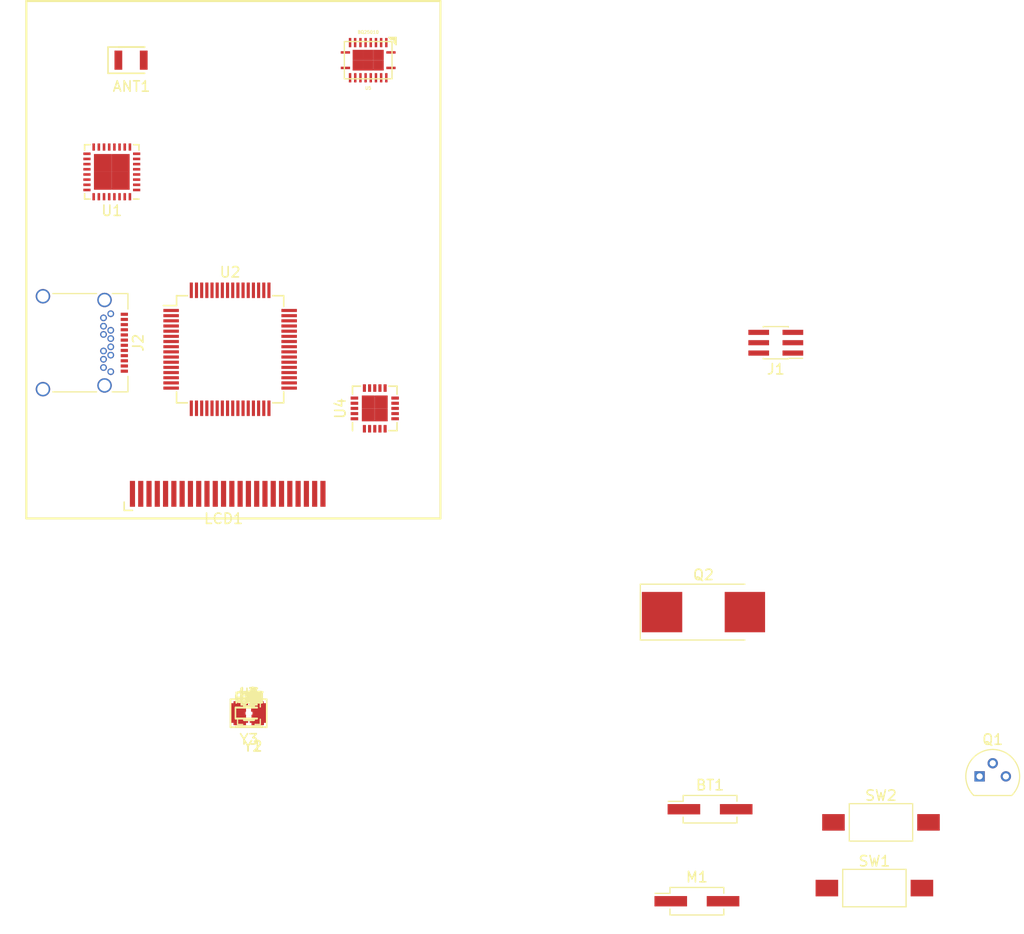
<source format=kicad_pcb>
(kicad_pcb (version 4) (host pcbnew 4.0.7)

  (general
    (links 260)
    (no_connects 151)
    (area 0 0 0 0)
    (thickness 1.6)
    (drawings 4)
    (tracks 0)
    (zones 0)
    (modules 93)
    (nets 105)
  )

  (page A4)
  (title_block
    (title SmartWatch)
    (date 2018-01-15)
    (rev 1)
  )

  (layers
    (0 F.Cu signal)
    (31 B.Cu signal)
    (32 B.Adhes user)
    (33 F.Adhes user)
    (34 B.Paste user)
    (35 F.Paste user)
    (36 B.SilkS user)
    (37 F.SilkS user)
    (38 B.Mask user)
    (39 F.Mask user)
    (40 Dwgs.User user)
    (41 Cmts.User user)
    (42 Eco1.User user)
    (43 Eco2.User user)
    (44 Edge.Cuts user)
    (45 Margin user)
    (46 B.CrtYd user)
    (47 F.CrtYd user)
    (48 B.Fab user)
    (49 F.Fab user)
  )

  (setup
    (last_trace_width 0.25)
    (trace_clearance 0.2)
    (zone_clearance 0.508)
    (zone_45_only no)
    (trace_min 0.2)
    (segment_width 0.2)
    (edge_width 0.15)
    (via_size 0.6)
    (via_drill 0.4)
    (via_min_size 0.4)
    (via_min_drill 0.3)
    (uvia_size 0.3)
    (uvia_drill 0.1)
    (uvias_allowed no)
    (uvia_min_size 0.2)
    (uvia_min_drill 0.1)
    (pcb_text_width 0.3)
    (pcb_text_size 1.5 1.5)
    (mod_edge_width 0.15)
    (mod_text_size 1 1)
    (mod_text_width 0.15)
    (pad_size 1.524 1.524)
    (pad_drill 0.762)
    (pad_to_mask_clearance 0.2)
    (aux_axis_origin 0 0)
    (visible_elements 7FFFF7FF)
    (pcbplotparams
      (layerselection 0x00030_80000001)
      (usegerberextensions false)
      (excludeedgelayer true)
      (linewidth 0.100000)
      (plotframeref false)
      (viasonmask false)
      (mode 1)
      (useauxorigin false)
      (hpglpennumber 1)
      (hpglpenspeed 20)
      (hpglpendiameter 15)
      (hpglpenoverlay 2)
      (psnegative false)
      (psa4output false)
      (plotreference true)
      (plotvalue true)
      (plotinvisibletext false)
      (padsonsilk false)
      (subtractmaskfromsilk false)
      (outputformat 1)
      (mirror false)
      (drillshape 1)
      (scaleselection 1)
      (outputdirectory ""))
  )

  (net 0 "")
  (net 1 "Net-(ANT1-Pad1)")
  (net 2 +BATT)
  (net 3 GND)
  (net 4 LCD_YU)
  (net 5 VCC)
  (net 6 LCD_XL)
  (net 7 LCD_YD)
  (net 8 LCD_XR)
  (net 9 USB_VBUS)
  (net 10 "Net-(C28-Pad1)")
  (net 11 AMB_LIGHT)
  (net 12 /VBAT_SENSE)
  (net 13 LED1)
  (net 14 LED2)
  (net 15 "Net-(D2-Pad1)")
  (net 16 USB_D+)
  (net 17 USB_D-)
  (net 18 PGC)
  (net 19 "Net-(L2-Pad2)")
  (net 20 LCD_RESET)
  (net 21 LCD_DC)
  (net 22 LCD_WR)
  (net 23 LCD_RD)
  (net 24 LCD_D0)
  (net 25 LCD_D1)
  (net 26 LCD_D2)
  (net 27 LCD_D3)
  (net 28 LCD_D4)
  (net 29 LCD_D5)
  (net 30 LCD_D6)
  (net 31 LCD_D7)
  (net 32 LCD_LED-A)
  (net 33 BAT_STAT1)
  (net 34 BAT_STAT2)
  (net 35 BTN1)
  (net 36 BTN2)
  (net 37 BAT_CE)
  (net 38 ~MCLR)
  (net 39 I2C_SCL)
  (net 40 I2C_SDA)
  (net 41 MotorPWM)
  (net 42 SPI_SCK)
  (net 43 BT_REQN)
  (net 44 SPI_MOSI)
  (net 45 BT_RESET)
  (net 46 BT_RDYN)
  (net 47 "Net-(U2-Pad27)")
  (net 48 "Net-(U2-Pad28)")
  (net 49 "Net-(U2-Pad29)")
  (net 50 "Net-(U2-Pad38)")
  (net 51 "Net-(U2-Pad45)")
  (net 52 INT1_XL)
  (net 53 "Net-(U2-Pad49)")
  (net 54 INT_MAG)
  (net 55 INT2_XL)
  (net 56 "Net-(U2-Pad56)")
  (net 57 "Net-(U2-Pad57)")
  (net 58 "Net-(C1-Pad2)")
  (net 59 "Net-(C3-Pad1)")
  (net 60 "Net-(C6-Pad2)")
  (net 61 "Net-(C14-Pad1)")
  (net 62 "Net-(C15-Pad1)")
  (net 63 "Net-(C18-Pad2)")
  (net 64 "Net-(C29-Pad1)")
  (net 65 "Net-(C30-Pad1)")
  (net 66 "Net-(C31-Pad1)")
  (net 67 "Net-(C32-Pad1)")
  (net 68 "Net-(C36-Pad2)")
  (net 69 "Net-(C39-Pad2)")
  (net 70 "Net-(D3-Pad1)")
  (net 71 "Net-(J1-Pad1)")
  (net 72 "Net-(J1-Pad6)")
  (net 73 "Net-(J2-PadS1)")
  (net 74 "Net-(J2-PadA2)")
  (net 75 "Net-(J2-PadA3)")
  (net 76 "Net-(J2-PadA5)")
  (net 77 "Net-(J2-PadA10)")
  (net 78 "Net-(J2-PadA8)")
  (net 79 "Net-(J2-PadA11)")
  (net 80 "Net-(J2-PadB6)")
  (net 81 "Net-(J2-PadB7)")
  (net 82 "Net-(J2-PadB2)")
  (net 83 "Net-(J2-PadB3)")
  (net 84 "Net-(J2-PadB5)")
  (net 85 "Net-(J2-PadB8)")
  (net 86 "Net-(J2-PadB10)")
  (net 87 "Net-(J2-PadB11)")
  (net 88 "Net-(L1-Pad2)")
  (net 89 "Net-(L4-Pad1)")
  (net 90 "Net-(Q1-Pad2)")
  (net 91 "Net-(R3-Pad2)")
  (net 92 "Net-(R8-Pad2)")
  (net 93 "Net-(R9-Pad2)")
  (net 94 "Net-(R17-Pad1)")
  (net 95 "Net-(U1-Pad4)")
  (net 96 "Net-(U1-Pad5)")
  (net 97 "Net-(U1-Pad6)")
  (net 98 "Net-(U1-Pad7)")
  (net 99 "Net-(U1-Pad10)")
  (net 100 "Net-(U1-Pad15)")
  (net 101 "Net-(U4-Pad8)")
  (net 102 "Net-(U4-Pad11)")
  (net 103 "Net-(U4-Pad12)")
  (net 104 "Net-(U5-Pad14)")

  (net_class Default "This is the default net class."
    (clearance 0.2)
    (trace_width 0.25)
    (via_dia 0.6)
    (via_drill 0.4)
    (uvia_dia 0.3)
    (uvia_drill 0.1)
    (add_net +BATT)
    (add_net /VBAT_SENSE)
    (add_net AMB_LIGHT)
    (add_net BAT_CE)
    (add_net BAT_STAT1)
    (add_net BAT_STAT2)
    (add_net BTN1)
    (add_net BTN2)
    (add_net BT_RDYN)
    (add_net BT_REQN)
    (add_net BT_RESET)
    (add_net GND)
    (add_net I2C_SCL)
    (add_net I2C_SDA)
    (add_net INT1_XL)
    (add_net INT2_XL)
    (add_net INT_MAG)
    (add_net LCD_D0)
    (add_net LCD_D1)
    (add_net LCD_D2)
    (add_net LCD_D3)
    (add_net LCD_D4)
    (add_net LCD_D5)
    (add_net LCD_D6)
    (add_net LCD_D7)
    (add_net LCD_DC)
    (add_net LCD_LED-A)
    (add_net LCD_RD)
    (add_net LCD_RESET)
    (add_net LCD_WR)
    (add_net LCD_XL)
    (add_net LCD_XR)
    (add_net LCD_YD)
    (add_net LCD_YU)
    (add_net LED1)
    (add_net LED2)
    (add_net MotorPWM)
    (add_net "Net-(ANT1-Pad1)")
    (add_net "Net-(C1-Pad2)")
    (add_net "Net-(C14-Pad1)")
    (add_net "Net-(C15-Pad1)")
    (add_net "Net-(C18-Pad2)")
    (add_net "Net-(C28-Pad1)")
    (add_net "Net-(C29-Pad1)")
    (add_net "Net-(C3-Pad1)")
    (add_net "Net-(C30-Pad1)")
    (add_net "Net-(C31-Pad1)")
    (add_net "Net-(C32-Pad1)")
    (add_net "Net-(C36-Pad2)")
    (add_net "Net-(C39-Pad2)")
    (add_net "Net-(C6-Pad2)")
    (add_net "Net-(D2-Pad1)")
    (add_net "Net-(D3-Pad1)")
    (add_net "Net-(J1-Pad1)")
    (add_net "Net-(J1-Pad6)")
    (add_net "Net-(J2-PadA10)")
    (add_net "Net-(J2-PadA11)")
    (add_net "Net-(J2-PadA2)")
    (add_net "Net-(J2-PadA3)")
    (add_net "Net-(J2-PadA5)")
    (add_net "Net-(J2-PadA8)")
    (add_net "Net-(J2-PadB10)")
    (add_net "Net-(J2-PadB11)")
    (add_net "Net-(J2-PadB2)")
    (add_net "Net-(J2-PadB3)")
    (add_net "Net-(J2-PadB5)")
    (add_net "Net-(J2-PadB6)")
    (add_net "Net-(J2-PadB7)")
    (add_net "Net-(J2-PadB8)")
    (add_net "Net-(J2-PadS1)")
    (add_net "Net-(L1-Pad2)")
    (add_net "Net-(L2-Pad2)")
    (add_net "Net-(L4-Pad1)")
    (add_net "Net-(Q1-Pad2)")
    (add_net "Net-(R17-Pad1)")
    (add_net "Net-(R3-Pad2)")
    (add_net "Net-(R8-Pad2)")
    (add_net "Net-(R9-Pad2)")
    (add_net "Net-(U1-Pad10)")
    (add_net "Net-(U1-Pad15)")
    (add_net "Net-(U1-Pad4)")
    (add_net "Net-(U1-Pad5)")
    (add_net "Net-(U1-Pad6)")
    (add_net "Net-(U1-Pad7)")
    (add_net "Net-(U2-Pad27)")
    (add_net "Net-(U2-Pad28)")
    (add_net "Net-(U2-Pad29)")
    (add_net "Net-(U2-Pad38)")
    (add_net "Net-(U2-Pad45)")
    (add_net "Net-(U2-Pad49)")
    (add_net "Net-(U2-Pad56)")
    (add_net "Net-(U2-Pad57)")
    (add_net "Net-(U4-Pad11)")
    (add_net "Net-(U4-Pad12)")
    (add_net "Net-(U4-Pad8)")
    (add_net "Net-(U5-Pad14)")
    (add_net PGC)
    (add_net SPI_MOSI)
    (add_net SPI_SCK)
    (add_net USB_D+)
    (add_net USB_D-)
    (add_net USB_VBUS)
    (add_net VCC)
    (add_net ~MCLR)
  )

  (module 2450AT18A100E:2450AT18A100E (layer F.Cu) (tedit 5A5D201C) (tstamp 5A5D3190)
    (at 135.89 41.91)
    (path /5A295CC0)
    (fp_text reference ANT1 (at 1.27 2.54) (layer F.SilkS)
      (effects (font (size 1 1) (thickness 0.15)))
    )
    (fp_text value "2.4GHz (2450AT18A100E)" (at 0.635 -1.905) (layer F.Fab)
      (effects (font (size 1 1) (thickness 0.15)))
    )
    (fp_line (start 0 -1.27) (end 2.54 -1.27) (layer F.SilkS) (width 0.15))
    (fp_line (start 2.54 -1.27) (end 0 -1.27) (layer F.SilkS) (width 0.15))
    (fp_line (start 0 -1.27) (end -1 -1.27) (layer F.SilkS) (width 0.15))
    (fp_line (start -1 -1.27) (end -1 1.27) (layer F.SilkS) (width 0.15))
    (fp_line (start -1 1.27) (end 2.54 1.27) (layer F.SilkS) (width 0.15))
    (pad 2 smd rect (at 2.45 0) (size 0.75 1.85) (layers F.Cu F.Paste F.Mask))
    (pad 1 smd rect (at 0 0) (size 0.75 1.85) (layers F.Cu F.Paste F.Mask)
      (net 1 "Net-(ANT1-Pad1)"))
  )

  (module Pin_Headers:Pin_Header_Straight_2x01_Pitch2.54mm_SMD (layer F.Cu) (tedit 59650532) (tstamp 5A5D3196)
    (at 193.04 114.3)
    (descr "surface-mounted straight pin header, 2x01, 2.54mm pitch, double rows")
    (tags "Surface mounted pin header SMD 2x01 2.54mm double row")
    (path /5A4429C0)
    (attr smd)
    (fp_text reference BT1 (at 0 -2.33) (layer F.SilkS)
      (effects (font (size 1 1) (thickness 0.15)))
    )
    (fp_text value Battery_Cell (at 0 2.33) (layer F.Fab)
      (effects (font (size 1 1) (thickness 0.15)))
    )
    (fp_line (start 2.54 1.27) (end -2.54 1.27) (layer F.Fab) (width 0.1))
    (fp_line (start -1.59 -1.27) (end 2.54 -1.27) (layer F.Fab) (width 0.1))
    (fp_line (start -2.54 1.27) (end -2.54 -0.32) (layer F.Fab) (width 0.1))
    (fp_line (start -2.54 -0.32) (end -1.59 -1.27) (layer F.Fab) (width 0.1))
    (fp_line (start 2.54 -1.27) (end 2.54 1.27) (layer F.Fab) (width 0.1))
    (fp_line (start -2.54 -0.32) (end -3.6 -0.32) (layer F.Fab) (width 0.1))
    (fp_line (start -3.6 -0.32) (end -3.6 0.32) (layer F.Fab) (width 0.1))
    (fp_line (start -3.6 0.32) (end -2.54 0.32) (layer F.Fab) (width 0.1))
    (fp_line (start 2.54 -0.32) (end 3.6 -0.32) (layer F.Fab) (width 0.1))
    (fp_line (start 3.6 -0.32) (end 3.6 0.32) (layer F.Fab) (width 0.1))
    (fp_line (start 3.6 0.32) (end 2.54 0.32) (layer F.Fab) (width 0.1))
    (fp_line (start -2.6 -1.33) (end 2.6 -1.33) (layer F.SilkS) (width 0.12))
    (fp_line (start -2.6 1.33) (end 2.6 1.33) (layer F.SilkS) (width 0.12))
    (fp_line (start -4.04 -0.76) (end -2.6 -0.76) (layer F.SilkS) (width 0.12))
    (fp_line (start -2.6 -1.33) (end -2.6 -0.76) (layer F.SilkS) (width 0.12))
    (fp_line (start 2.6 -1.33) (end 2.6 -0.76) (layer F.SilkS) (width 0.12))
    (fp_line (start -2.6 0.76) (end -2.6 1.33) (layer F.SilkS) (width 0.12))
    (fp_line (start 2.6 0.76) (end 2.6 1.33) (layer F.SilkS) (width 0.12))
    (fp_line (start -5.9 -1.8) (end -5.9 1.8) (layer F.CrtYd) (width 0.05))
    (fp_line (start -5.9 1.8) (end 5.9 1.8) (layer F.CrtYd) (width 0.05))
    (fp_line (start 5.9 1.8) (end 5.9 -1.8) (layer F.CrtYd) (width 0.05))
    (fp_line (start 5.9 -1.8) (end -5.9 -1.8) (layer F.CrtYd) (width 0.05))
    (fp_text user %R (at 0 0 90) (layer F.Fab)
      (effects (font (size 1 1) (thickness 0.15)))
    )
    (pad 1 smd rect (at -2.525 0) (size 3.15 1) (layers F.Cu F.Paste F.Mask)
      (net 2 +BATT))
    (pad 2 smd rect (at 2.525 0) (size 3.15 1) (layers F.Cu F.Paste F.Mask)
      (net 3 GND))
    (model ${KISYS3DMOD}/Pin_Headers.3dshapes/Pin_Header_Straight_2x01_Pitch2.54mm_SMD.wrl
      (at (xyz 0 0 0))
      (scale (xyz 1 1 1))
      (rotate (xyz 0 0 0))
    )
  )

  (module Capacitors_SMD:C_0603 (layer F.Cu) (tedit 59958EE7) (tstamp 5A5D319C)
    (at 148.5011 105.0036)
    (descr "Capacitor SMD 0603, reflow soldering, AVX (see smccp.pdf)")
    (tags "capacitor 0603")
    (path /5A28EF58)
    (attr smd)
    (fp_text reference C1 (at 0 -1.5) (layer F.SilkS)
      (effects (font (size 1 1) (thickness 0.15)))
    )
    (fp_text value 10pF (at 0 1.5) (layer F.Fab)
      (effects (font (size 1 1) (thickness 0.15)))
    )
    (fp_line (start 1.4 0.65) (end -1.4 0.65) (layer F.CrtYd) (width 0.05))
    (fp_line (start 1.4 0.65) (end 1.4 -0.65) (layer F.CrtYd) (width 0.05))
    (fp_line (start -1.4 -0.65) (end -1.4 0.65) (layer F.CrtYd) (width 0.05))
    (fp_line (start -1.4 -0.65) (end 1.4 -0.65) (layer F.CrtYd) (width 0.05))
    (fp_line (start 0.35 0.6) (end -0.35 0.6) (layer F.SilkS) (width 0.12))
    (fp_line (start -0.35 -0.6) (end 0.35 -0.6) (layer F.SilkS) (width 0.12))
    (fp_line (start -0.8 -0.4) (end 0.8 -0.4) (layer F.Fab) (width 0.1))
    (fp_line (start 0.8 -0.4) (end 0.8 0.4) (layer F.Fab) (width 0.1))
    (fp_line (start 0.8 0.4) (end -0.8 0.4) (layer F.Fab) (width 0.1))
    (fp_line (start -0.8 0.4) (end -0.8 -0.4) (layer F.Fab) (width 0.1))
    (fp_text user %R (at 0 0) (layer F.Fab)
      (effects (font (size 0.3 0.3) (thickness 0.075)))
    )
    (pad 2 smd rect (at 0.75 0) (size 0.8 0.75) (layers F.Cu F.Paste F.Mask)
      (net 58 "Net-(C1-Pad2)"))
    (pad 1 smd rect (at -0.75 0) (size 0.8 0.75) (layers F.Cu F.Paste F.Mask)
      (net 3 GND))
    (model Capacitors_SMD.3dshapes/C_0603.wrl
      (at (xyz 0 0 0))
      (scale (xyz 1 1 1))
      (rotate (xyz 0 0 0))
    )
  )

  (module Capacitors_SMD:C_0603 (layer F.Cu) (tedit 59958EE7) (tstamp 5A5D31A2)
    (at 148.5011 105.0036)
    (descr "Capacitor SMD 0603, reflow soldering, AVX (see smccp.pdf)")
    (tags "capacitor 0603")
    (path /5A2912CB)
    (attr smd)
    (fp_text reference C2 (at 0 -1.5) (layer F.SilkS)
      (effects (font (size 1 1) (thickness 0.15)))
    )
    (fp_text value 1nF (at 0 1.5) (layer F.Fab)
      (effects (font (size 1 1) (thickness 0.15)))
    )
    (fp_line (start 1.4 0.65) (end -1.4 0.65) (layer F.CrtYd) (width 0.05))
    (fp_line (start 1.4 0.65) (end 1.4 -0.65) (layer F.CrtYd) (width 0.05))
    (fp_line (start -1.4 -0.65) (end -1.4 0.65) (layer F.CrtYd) (width 0.05))
    (fp_line (start -1.4 -0.65) (end 1.4 -0.65) (layer F.CrtYd) (width 0.05))
    (fp_line (start 0.35 0.6) (end -0.35 0.6) (layer F.SilkS) (width 0.12))
    (fp_line (start -0.35 -0.6) (end 0.35 -0.6) (layer F.SilkS) (width 0.12))
    (fp_line (start -0.8 -0.4) (end 0.8 -0.4) (layer F.Fab) (width 0.1))
    (fp_line (start 0.8 -0.4) (end 0.8 0.4) (layer F.Fab) (width 0.1))
    (fp_line (start 0.8 0.4) (end -0.8 0.4) (layer F.Fab) (width 0.1))
    (fp_line (start -0.8 0.4) (end -0.8 -0.4) (layer F.Fab) (width 0.1))
    (fp_text user %R (at 0 0) (layer F.Fab)
      (effects (font (size 0.3 0.3) (thickness 0.075)))
    )
    (pad 2 smd rect (at 0.75 0) (size 0.8 0.75) (layers F.Cu F.Paste F.Mask)
      (net 3 GND))
    (pad 1 smd rect (at -0.75 0) (size 0.8 0.75) (layers F.Cu F.Paste F.Mask)
      (net 5 VCC))
    (model Capacitors_SMD.3dshapes/C_0603.wrl
      (at (xyz 0 0 0))
      (scale (xyz 1 1 1))
      (rotate (xyz 0 0 0))
    )
  )

  (module Capacitors_SMD:C_0603 (layer F.Cu) (tedit 59958EE7) (tstamp 5A5D31A8)
    (at 148.5011 105.0036)
    (descr "Capacitor SMD 0603, reflow soldering, AVX (see smccp.pdf)")
    (tags "capacitor 0603")
    (path /5A28EB88)
    (attr smd)
    (fp_text reference C3 (at 0 -1.5) (layer F.SilkS)
      (effects (font (size 1 1) (thickness 0.15)))
    )
    (fp_text value 10pF (at 0 1.5) (layer F.Fab)
      (effects (font (size 1 1) (thickness 0.15)))
    )
    (fp_line (start 1.4 0.65) (end -1.4 0.65) (layer F.CrtYd) (width 0.05))
    (fp_line (start 1.4 0.65) (end 1.4 -0.65) (layer F.CrtYd) (width 0.05))
    (fp_line (start -1.4 -0.65) (end -1.4 0.65) (layer F.CrtYd) (width 0.05))
    (fp_line (start -1.4 -0.65) (end 1.4 -0.65) (layer F.CrtYd) (width 0.05))
    (fp_line (start 0.35 0.6) (end -0.35 0.6) (layer F.SilkS) (width 0.12))
    (fp_line (start -0.35 -0.6) (end 0.35 -0.6) (layer F.SilkS) (width 0.12))
    (fp_line (start -0.8 -0.4) (end 0.8 -0.4) (layer F.Fab) (width 0.1))
    (fp_line (start 0.8 -0.4) (end 0.8 0.4) (layer F.Fab) (width 0.1))
    (fp_line (start 0.8 0.4) (end -0.8 0.4) (layer F.Fab) (width 0.1))
    (fp_line (start -0.8 0.4) (end -0.8 -0.4) (layer F.Fab) (width 0.1))
    (fp_text user %R (at 0 0) (layer F.Fab)
      (effects (font (size 0.3 0.3) (thickness 0.075)))
    )
    (pad 2 smd rect (at 0.75 0) (size 0.8 0.75) (layers F.Cu F.Paste F.Mask)
      (net 3 GND))
    (pad 1 smd rect (at -0.75 0) (size 0.8 0.75) (layers F.Cu F.Paste F.Mask)
      (net 59 "Net-(C3-Pad1)"))
    (model Capacitors_SMD.3dshapes/C_0603.wrl
      (at (xyz 0 0 0))
      (scale (xyz 1 1 1))
      (rotate (xyz 0 0 0))
    )
  )

  (module Capacitors_SMD:C_0603 (layer F.Cu) (tedit 59958EE7) (tstamp 5A5D31AE)
    (at 148.5011 105.0036)
    (descr "Capacitor SMD 0603, reflow soldering, AVX (see smccp.pdf)")
    (tags "capacitor 0603")
    (path /5A49E723)
    (attr smd)
    (fp_text reference C4 (at 0 -1.5) (layer F.SilkS)
      (effects (font (size 1 1) (thickness 0.15)))
    )
    (fp_text value 10nF (at 0 1.5) (layer F.Fab)
      (effects (font (size 1 1) (thickness 0.15)))
    )
    (fp_line (start 1.4 0.65) (end -1.4 0.65) (layer F.CrtYd) (width 0.05))
    (fp_line (start 1.4 0.65) (end 1.4 -0.65) (layer F.CrtYd) (width 0.05))
    (fp_line (start -1.4 -0.65) (end -1.4 0.65) (layer F.CrtYd) (width 0.05))
    (fp_line (start -1.4 -0.65) (end 1.4 -0.65) (layer F.CrtYd) (width 0.05))
    (fp_line (start 0.35 0.6) (end -0.35 0.6) (layer F.SilkS) (width 0.12))
    (fp_line (start -0.35 -0.6) (end 0.35 -0.6) (layer F.SilkS) (width 0.12))
    (fp_line (start -0.8 -0.4) (end 0.8 -0.4) (layer F.Fab) (width 0.1))
    (fp_line (start 0.8 -0.4) (end 0.8 0.4) (layer F.Fab) (width 0.1))
    (fp_line (start 0.8 0.4) (end -0.8 0.4) (layer F.Fab) (width 0.1))
    (fp_line (start -0.8 0.4) (end -0.8 -0.4) (layer F.Fab) (width 0.1))
    (fp_text user %R (at 0 0) (layer F.Fab)
      (effects (font (size 0.3 0.3) (thickness 0.075)))
    )
    (pad 2 smd rect (at 0.75 0) (size 0.8 0.75) (layers F.Cu F.Paste F.Mask)
      (net 5 VCC))
    (pad 1 smd rect (at -0.75 0) (size 0.8 0.75) (layers F.Cu F.Paste F.Mask)
      (net 3 GND))
    (model Capacitors_SMD.3dshapes/C_0603.wrl
      (at (xyz 0 0 0))
      (scale (xyz 1 1 1))
      (rotate (xyz 0 0 0))
    )
  )

  (module Capacitors_SMD:C_0603 (layer F.Cu) (tedit 59958EE7) (tstamp 5A5D31B4)
    (at 148.5011 105.0036)
    (descr "Capacitor SMD 0603, reflow soldering, AVX (see smccp.pdf)")
    (tags "capacitor 0603")
    (path /5A49E48B)
    (attr smd)
    (fp_text reference C5 (at 0 -1.5) (layer F.SilkS)
      (effects (font (size 1 1) (thickness 0.15)))
    )
    (fp_text value 0.1uF (at 0 1.5) (layer F.Fab)
      (effects (font (size 1 1) (thickness 0.15)))
    )
    (fp_line (start 1.4 0.65) (end -1.4 0.65) (layer F.CrtYd) (width 0.05))
    (fp_line (start 1.4 0.65) (end 1.4 -0.65) (layer F.CrtYd) (width 0.05))
    (fp_line (start -1.4 -0.65) (end -1.4 0.65) (layer F.CrtYd) (width 0.05))
    (fp_line (start -1.4 -0.65) (end 1.4 -0.65) (layer F.CrtYd) (width 0.05))
    (fp_line (start 0.35 0.6) (end -0.35 0.6) (layer F.SilkS) (width 0.12))
    (fp_line (start -0.35 -0.6) (end 0.35 -0.6) (layer F.SilkS) (width 0.12))
    (fp_line (start -0.8 -0.4) (end 0.8 -0.4) (layer F.Fab) (width 0.1))
    (fp_line (start 0.8 -0.4) (end 0.8 0.4) (layer F.Fab) (width 0.1))
    (fp_line (start 0.8 0.4) (end -0.8 0.4) (layer F.Fab) (width 0.1))
    (fp_line (start -0.8 0.4) (end -0.8 -0.4) (layer F.Fab) (width 0.1))
    (fp_text user %R (at 0 0) (layer F.Fab)
      (effects (font (size 0.3 0.3) (thickness 0.075)))
    )
    (pad 2 smd rect (at 0.75 0) (size 0.8 0.75) (layers F.Cu F.Paste F.Mask)
      (net 5 VCC))
    (pad 1 smd rect (at -0.75 0) (size 0.8 0.75) (layers F.Cu F.Paste F.Mask)
      (net 3 GND))
    (model Capacitors_SMD.3dshapes/C_0603.wrl
      (at (xyz 0 0 0))
      (scale (xyz 1 1 1))
      (rotate (xyz 0 0 0))
    )
  )

  (module Capacitors_SMD:C_0603 (layer F.Cu) (tedit 59958EE7) (tstamp 5A5D31BA)
    (at 148.5011 105.0036)
    (descr "Capacitor SMD 0603, reflow soldering, AVX (see smccp.pdf)")
    (tags "capacitor 0603")
    (path /5A293F9E)
    (attr smd)
    (fp_text reference C6 (at 0 -1.5) (layer F.SilkS)
      (effects (font (size 1 1) (thickness 0.15)))
    )
    (fp_text value 1.8pF (at 0 1.5) (layer F.Fab)
      (effects (font (size 1 1) (thickness 0.15)))
    )
    (fp_line (start 1.4 0.65) (end -1.4 0.65) (layer F.CrtYd) (width 0.05))
    (fp_line (start 1.4 0.65) (end 1.4 -0.65) (layer F.CrtYd) (width 0.05))
    (fp_line (start -1.4 -0.65) (end -1.4 0.65) (layer F.CrtYd) (width 0.05))
    (fp_line (start -1.4 -0.65) (end 1.4 -0.65) (layer F.CrtYd) (width 0.05))
    (fp_line (start 0.35 0.6) (end -0.35 0.6) (layer F.SilkS) (width 0.12))
    (fp_line (start -0.35 -0.6) (end 0.35 -0.6) (layer F.SilkS) (width 0.12))
    (fp_line (start -0.8 -0.4) (end 0.8 -0.4) (layer F.Fab) (width 0.1))
    (fp_line (start 0.8 -0.4) (end 0.8 0.4) (layer F.Fab) (width 0.1))
    (fp_line (start 0.8 0.4) (end -0.8 0.4) (layer F.Fab) (width 0.1))
    (fp_line (start -0.8 0.4) (end -0.8 -0.4) (layer F.Fab) (width 0.1))
    (fp_text user %R (at 0 0) (layer F.Fab)
      (effects (font (size 0.3 0.3) (thickness 0.075)))
    )
    (pad 2 smd rect (at 0.75 0) (size 0.8 0.75) (layers F.Cu F.Paste F.Mask)
      (net 60 "Net-(C6-Pad2)"))
    (pad 1 smd rect (at -0.75 0) (size 0.8 0.75) (layers F.Cu F.Paste F.Mask)
      (net 1 "Net-(ANT1-Pad1)"))
    (model Capacitors_SMD.3dshapes/C_0603.wrl
      (at (xyz 0 0 0))
      (scale (xyz 1 1 1))
      (rotate (xyz 0 0 0))
    )
  )

  (module Capacitors_SMD:C_0603 (layer F.Cu) (tedit 59958EE7) (tstamp 5A5D31C0)
    (at 148.5011 105.0036)
    (descr "Capacitor SMD 0603, reflow soldering, AVX (see smccp.pdf)")
    (tags "capacitor 0603")
    (path /5A2959AA)
    (attr smd)
    (fp_text reference C7 (at 0 -1.5) (layer F.SilkS)
      (effects (font (size 1 1) (thickness 0.15)))
    )
    (fp_text value 1.2pF (at 0 1.5) (layer F.Fab)
      (effects (font (size 1 1) (thickness 0.15)))
    )
    (fp_line (start 1.4 0.65) (end -1.4 0.65) (layer F.CrtYd) (width 0.05))
    (fp_line (start 1.4 0.65) (end 1.4 -0.65) (layer F.CrtYd) (width 0.05))
    (fp_line (start -1.4 -0.65) (end -1.4 0.65) (layer F.CrtYd) (width 0.05))
    (fp_line (start -1.4 -0.65) (end 1.4 -0.65) (layer F.CrtYd) (width 0.05))
    (fp_line (start 0.35 0.6) (end -0.35 0.6) (layer F.SilkS) (width 0.12))
    (fp_line (start -0.35 -0.6) (end 0.35 -0.6) (layer F.SilkS) (width 0.12))
    (fp_line (start -0.8 -0.4) (end 0.8 -0.4) (layer F.Fab) (width 0.1))
    (fp_line (start 0.8 -0.4) (end 0.8 0.4) (layer F.Fab) (width 0.1))
    (fp_line (start 0.8 0.4) (end -0.8 0.4) (layer F.Fab) (width 0.1))
    (fp_line (start -0.8 0.4) (end -0.8 -0.4) (layer F.Fab) (width 0.1))
    (fp_text user %R (at 0 0) (layer F.Fab)
      (effects (font (size 0.3 0.3) (thickness 0.075)))
    )
    (pad 2 smd rect (at 0.75 0) (size 0.8 0.75) (layers F.Cu F.Paste F.Mask)
      (net 3 GND))
    (pad 1 smd rect (at -0.75 0) (size 0.8 0.75) (layers F.Cu F.Paste F.Mask)
      (net 1 "Net-(ANT1-Pad1)"))
    (model Capacitors_SMD.3dshapes/C_0603.wrl
      (at (xyz 0 0 0))
      (scale (xyz 1 1 1))
      (rotate (xyz 0 0 0))
    )
  )

  (module Capacitors_SMD:C_0603 (layer F.Cu) (tedit 59958EE7) (tstamp 5A5D31C6)
    (at 148.5011 105.0036)
    (descr "Capacitor SMD 0603, reflow soldering, AVX (see smccp.pdf)")
    (tags "capacitor 0603")
    (path /5A295A51)
    (attr smd)
    (fp_text reference C8 (at 0 -1.5) (layer F.SilkS)
      (effects (font (size 1 1) (thickness 0.15)))
    )
    (fp_text value 1.5pF (at 0 1.5) (layer F.Fab)
      (effects (font (size 1 1) (thickness 0.15)))
    )
    (fp_line (start 1.4 0.65) (end -1.4 0.65) (layer F.CrtYd) (width 0.05))
    (fp_line (start 1.4 0.65) (end 1.4 -0.65) (layer F.CrtYd) (width 0.05))
    (fp_line (start -1.4 -0.65) (end -1.4 0.65) (layer F.CrtYd) (width 0.05))
    (fp_line (start -1.4 -0.65) (end 1.4 -0.65) (layer F.CrtYd) (width 0.05))
    (fp_line (start 0.35 0.6) (end -0.35 0.6) (layer F.SilkS) (width 0.12))
    (fp_line (start -0.35 -0.6) (end 0.35 -0.6) (layer F.SilkS) (width 0.12))
    (fp_line (start -0.8 -0.4) (end 0.8 -0.4) (layer F.Fab) (width 0.1))
    (fp_line (start 0.8 -0.4) (end 0.8 0.4) (layer F.Fab) (width 0.1))
    (fp_line (start 0.8 0.4) (end -0.8 0.4) (layer F.Fab) (width 0.1))
    (fp_line (start -0.8 0.4) (end -0.8 -0.4) (layer F.Fab) (width 0.1))
    (fp_text user %R (at 0 0) (layer F.Fab)
      (effects (font (size 0.3 0.3) (thickness 0.075)))
    )
    (pad 2 smd rect (at 0.75 0) (size 0.8 0.75) (layers F.Cu F.Paste F.Mask)
      (net 3 GND))
    (pad 1 smd rect (at -0.75 0) (size 0.8 0.75) (layers F.Cu F.Paste F.Mask)
      (net 1 "Net-(ANT1-Pad1)"))
    (model Capacitors_SMD.3dshapes/C_0603.wrl
      (at (xyz 0 0 0))
      (scale (xyz 1 1 1))
      (rotate (xyz 0 0 0))
    )
  )

  (module Capacitors_SMD:C_0603 (layer F.Cu) (tedit 59958EE7) (tstamp 5A5D31CC)
    (at 148.5011 105.0036)
    (descr "Capacitor SMD 0603, reflow soldering, AVX (see smccp.pdf)")
    (tags "capacitor 0603")
    (path /5A276355)
    (attr smd)
    (fp_text reference C9 (at 0 -1.5) (layer F.SilkS)
      (effects (font (size 1 1) (thickness 0.15)))
    )
    (fp_text value 10nF (at 0 1.5) (layer F.Fab)
      (effects (font (size 1 1) (thickness 0.15)))
    )
    (fp_line (start 1.4 0.65) (end -1.4 0.65) (layer F.CrtYd) (width 0.05))
    (fp_line (start 1.4 0.65) (end 1.4 -0.65) (layer F.CrtYd) (width 0.05))
    (fp_line (start -1.4 -0.65) (end -1.4 0.65) (layer F.CrtYd) (width 0.05))
    (fp_line (start -1.4 -0.65) (end 1.4 -0.65) (layer F.CrtYd) (width 0.05))
    (fp_line (start 0.35 0.6) (end -0.35 0.6) (layer F.SilkS) (width 0.12))
    (fp_line (start -0.35 -0.6) (end 0.35 -0.6) (layer F.SilkS) (width 0.12))
    (fp_line (start -0.8 -0.4) (end 0.8 -0.4) (layer F.Fab) (width 0.1))
    (fp_line (start 0.8 -0.4) (end 0.8 0.4) (layer F.Fab) (width 0.1))
    (fp_line (start 0.8 0.4) (end -0.8 0.4) (layer F.Fab) (width 0.1))
    (fp_line (start -0.8 0.4) (end -0.8 -0.4) (layer F.Fab) (width 0.1))
    (fp_text user %R (at 0 0) (layer F.Fab)
      (effects (font (size 0.3 0.3) (thickness 0.075)))
    )
    (pad 2 smd rect (at 0.75 0) (size 0.8 0.75) (layers F.Cu F.Paste F.Mask)
      (net 3 GND))
    (pad 1 smd rect (at -0.75 0) (size 0.8 0.75) (layers F.Cu F.Paste F.Mask)
      (net 5 VCC))
    (model Capacitors_SMD.3dshapes/C_0603.wrl
      (at (xyz 0 0 0))
      (scale (xyz 1 1 1))
      (rotate (xyz 0 0 0))
    )
  )

  (module Capacitors_SMD:C_0603 (layer F.Cu) (tedit 59958EE7) (tstamp 5A5D31D2)
    (at 148.5011 105.0036)
    (descr "Capacitor SMD 0603, reflow soldering, AVX (see smccp.pdf)")
    (tags "capacitor 0603")
    (path /5A2762BC)
    (attr smd)
    (fp_text reference C10 (at 0 -1.5) (layer F.SilkS)
      (effects (font (size 1 1) (thickness 0.15)))
    )
    (fp_text value 0.1uF (at 0 1.5) (layer F.Fab)
      (effects (font (size 1 1) (thickness 0.15)))
    )
    (fp_line (start 1.4 0.65) (end -1.4 0.65) (layer F.CrtYd) (width 0.05))
    (fp_line (start 1.4 0.65) (end 1.4 -0.65) (layer F.CrtYd) (width 0.05))
    (fp_line (start -1.4 -0.65) (end -1.4 0.65) (layer F.CrtYd) (width 0.05))
    (fp_line (start -1.4 -0.65) (end 1.4 -0.65) (layer F.CrtYd) (width 0.05))
    (fp_line (start 0.35 0.6) (end -0.35 0.6) (layer F.SilkS) (width 0.12))
    (fp_line (start -0.35 -0.6) (end 0.35 -0.6) (layer F.SilkS) (width 0.12))
    (fp_line (start -0.8 -0.4) (end 0.8 -0.4) (layer F.Fab) (width 0.1))
    (fp_line (start 0.8 -0.4) (end 0.8 0.4) (layer F.Fab) (width 0.1))
    (fp_line (start 0.8 0.4) (end -0.8 0.4) (layer F.Fab) (width 0.1))
    (fp_line (start -0.8 0.4) (end -0.8 -0.4) (layer F.Fab) (width 0.1))
    (fp_text user %R (at 0 0) (layer F.Fab)
      (effects (font (size 0.3 0.3) (thickness 0.075)))
    )
    (pad 2 smd rect (at 0.75 0) (size 0.8 0.75) (layers F.Cu F.Paste F.Mask)
      (net 3 GND))
    (pad 1 smd rect (at -0.75 0) (size 0.8 0.75) (layers F.Cu F.Paste F.Mask)
      (net 5 VCC))
    (model Capacitors_SMD.3dshapes/C_0603.wrl
      (at (xyz 0 0 0))
      (scale (xyz 1 1 1))
      (rotate (xyz 0 0 0))
    )
  )

  (module Capacitors_SMD:C_0603 (layer F.Cu) (tedit 59958EE7) (tstamp 5A5D31D8)
    (at 148.5011 105.0036)
    (descr "Capacitor SMD 0603, reflow soldering, AVX (see smccp.pdf)")
    (tags "capacitor 0603")
    (path /5A276521)
    (attr smd)
    (fp_text reference C11 (at 0 -1.5) (layer F.SilkS)
      (effects (font (size 1 1) (thickness 0.15)))
    )
    (fp_text value 10nF (at 0 1.5) (layer F.Fab)
      (effects (font (size 1 1) (thickness 0.15)))
    )
    (fp_line (start 1.4 0.65) (end -1.4 0.65) (layer F.CrtYd) (width 0.05))
    (fp_line (start 1.4 0.65) (end 1.4 -0.65) (layer F.CrtYd) (width 0.05))
    (fp_line (start -1.4 -0.65) (end -1.4 0.65) (layer F.CrtYd) (width 0.05))
    (fp_line (start -1.4 -0.65) (end 1.4 -0.65) (layer F.CrtYd) (width 0.05))
    (fp_line (start 0.35 0.6) (end -0.35 0.6) (layer F.SilkS) (width 0.12))
    (fp_line (start -0.35 -0.6) (end 0.35 -0.6) (layer F.SilkS) (width 0.12))
    (fp_line (start -0.8 -0.4) (end 0.8 -0.4) (layer F.Fab) (width 0.1))
    (fp_line (start 0.8 -0.4) (end 0.8 0.4) (layer F.Fab) (width 0.1))
    (fp_line (start 0.8 0.4) (end -0.8 0.4) (layer F.Fab) (width 0.1))
    (fp_line (start -0.8 0.4) (end -0.8 -0.4) (layer F.Fab) (width 0.1))
    (fp_text user %R (at 0 0) (layer F.Fab)
      (effects (font (size 0.3 0.3) (thickness 0.075)))
    )
    (pad 2 smd rect (at 0.75 0) (size 0.8 0.75) (layers F.Cu F.Paste F.Mask)
      (net 3 GND))
    (pad 1 smd rect (at -0.75 0) (size 0.8 0.75) (layers F.Cu F.Paste F.Mask)
      (net 5 VCC))
    (model Capacitors_SMD.3dshapes/C_0603.wrl
      (at (xyz 0 0 0))
      (scale (xyz 1 1 1))
      (rotate (xyz 0 0 0))
    )
  )

  (module Capacitors_SMD:C_0603 (layer F.Cu) (tedit 59958EE7) (tstamp 5A5D31DE)
    (at 148.5011 105.0036)
    (descr "Capacitor SMD 0603, reflow soldering, AVX (see smccp.pdf)")
    (tags "capacitor 0603")
    (path /5A27651B)
    (attr smd)
    (fp_text reference C12 (at 0 -1.5) (layer F.SilkS)
      (effects (font (size 1 1) (thickness 0.15)))
    )
    (fp_text value 0.1uF (at 0 1.5) (layer F.Fab)
      (effects (font (size 1 1) (thickness 0.15)))
    )
    (fp_line (start 1.4 0.65) (end -1.4 0.65) (layer F.CrtYd) (width 0.05))
    (fp_line (start 1.4 0.65) (end 1.4 -0.65) (layer F.CrtYd) (width 0.05))
    (fp_line (start -1.4 -0.65) (end -1.4 0.65) (layer F.CrtYd) (width 0.05))
    (fp_line (start -1.4 -0.65) (end 1.4 -0.65) (layer F.CrtYd) (width 0.05))
    (fp_line (start 0.35 0.6) (end -0.35 0.6) (layer F.SilkS) (width 0.12))
    (fp_line (start -0.35 -0.6) (end 0.35 -0.6) (layer F.SilkS) (width 0.12))
    (fp_line (start -0.8 -0.4) (end 0.8 -0.4) (layer F.Fab) (width 0.1))
    (fp_line (start 0.8 -0.4) (end 0.8 0.4) (layer F.Fab) (width 0.1))
    (fp_line (start 0.8 0.4) (end -0.8 0.4) (layer F.Fab) (width 0.1))
    (fp_line (start -0.8 0.4) (end -0.8 -0.4) (layer F.Fab) (width 0.1))
    (fp_text user %R (at 0 0) (layer F.Fab)
      (effects (font (size 0.3 0.3) (thickness 0.075)))
    )
    (pad 2 smd rect (at 0.75 0) (size 0.8 0.75) (layers F.Cu F.Paste F.Mask)
      (net 3 GND))
    (pad 1 smd rect (at -0.75 0) (size 0.8 0.75) (layers F.Cu F.Paste F.Mask)
      (net 5 VCC))
    (model Capacitors_SMD.3dshapes/C_0603.wrl
      (at (xyz 0 0 0))
      (scale (xyz 1 1 1))
      (rotate (xyz 0 0 0))
    )
  )

  (module Capacitors_SMD:C_0603 (layer F.Cu) (tedit 59958EE7) (tstamp 5A5D31E4)
    (at 148.5011 105.0036)
    (descr "Capacitor SMD 0603, reflow soldering, AVX (see smccp.pdf)")
    (tags "capacitor 0603")
    (path /5A288D84)
    (attr smd)
    (fp_text reference C13 (at 0 -1.5) (layer F.SilkS)
      (effects (font (size 1 1) (thickness 0.15)))
    )
    (fp_text value 1uF (at 0 1.5) (layer F.Fab)
      (effects (font (size 1 1) (thickness 0.15)))
    )
    (fp_line (start 1.4 0.65) (end -1.4 0.65) (layer F.CrtYd) (width 0.05))
    (fp_line (start 1.4 0.65) (end 1.4 -0.65) (layer F.CrtYd) (width 0.05))
    (fp_line (start -1.4 -0.65) (end -1.4 0.65) (layer F.CrtYd) (width 0.05))
    (fp_line (start -1.4 -0.65) (end 1.4 -0.65) (layer F.CrtYd) (width 0.05))
    (fp_line (start 0.35 0.6) (end -0.35 0.6) (layer F.SilkS) (width 0.12))
    (fp_line (start -0.35 -0.6) (end 0.35 -0.6) (layer F.SilkS) (width 0.12))
    (fp_line (start -0.8 -0.4) (end 0.8 -0.4) (layer F.Fab) (width 0.1))
    (fp_line (start 0.8 -0.4) (end 0.8 0.4) (layer F.Fab) (width 0.1))
    (fp_line (start 0.8 0.4) (end -0.8 0.4) (layer F.Fab) (width 0.1))
    (fp_line (start -0.8 0.4) (end -0.8 -0.4) (layer F.Fab) (width 0.1))
    (fp_text user %R (at 0 0) (layer F.Fab)
      (effects (font (size 0.3 0.3) (thickness 0.075)))
    )
    (pad 2 smd rect (at 0.75 0) (size 0.8 0.75) (layers F.Cu F.Paste F.Mask)
      (net 3 GND))
    (pad 1 smd rect (at -0.75 0) (size 0.8 0.75) (layers F.Cu F.Paste F.Mask)
      (net 5 VCC))
    (model Capacitors_SMD.3dshapes/C_0603.wrl
      (at (xyz 0 0 0))
      (scale (xyz 1 1 1))
      (rotate (xyz 0 0 0))
    )
  )

  (module Capacitors_SMD:C_0603 (layer F.Cu) (tedit 59958EE7) (tstamp 5A5D31EA)
    (at 148.5011 105.0036)
    (descr "Capacitor SMD 0603, reflow soldering, AVX (see smccp.pdf)")
    (tags "capacitor 0603")
    (path /5A288D21)
    (attr smd)
    (fp_text reference C14 (at 0 -1.5) (layer F.SilkS)
      (effects (font (size 1 1) (thickness 0.15)))
    )
    (fp_text value 100nF (at 0 1.5) (layer F.Fab)
      (effects (font (size 1 1) (thickness 0.15)))
    )
    (fp_line (start 1.4 0.65) (end -1.4 0.65) (layer F.CrtYd) (width 0.05))
    (fp_line (start 1.4 0.65) (end 1.4 -0.65) (layer F.CrtYd) (width 0.05))
    (fp_line (start -1.4 -0.65) (end -1.4 0.65) (layer F.CrtYd) (width 0.05))
    (fp_line (start -1.4 -0.65) (end 1.4 -0.65) (layer F.CrtYd) (width 0.05))
    (fp_line (start 0.35 0.6) (end -0.35 0.6) (layer F.SilkS) (width 0.12))
    (fp_line (start -0.35 -0.6) (end 0.35 -0.6) (layer F.SilkS) (width 0.12))
    (fp_line (start -0.8 -0.4) (end 0.8 -0.4) (layer F.Fab) (width 0.1))
    (fp_line (start 0.8 -0.4) (end 0.8 0.4) (layer F.Fab) (width 0.1))
    (fp_line (start 0.8 0.4) (end -0.8 0.4) (layer F.Fab) (width 0.1))
    (fp_line (start -0.8 0.4) (end -0.8 -0.4) (layer F.Fab) (width 0.1))
    (fp_text user %R (at 0 0) (layer F.Fab)
      (effects (font (size 0.3 0.3) (thickness 0.075)))
    )
    (pad 2 smd rect (at 0.75 0) (size 0.8 0.75) (layers F.Cu F.Paste F.Mask)
      (net 3 GND))
    (pad 1 smd rect (at -0.75 0) (size 0.8 0.75) (layers F.Cu F.Paste F.Mask)
      (net 61 "Net-(C14-Pad1)"))
    (model Capacitors_SMD.3dshapes/C_0603.wrl
      (at (xyz 0 0 0))
      (scale (xyz 1 1 1))
      (rotate (xyz 0 0 0))
    )
  )

  (module Capacitors_SMD:C_0603 (layer F.Cu) (tedit 59958EE7) (tstamp 5A5D31F0)
    (at 148.5011 105.0036)
    (descr "Capacitor SMD 0603, reflow soldering, AVX (see smccp.pdf)")
    (tags "capacitor 0603")
    (path /5A2889DF)
    (attr smd)
    (fp_text reference C15 (at 0 -1.5) (layer F.SilkS)
      (effects (font (size 1 1) (thickness 0.15)))
    )
    (fp_text value 33nF (at 0 1.5) (layer F.Fab)
      (effects (font (size 1 1) (thickness 0.15)))
    )
    (fp_line (start 1.4 0.65) (end -1.4 0.65) (layer F.CrtYd) (width 0.05))
    (fp_line (start 1.4 0.65) (end 1.4 -0.65) (layer F.CrtYd) (width 0.05))
    (fp_line (start -1.4 -0.65) (end -1.4 0.65) (layer F.CrtYd) (width 0.05))
    (fp_line (start -1.4 -0.65) (end 1.4 -0.65) (layer F.CrtYd) (width 0.05))
    (fp_line (start 0.35 0.6) (end -0.35 0.6) (layer F.SilkS) (width 0.12))
    (fp_line (start -0.35 -0.6) (end 0.35 -0.6) (layer F.SilkS) (width 0.12))
    (fp_line (start -0.8 -0.4) (end 0.8 -0.4) (layer F.Fab) (width 0.1))
    (fp_line (start 0.8 -0.4) (end 0.8 0.4) (layer F.Fab) (width 0.1))
    (fp_line (start 0.8 0.4) (end -0.8 0.4) (layer F.Fab) (width 0.1))
    (fp_line (start -0.8 0.4) (end -0.8 -0.4) (layer F.Fab) (width 0.1))
    (fp_text user %R (at 0 0) (layer F.Fab)
      (effects (font (size 0.3 0.3) (thickness 0.075)))
    )
    (pad 2 smd rect (at 0.75 0) (size 0.8 0.75) (layers F.Cu F.Paste F.Mask)
      (net 3 GND))
    (pad 1 smd rect (at -0.75 0) (size 0.8 0.75) (layers F.Cu F.Paste F.Mask)
      (net 62 "Net-(C15-Pad1)"))
    (model Capacitors_SMD.3dshapes/C_0603.wrl
      (at (xyz 0 0 0))
      (scale (xyz 1 1 1))
      (rotate (xyz 0 0 0))
    )
  )

  (module Capacitors_SMD:C_0603 (layer F.Cu) (tedit 59958EE7) (tstamp 5A5D31F6)
    (at 148.5011 105.0036)
    (descr "Capacitor SMD 0603, reflow soldering, AVX (see smccp.pdf)")
    (tags "capacitor 0603")
    (path /5A4A2577)
    (attr smd)
    (fp_text reference C16 (at 0 -1.5) (layer F.SilkS)
      (effects (font (size 1 1) (thickness 0.15)))
    )
    (fp_text value 10nF (at 0 1.5) (layer F.Fab)
      (effects (font (size 1 1) (thickness 0.15)))
    )
    (fp_line (start 1.4 0.65) (end -1.4 0.65) (layer F.CrtYd) (width 0.05))
    (fp_line (start 1.4 0.65) (end 1.4 -0.65) (layer F.CrtYd) (width 0.05))
    (fp_line (start -1.4 -0.65) (end -1.4 0.65) (layer F.CrtYd) (width 0.05))
    (fp_line (start -1.4 -0.65) (end 1.4 -0.65) (layer F.CrtYd) (width 0.05))
    (fp_line (start 0.35 0.6) (end -0.35 0.6) (layer F.SilkS) (width 0.12))
    (fp_line (start -0.35 -0.6) (end 0.35 -0.6) (layer F.SilkS) (width 0.12))
    (fp_line (start -0.8 -0.4) (end 0.8 -0.4) (layer F.Fab) (width 0.1))
    (fp_line (start 0.8 -0.4) (end 0.8 0.4) (layer F.Fab) (width 0.1))
    (fp_line (start 0.8 0.4) (end -0.8 0.4) (layer F.Fab) (width 0.1))
    (fp_line (start -0.8 0.4) (end -0.8 -0.4) (layer F.Fab) (width 0.1))
    (fp_text user %R (at 0 0) (layer F.Fab)
      (effects (font (size 0.3 0.3) (thickness 0.075)))
    )
    (pad 2 smd rect (at 0.75 0) (size 0.8 0.75) (layers F.Cu F.Paste F.Mask)
      (net 5 VCC))
    (pad 1 smd rect (at -0.75 0) (size 0.8 0.75) (layers F.Cu F.Paste F.Mask)
      (net 3 GND))
    (model Capacitors_SMD.3dshapes/C_0603.wrl
      (at (xyz 0 0 0))
      (scale (xyz 1 1 1))
      (rotate (xyz 0 0 0))
    )
  )

  (module Capacitors_SMD:C_0603 (layer F.Cu) (tedit 59958EE7) (tstamp 5A5D31FC)
    (at 148.5011 105.0036)
    (descr "Capacitor SMD 0603, reflow soldering, AVX (see smccp.pdf)")
    (tags "capacitor 0603")
    (path /5A4A26CC)
    (attr smd)
    (fp_text reference C17 (at 0 -1.5) (layer F.SilkS)
      (effects (font (size 1 1) (thickness 0.15)))
    )
    (fp_text value 0.1uF (at 0 1.5) (layer F.Fab)
      (effects (font (size 1 1) (thickness 0.15)))
    )
    (fp_line (start 1.4 0.65) (end -1.4 0.65) (layer F.CrtYd) (width 0.05))
    (fp_line (start 1.4 0.65) (end 1.4 -0.65) (layer F.CrtYd) (width 0.05))
    (fp_line (start -1.4 -0.65) (end -1.4 0.65) (layer F.CrtYd) (width 0.05))
    (fp_line (start -1.4 -0.65) (end 1.4 -0.65) (layer F.CrtYd) (width 0.05))
    (fp_line (start 0.35 0.6) (end -0.35 0.6) (layer F.SilkS) (width 0.12))
    (fp_line (start -0.35 -0.6) (end 0.35 -0.6) (layer F.SilkS) (width 0.12))
    (fp_line (start -0.8 -0.4) (end 0.8 -0.4) (layer F.Fab) (width 0.1))
    (fp_line (start 0.8 -0.4) (end 0.8 0.4) (layer F.Fab) (width 0.1))
    (fp_line (start 0.8 0.4) (end -0.8 0.4) (layer F.Fab) (width 0.1))
    (fp_line (start -0.8 0.4) (end -0.8 -0.4) (layer F.Fab) (width 0.1))
    (fp_text user %R (at 0 0) (layer F.Fab)
      (effects (font (size 0.3 0.3) (thickness 0.075)))
    )
    (pad 2 smd rect (at 0.75 0) (size 0.8 0.75) (layers F.Cu F.Paste F.Mask)
      (net 5 VCC))
    (pad 1 smd rect (at -0.75 0) (size 0.8 0.75) (layers F.Cu F.Paste F.Mask)
      (net 3 GND))
    (model Capacitors_SMD.3dshapes/C_0603.wrl
      (at (xyz 0 0 0))
      (scale (xyz 1 1 1))
      (rotate (xyz 0 0 0))
    )
  )

  (module Capacitors_SMD:C_0603 (layer F.Cu) (tedit 59958EE7) (tstamp 5A5D3202)
    (at 148.5011 105.0036)
    (descr "Capacitor SMD 0603, reflow soldering, AVX (see smccp.pdf)")
    (tags "capacitor 0603")
    (path /5A2953E0)
    (attr smd)
    (fp_text reference C18 (at 0 -1.5) (layer F.SilkS)
      (effects (font (size 1 1) (thickness 0.15)))
    )
    (fp_text value 22nF (at 0 1.5) (layer F.Fab)
      (effects (font (size 1 1) (thickness 0.15)))
    )
    (fp_line (start 1.4 0.65) (end -1.4 0.65) (layer F.CrtYd) (width 0.05))
    (fp_line (start 1.4 0.65) (end 1.4 -0.65) (layer F.CrtYd) (width 0.05))
    (fp_line (start -1.4 -0.65) (end -1.4 0.65) (layer F.CrtYd) (width 0.05))
    (fp_line (start -1.4 -0.65) (end 1.4 -0.65) (layer F.CrtYd) (width 0.05))
    (fp_line (start 0.35 0.6) (end -0.35 0.6) (layer F.SilkS) (width 0.12))
    (fp_line (start -0.35 -0.6) (end 0.35 -0.6) (layer F.SilkS) (width 0.12))
    (fp_line (start -0.8 -0.4) (end 0.8 -0.4) (layer F.Fab) (width 0.1))
    (fp_line (start 0.8 -0.4) (end 0.8 0.4) (layer F.Fab) (width 0.1))
    (fp_line (start 0.8 0.4) (end -0.8 0.4) (layer F.Fab) (width 0.1))
    (fp_line (start -0.8 0.4) (end -0.8 -0.4) (layer F.Fab) (width 0.1))
    (fp_text user %R (at 0 0) (layer F.Fab)
      (effects (font (size 0.3 0.3) (thickness 0.075)))
    )
    (pad 2 smd rect (at 0.75 0) (size 0.8 0.75) (layers F.Cu F.Paste F.Mask)
      (net 63 "Net-(C18-Pad2)"))
    (pad 1 smd rect (at -0.75 0) (size 0.8 0.75) (layers F.Cu F.Paste F.Mask)
      (net 3 GND))
    (model Capacitors_SMD.3dshapes/C_0603.wrl
      (at (xyz 0 0 0))
      (scale (xyz 1 1 1))
      (rotate (xyz 0 0 0))
    )
  )

  (module Capacitors_SMD:C_0603 (layer F.Cu) (tedit 59958EE7) (tstamp 5A5D3208)
    (at 148.5011 105.0036)
    (descr "Capacitor SMD 0603, reflow soldering, AVX (see smccp.pdf)")
    (tags "capacitor 0603")
    (path /5A3F357E)
    (attr smd)
    (fp_text reference C19 (at 0 -1.5) (layer F.SilkS)
      (effects (font (size 1 1) (thickness 0.15)))
    )
    (fp_text value 1uF (at 0 1.5) (layer F.Fab)
      (effects (font (size 1 1) (thickness 0.15)))
    )
    (fp_line (start 1.4 0.65) (end -1.4 0.65) (layer F.CrtYd) (width 0.05))
    (fp_line (start 1.4 0.65) (end 1.4 -0.65) (layer F.CrtYd) (width 0.05))
    (fp_line (start -1.4 -0.65) (end -1.4 0.65) (layer F.CrtYd) (width 0.05))
    (fp_line (start -1.4 -0.65) (end 1.4 -0.65) (layer F.CrtYd) (width 0.05))
    (fp_line (start 0.35 0.6) (end -0.35 0.6) (layer F.SilkS) (width 0.12))
    (fp_line (start -0.35 -0.6) (end 0.35 -0.6) (layer F.SilkS) (width 0.12))
    (fp_line (start -0.8 -0.4) (end 0.8 -0.4) (layer F.Fab) (width 0.1))
    (fp_line (start 0.8 -0.4) (end 0.8 0.4) (layer F.Fab) (width 0.1))
    (fp_line (start 0.8 0.4) (end -0.8 0.4) (layer F.Fab) (width 0.1))
    (fp_line (start -0.8 0.4) (end -0.8 -0.4) (layer F.Fab) (width 0.1))
    (fp_text user %R (at 0 0) (layer F.Fab)
      (effects (font (size 0.3 0.3) (thickness 0.075)))
    )
    (pad 2 smd rect (at 0.75 0) (size 0.8 0.75) (layers F.Cu F.Paste F.Mask)
      (net 3 GND))
    (pad 1 smd rect (at -0.75 0) (size 0.8 0.75) (layers F.Cu F.Paste F.Mask)
      (net 5 VCC))
    (model Capacitors_SMD.3dshapes/C_0603.wrl
      (at (xyz 0 0 0))
      (scale (xyz 1 1 1))
      (rotate (xyz 0 0 0))
    )
  )

  (module Capacitors_SMD:C_0603 (layer F.Cu) (tedit 59958EE7) (tstamp 5A5D320E)
    (at 148.5011 105.0036)
    (descr "Capacitor SMD 0603, reflow soldering, AVX (see smccp.pdf)")
    (tags "capacitor 0603")
    (path /5A2F27F0)
    (attr smd)
    (fp_text reference C20 (at 0 -1.5) (layer F.SilkS)
      (effects (font (size 1 1) (thickness 0.15)))
    )
    (fp_text value 1uF (at 0 1.5) (layer F.Fab)
      (effects (font (size 1 1) (thickness 0.15)))
    )
    (fp_line (start 1.4 0.65) (end -1.4 0.65) (layer F.CrtYd) (width 0.05))
    (fp_line (start 1.4 0.65) (end 1.4 -0.65) (layer F.CrtYd) (width 0.05))
    (fp_line (start -1.4 -0.65) (end -1.4 0.65) (layer F.CrtYd) (width 0.05))
    (fp_line (start -1.4 -0.65) (end 1.4 -0.65) (layer F.CrtYd) (width 0.05))
    (fp_line (start 0.35 0.6) (end -0.35 0.6) (layer F.SilkS) (width 0.12))
    (fp_line (start -0.35 -0.6) (end 0.35 -0.6) (layer F.SilkS) (width 0.12))
    (fp_line (start -0.8 -0.4) (end 0.8 -0.4) (layer F.Fab) (width 0.1))
    (fp_line (start 0.8 -0.4) (end 0.8 0.4) (layer F.Fab) (width 0.1))
    (fp_line (start 0.8 0.4) (end -0.8 0.4) (layer F.Fab) (width 0.1))
    (fp_line (start -0.8 0.4) (end -0.8 -0.4) (layer F.Fab) (width 0.1))
    (fp_text user %R (at 0 0) (layer F.Fab)
      (effects (font (size 0.3 0.3) (thickness 0.075)))
    )
    (pad 2 smd rect (at 0.75 0) (size 0.8 0.75) (layers F.Cu F.Paste F.Mask)
      (net 5 VCC))
    (pad 1 smd rect (at -0.75 0) (size 0.8 0.75) (layers F.Cu F.Paste F.Mask)
      (net 3 GND))
    (model Capacitors_SMD.3dshapes/C_0603.wrl
      (at (xyz 0 0 0))
      (scale (xyz 1 1 1))
      (rotate (xyz 0 0 0))
    )
  )

  (module Capacitors_SMD:C_0603 (layer F.Cu) (tedit 59958EE7) (tstamp 5A5D3214)
    (at 148.5011 105.0036)
    (descr "Capacitor SMD 0603, reflow soldering, AVX (see smccp.pdf)")
    (tags "capacitor 0603")
    (path /5A2F263C)
    (attr smd)
    (fp_text reference C21 (at 0 -1.5) (layer F.SilkS)
      (effects (font (size 1 1) (thickness 0.15)))
    )
    (fp_text value 0.1uF (at 0 1.5) (layer F.Fab)
      (effects (font (size 1 1) (thickness 0.15)))
    )
    (fp_line (start 1.4 0.65) (end -1.4 0.65) (layer F.CrtYd) (width 0.05))
    (fp_line (start 1.4 0.65) (end 1.4 -0.65) (layer F.CrtYd) (width 0.05))
    (fp_line (start -1.4 -0.65) (end -1.4 0.65) (layer F.CrtYd) (width 0.05))
    (fp_line (start -1.4 -0.65) (end 1.4 -0.65) (layer F.CrtYd) (width 0.05))
    (fp_line (start 0.35 0.6) (end -0.35 0.6) (layer F.SilkS) (width 0.12))
    (fp_line (start -0.35 -0.6) (end 0.35 -0.6) (layer F.SilkS) (width 0.12))
    (fp_line (start -0.8 -0.4) (end 0.8 -0.4) (layer F.Fab) (width 0.1))
    (fp_line (start 0.8 -0.4) (end 0.8 0.4) (layer F.Fab) (width 0.1))
    (fp_line (start 0.8 0.4) (end -0.8 0.4) (layer F.Fab) (width 0.1))
    (fp_line (start -0.8 0.4) (end -0.8 -0.4) (layer F.Fab) (width 0.1))
    (fp_text user %R (at 0 0) (layer F.Fab)
      (effects (font (size 0.3 0.3) (thickness 0.075)))
    )
    (pad 2 smd rect (at 0.75 0) (size 0.8 0.75) (layers F.Cu F.Paste F.Mask)
      (net 3 GND))
    (pad 1 smd rect (at -0.75 0) (size 0.8 0.75) (layers F.Cu F.Paste F.Mask)
      (net 5 VCC))
    (model Capacitors_SMD.3dshapes/C_0603.wrl
      (at (xyz 0 0 0))
      (scale (xyz 1 1 1))
      (rotate (xyz 0 0 0))
    )
  )

  (module Capacitors_SMD:C_0603 (layer F.Cu) (tedit 59958EE7) (tstamp 5A5D321A)
    (at 148.5011 105.0036)
    (descr "Capacitor SMD 0603, reflow soldering, AVX (see smccp.pdf)")
    (tags "capacitor 0603")
    (path /5A386DEE)
    (attr smd)
    (fp_text reference C22 (at 0 -1.5) (layer F.SilkS)
      (effects (font (size 1 1) (thickness 0.15)))
    )
    (fp_text value 10uF (at 0 1.5) (layer F.Fab)
      (effects (font (size 1 1) (thickness 0.15)))
    )
    (fp_line (start 1.4 0.65) (end -1.4 0.65) (layer F.CrtYd) (width 0.05))
    (fp_line (start 1.4 0.65) (end 1.4 -0.65) (layer F.CrtYd) (width 0.05))
    (fp_line (start -1.4 -0.65) (end -1.4 0.65) (layer F.CrtYd) (width 0.05))
    (fp_line (start -1.4 -0.65) (end 1.4 -0.65) (layer F.CrtYd) (width 0.05))
    (fp_line (start 0.35 0.6) (end -0.35 0.6) (layer F.SilkS) (width 0.12))
    (fp_line (start -0.35 -0.6) (end 0.35 -0.6) (layer F.SilkS) (width 0.12))
    (fp_line (start -0.8 -0.4) (end 0.8 -0.4) (layer F.Fab) (width 0.1))
    (fp_line (start 0.8 -0.4) (end 0.8 0.4) (layer F.Fab) (width 0.1))
    (fp_line (start 0.8 0.4) (end -0.8 0.4) (layer F.Fab) (width 0.1))
    (fp_line (start -0.8 0.4) (end -0.8 -0.4) (layer F.Fab) (width 0.1))
    (fp_text user %R (at 0 0) (layer F.Fab)
      (effects (font (size 0.3 0.3) (thickness 0.075)))
    )
    (pad 2 smd rect (at 0.75 0) (size 0.8 0.75) (layers F.Cu F.Paste F.Mask)
      (net 5 VCC))
    (pad 1 smd rect (at -0.75 0) (size 0.8 0.75) (layers F.Cu F.Paste F.Mask)
      (net 3 GND))
    (model Capacitors_SMD.3dshapes/C_0603.wrl
      (at (xyz 0 0 0))
      (scale (xyz 1 1 1))
      (rotate (xyz 0 0 0))
    )
  )

  (module Capacitors_SMD:C_0603 (layer F.Cu) (tedit 59958EE7) (tstamp 5A5D3220)
    (at 148.5011 105.0036)
    (descr "Capacitor SMD 0603, reflow soldering, AVX (see smccp.pdf)")
    (tags "capacitor 0603")
    (path /5A386EE9)
    (attr smd)
    (fp_text reference C23 (at 0 -1.5) (layer F.SilkS)
      (effects (font (size 1 1) (thickness 0.15)))
    )
    (fp_text value 0.1uF (at 0 1.5) (layer F.Fab)
      (effects (font (size 1 1) (thickness 0.15)))
    )
    (fp_line (start 1.4 0.65) (end -1.4 0.65) (layer F.CrtYd) (width 0.05))
    (fp_line (start 1.4 0.65) (end 1.4 -0.65) (layer F.CrtYd) (width 0.05))
    (fp_line (start -1.4 -0.65) (end -1.4 0.65) (layer F.CrtYd) (width 0.05))
    (fp_line (start -1.4 -0.65) (end 1.4 -0.65) (layer F.CrtYd) (width 0.05))
    (fp_line (start 0.35 0.6) (end -0.35 0.6) (layer F.SilkS) (width 0.12))
    (fp_line (start -0.35 -0.6) (end 0.35 -0.6) (layer F.SilkS) (width 0.12))
    (fp_line (start -0.8 -0.4) (end 0.8 -0.4) (layer F.Fab) (width 0.1))
    (fp_line (start 0.8 -0.4) (end 0.8 0.4) (layer F.Fab) (width 0.1))
    (fp_line (start 0.8 0.4) (end -0.8 0.4) (layer F.Fab) (width 0.1))
    (fp_line (start -0.8 0.4) (end -0.8 -0.4) (layer F.Fab) (width 0.1))
    (fp_text user %R (at 0 0) (layer F.Fab)
      (effects (font (size 0.3 0.3) (thickness 0.075)))
    )
    (pad 2 smd rect (at 0.75 0) (size 0.8 0.75) (layers F.Cu F.Paste F.Mask)
      (net 5 VCC))
    (pad 1 smd rect (at -0.75 0) (size 0.8 0.75) (layers F.Cu F.Paste F.Mask)
      (net 3 GND))
    (model Capacitors_SMD.3dshapes/C_0603.wrl
      (at (xyz 0 0 0))
      (scale (xyz 1 1 1))
      (rotate (xyz 0 0 0))
    )
  )

  (module Capacitors_SMD:C_0603 (layer F.Cu) (tedit 59958EE7) (tstamp 5A5D3226)
    (at 148.5011 105.0036)
    (descr "Capacitor SMD 0603, reflow soldering, AVX (see smccp.pdf)")
    (tags "capacitor 0603")
    (path /5A38CF0A)
    (attr smd)
    (fp_text reference C24 (at 0 -1.5) (layer F.SilkS)
      (effects (font (size 1 1) (thickness 0.15)))
    )
    (fp_text value 0.1uF (at 0 1.5) (layer F.Fab)
      (effects (font (size 1 1) (thickness 0.15)))
    )
    (fp_line (start 1.4 0.65) (end -1.4 0.65) (layer F.CrtYd) (width 0.05))
    (fp_line (start 1.4 0.65) (end 1.4 -0.65) (layer F.CrtYd) (width 0.05))
    (fp_line (start -1.4 -0.65) (end -1.4 0.65) (layer F.CrtYd) (width 0.05))
    (fp_line (start -1.4 -0.65) (end 1.4 -0.65) (layer F.CrtYd) (width 0.05))
    (fp_line (start 0.35 0.6) (end -0.35 0.6) (layer F.SilkS) (width 0.12))
    (fp_line (start -0.35 -0.6) (end 0.35 -0.6) (layer F.SilkS) (width 0.12))
    (fp_line (start -0.8 -0.4) (end 0.8 -0.4) (layer F.Fab) (width 0.1))
    (fp_line (start 0.8 -0.4) (end 0.8 0.4) (layer F.Fab) (width 0.1))
    (fp_line (start 0.8 0.4) (end -0.8 0.4) (layer F.Fab) (width 0.1))
    (fp_line (start -0.8 0.4) (end -0.8 -0.4) (layer F.Fab) (width 0.1))
    (fp_text user %R (at 0 0) (layer F.Fab)
      (effects (font (size 0.3 0.3) (thickness 0.075)))
    )
    (pad 2 smd rect (at 0.75 0) (size 0.8 0.75) (layers F.Cu F.Paste F.Mask)
      (net 5 VCC))
    (pad 1 smd rect (at -0.75 0) (size 0.8 0.75) (layers F.Cu F.Paste F.Mask)
      (net 3 GND))
    (model Capacitors_SMD.3dshapes/C_0603.wrl
      (at (xyz 0 0 0))
      (scale (xyz 1 1 1))
      (rotate (xyz 0 0 0))
    )
  )

  (module Capacitors_SMD:C_0603 (layer F.Cu) (tedit 59958EE7) (tstamp 5A5D322C)
    (at 148.5011 105.0036)
    (descr "Capacitor SMD 0603, reflow soldering, AVX (see smccp.pdf)")
    (tags "capacitor 0603")
    (path /5A2C5E54)
    (attr smd)
    (fp_text reference C25 (at 0 -1.5) (layer F.SilkS)
      (effects (font (size 1 1) (thickness 0.15)))
    )
    (fp_text value 0.1uF (at 0 1.5) (layer F.Fab)
      (effects (font (size 1 1) (thickness 0.15)))
    )
    (fp_line (start 1.4 0.65) (end -1.4 0.65) (layer F.CrtYd) (width 0.05))
    (fp_line (start 1.4 0.65) (end 1.4 -0.65) (layer F.CrtYd) (width 0.05))
    (fp_line (start -1.4 -0.65) (end -1.4 0.65) (layer F.CrtYd) (width 0.05))
    (fp_line (start -1.4 -0.65) (end 1.4 -0.65) (layer F.CrtYd) (width 0.05))
    (fp_line (start 0.35 0.6) (end -0.35 0.6) (layer F.SilkS) (width 0.12))
    (fp_line (start -0.35 -0.6) (end 0.35 -0.6) (layer F.SilkS) (width 0.12))
    (fp_line (start -0.8 -0.4) (end 0.8 -0.4) (layer F.Fab) (width 0.1))
    (fp_line (start 0.8 -0.4) (end 0.8 0.4) (layer F.Fab) (width 0.1))
    (fp_line (start 0.8 0.4) (end -0.8 0.4) (layer F.Fab) (width 0.1))
    (fp_line (start -0.8 0.4) (end -0.8 -0.4) (layer F.Fab) (width 0.1))
    (fp_text user %R (at 0 0) (layer F.Fab)
      (effects (font (size 0.3 0.3) (thickness 0.075)))
    )
    (pad 2 smd rect (at 0.75 0) (size 0.8 0.75) (layers F.Cu F.Paste F.Mask)
      (net 5 VCC))
    (pad 1 smd rect (at -0.75 0) (size 0.8 0.75) (layers F.Cu F.Paste F.Mask)
      (net 3 GND))
    (model Capacitors_SMD.3dshapes/C_0603.wrl
      (at (xyz 0 0 0))
      (scale (xyz 1 1 1))
      (rotate (xyz 0 0 0))
    )
  )

  (module Capacitors_SMD:C_0603 (layer F.Cu) (tedit 59958EE7) (tstamp 5A5D3232)
    (at 148.5011 105.0036)
    (descr "Capacitor SMD 0603, reflow soldering, AVX (see smccp.pdf)")
    (tags "capacitor 0603")
    (path /5A2C6E3A)
    (attr smd)
    (fp_text reference C26 (at 0 -1.5) (layer F.SilkS)
      (effects (font (size 1 1) (thickness 0.15)))
    )
    (fp_text value 10uF (at 0 1.5) (layer F.Fab)
      (effects (font (size 1 1) (thickness 0.15)))
    )
    (fp_line (start 1.4 0.65) (end -1.4 0.65) (layer F.CrtYd) (width 0.05))
    (fp_line (start 1.4 0.65) (end 1.4 -0.65) (layer F.CrtYd) (width 0.05))
    (fp_line (start -1.4 -0.65) (end -1.4 0.65) (layer F.CrtYd) (width 0.05))
    (fp_line (start -1.4 -0.65) (end 1.4 -0.65) (layer F.CrtYd) (width 0.05))
    (fp_line (start 0.35 0.6) (end -0.35 0.6) (layer F.SilkS) (width 0.12))
    (fp_line (start -0.35 -0.6) (end 0.35 -0.6) (layer F.SilkS) (width 0.12))
    (fp_line (start -0.8 -0.4) (end 0.8 -0.4) (layer F.Fab) (width 0.1))
    (fp_line (start 0.8 -0.4) (end 0.8 0.4) (layer F.Fab) (width 0.1))
    (fp_line (start 0.8 0.4) (end -0.8 0.4) (layer F.Fab) (width 0.1))
    (fp_line (start -0.8 0.4) (end -0.8 -0.4) (layer F.Fab) (width 0.1))
    (fp_text user %R (at 0 0) (layer F.Fab)
      (effects (font (size 0.3 0.3) (thickness 0.075)))
    )
    (pad 2 smd rect (at 0.75 0) (size 0.8 0.75) (layers F.Cu F.Paste F.Mask)
      (net 5 VCC))
    (pad 1 smd rect (at -0.75 0) (size 0.8 0.75) (layers F.Cu F.Paste F.Mask)
      (net 3 GND))
    (model Capacitors_SMD.3dshapes/C_0603.wrl
      (at (xyz 0 0 0))
      (scale (xyz 1 1 1))
      (rotate (xyz 0 0 0))
    )
  )

  (module Capacitors_SMD:C_0603 (layer F.Cu) (tedit 59958EE7) (tstamp 5A5D3238)
    (at 148.5011 105.0036)
    (descr "Capacitor SMD 0603, reflow soldering, AVX (see smccp.pdf)")
    (tags "capacitor 0603")
    (path /5A281E18)
    (attr smd)
    (fp_text reference C28 (at 0 -1.5) (layer F.SilkS)
      (effects (font (size 1 1) (thickness 0.15)))
    )
    (fp_text value 20pF (at 0 1.5) (layer F.Fab)
      (effects (font (size 1 1) (thickness 0.15)))
    )
    (fp_line (start 1.4 0.65) (end -1.4 0.65) (layer F.CrtYd) (width 0.05))
    (fp_line (start 1.4 0.65) (end 1.4 -0.65) (layer F.CrtYd) (width 0.05))
    (fp_line (start -1.4 -0.65) (end -1.4 0.65) (layer F.CrtYd) (width 0.05))
    (fp_line (start -1.4 -0.65) (end 1.4 -0.65) (layer F.CrtYd) (width 0.05))
    (fp_line (start 0.35 0.6) (end -0.35 0.6) (layer F.SilkS) (width 0.12))
    (fp_line (start -0.35 -0.6) (end 0.35 -0.6) (layer F.SilkS) (width 0.12))
    (fp_line (start -0.8 -0.4) (end 0.8 -0.4) (layer F.Fab) (width 0.1))
    (fp_line (start 0.8 -0.4) (end 0.8 0.4) (layer F.Fab) (width 0.1))
    (fp_line (start 0.8 0.4) (end -0.8 0.4) (layer F.Fab) (width 0.1))
    (fp_line (start -0.8 0.4) (end -0.8 -0.4) (layer F.Fab) (width 0.1))
    (fp_text user %R (at 0 0) (layer F.Fab)
      (effects (font (size 0.3 0.3) (thickness 0.075)))
    )
    (pad 2 smd rect (at 0.75 0) (size 0.8 0.75) (layers F.Cu F.Paste F.Mask)
      (net 3 GND))
    (pad 1 smd rect (at -0.75 0) (size 0.8 0.75) (layers F.Cu F.Paste F.Mask)
      (net 10 "Net-(C28-Pad1)"))
    (model Capacitors_SMD.3dshapes/C_0603.wrl
      (at (xyz 0 0 0))
      (scale (xyz 1 1 1))
      (rotate (xyz 0 0 0))
    )
  )

  (module Capacitors_SMD:C_0603 (layer F.Cu) (tedit 59958EE7) (tstamp 5A5D323E)
    (at 148.5011 105.0036)
    (descr "Capacitor SMD 0603, reflow soldering, AVX (see smccp.pdf)")
    (tags "capacitor 0603")
    (path /5A281F3A)
    (attr smd)
    (fp_text reference C29 (at 0 -1.5) (layer F.SilkS)
      (effects (font (size 1 1) (thickness 0.15)))
    )
    (fp_text value 20pF (at 0 1.5) (layer F.Fab)
      (effects (font (size 1 1) (thickness 0.15)))
    )
    (fp_line (start 1.4 0.65) (end -1.4 0.65) (layer F.CrtYd) (width 0.05))
    (fp_line (start 1.4 0.65) (end 1.4 -0.65) (layer F.CrtYd) (width 0.05))
    (fp_line (start -1.4 -0.65) (end -1.4 0.65) (layer F.CrtYd) (width 0.05))
    (fp_line (start -1.4 -0.65) (end 1.4 -0.65) (layer F.CrtYd) (width 0.05))
    (fp_line (start 0.35 0.6) (end -0.35 0.6) (layer F.SilkS) (width 0.12))
    (fp_line (start -0.35 -0.6) (end 0.35 -0.6) (layer F.SilkS) (width 0.12))
    (fp_line (start -0.8 -0.4) (end 0.8 -0.4) (layer F.Fab) (width 0.1))
    (fp_line (start 0.8 -0.4) (end 0.8 0.4) (layer F.Fab) (width 0.1))
    (fp_line (start 0.8 0.4) (end -0.8 0.4) (layer F.Fab) (width 0.1))
    (fp_line (start -0.8 0.4) (end -0.8 -0.4) (layer F.Fab) (width 0.1))
    (fp_text user %R (at 0 0) (layer F.Fab)
      (effects (font (size 0.3 0.3) (thickness 0.075)))
    )
    (pad 2 smd rect (at 0.75 0) (size 0.8 0.75) (layers F.Cu F.Paste F.Mask)
      (net 3 GND))
    (pad 1 smd rect (at -0.75 0) (size 0.8 0.75) (layers F.Cu F.Paste F.Mask)
      (net 64 "Net-(C29-Pad1)"))
    (model Capacitors_SMD.3dshapes/C_0603.wrl
      (at (xyz 0 0 0))
      (scale (xyz 1 1 1))
      (rotate (xyz 0 0 0))
    )
  )

  (module Capacitors_SMD:C_0603 (layer F.Cu) (tedit 59958EE7) (tstamp 5A5D3244)
    (at 148.5011 105.0036)
    (descr "Capacitor SMD 0603, reflow soldering, AVX (see smccp.pdf)")
    (tags "capacitor 0603")
    (path /5A282003)
    (attr smd)
    (fp_text reference C30 (at 0 -1.5) (layer F.SilkS)
      (effects (font (size 1 1) (thickness 0.15)))
    )
    (fp_text value 12.5pF (at 0 1.5) (layer F.Fab)
      (effects (font (size 1 1) (thickness 0.15)))
    )
    (fp_line (start 1.4 0.65) (end -1.4 0.65) (layer F.CrtYd) (width 0.05))
    (fp_line (start 1.4 0.65) (end 1.4 -0.65) (layer F.CrtYd) (width 0.05))
    (fp_line (start -1.4 -0.65) (end -1.4 0.65) (layer F.CrtYd) (width 0.05))
    (fp_line (start -1.4 -0.65) (end 1.4 -0.65) (layer F.CrtYd) (width 0.05))
    (fp_line (start 0.35 0.6) (end -0.35 0.6) (layer F.SilkS) (width 0.12))
    (fp_line (start -0.35 -0.6) (end 0.35 -0.6) (layer F.SilkS) (width 0.12))
    (fp_line (start -0.8 -0.4) (end 0.8 -0.4) (layer F.Fab) (width 0.1))
    (fp_line (start 0.8 -0.4) (end 0.8 0.4) (layer F.Fab) (width 0.1))
    (fp_line (start 0.8 0.4) (end -0.8 0.4) (layer F.Fab) (width 0.1))
    (fp_line (start -0.8 0.4) (end -0.8 -0.4) (layer F.Fab) (width 0.1))
    (fp_text user %R (at 0 0) (layer F.Fab)
      (effects (font (size 0.3 0.3) (thickness 0.075)))
    )
    (pad 2 smd rect (at 0.75 0) (size 0.8 0.75) (layers F.Cu F.Paste F.Mask)
      (net 3 GND))
    (pad 1 smd rect (at -0.75 0) (size 0.8 0.75) (layers F.Cu F.Paste F.Mask)
      (net 65 "Net-(C30-Pad1)"))
    (model Capacitors_SMD.3dshapes/C_0603.wrl
      (at (xyz 0 0 0))
      (scale (xyz 1 1 1))
      (rotate (xyz 0 0 0))
    )
  )

  (module Capacitors_SMD:C_0603 (layer F.Cu) (tedit 59958EE7) (tstamp 5A5D324A)
    (at 148.5011 105.0036)
    (descr "Capacitor SMD 0603, reflow soldering, AVX (see smccp.pdf)")
    (tags "capacitor 0603")
    (path /5A281F9E)
    (attr smd)
    (fp_text reference C31 (at 0 -1.5) (layer F.SilkS)
      (effects (font (size 1 1) (thickness 0.15)))
    )
    (fp_text value 12.5pF (at 0 1.5) (layer F.Fab)
      (effects (font (size 1 1) (thickness 0.15)))
    )
    (fp_line (start 1.4 0.65) (end -1.4 0.65) (layer F.CrtYd) (width 0.05))
    (fp_line (start 1.4 0.65) (end 1.4 -0.65) (layer F.CrtYd) (width 0.05))
    (fp_line (start -1.4 -0.65) (end -1.4 0.65) (layer F.CrtYd) (width 0.05))
    (fp_line (start -1.4 -0.65) (end 1.4 -0.65) (layer F.CrtYd) (width 0.05))
    (fp_line (start 0.35 0.6) (end -0.35 0.6) (layer F.SilkS) (width 0.12))
    (fp_line (start -0.35 -0.6) (end 0.35 -0.6) (layer F.SilkS) (width 0.12))
    (fp_line (start -0.8 -0.4) (end 0.8 -0.4) (layer F.Fab) (width 0.1))
    (fp_line (start 0.8 -0.4) (end 0.8 0.4) (layer F.Fab) (width 0.1))
    (fp_line (start 0.8 0.4) (end -0.8 0.4) (layer F.Fab) (width 0.1))
    (fp_line (start -0.8 0.4) (end -0.8 -0.4) (layer F.Fab) (width 0.1))
    (fp_text user %R (at 0 0) (layer F.Fab)
      (effects (font (size 0.3 0.3) (thickness 0.075)))
    )
    (pad 2 smd rect (at 0.75 0) (size 0.8 0.75) (layers F.Cu F.Paste F.Mask)
      (net 3 GND))
    (pad 1 smd rect (at -0.75 0) (size 0.8 0.75) (layers F.Cu F.Paste F.Mask)
      (net 66 "Net-(C31-Pad1)"))
    (model Capacitors_SMD.3dshapes/C_0603.wrl
      (at (xyz 0 0 0))
      (scale (xyz 1 1 1))
      (rotate (xyz 0 0 0))
    )
  )

  (module Capacitors_SMD:C_0603 (layer F.Cu) (tedit 59958EE7) (tstamp 5A5D3250)
    (at 148.5011 105.0036)
    (descr "Capacitor SMD 0603, reflow soldering, AVX (see smccp.pdf)")
    (tags "capacitor 0603")
    (path /5A387ED1)
    (attr smd)
    (fp_text reference C32 (at 0 -1.5) (layer F.SilkS)
      (effects (font (size 1 1) (thickness 0.15)))
    )
    (fp_text value 220nF (at 0 1.5) (layer F.Fab)
      (effects (font (size 1 1) (thickness 0.15)))
    )
    (fp_line (start 1.4 0.65) (end -1.4 0.65) (layer F.CrtYd) (width 0.05))
    (fp_line (start 1.4 0.65) (end 1.4 -0.65) (layer F.CrtYd) (width 0.05))
    (fp_line (start -1.4 -0.65) (end -1.4 0.65) (layer F.CrtYd) (width 0.05))
    (fp_line (start -1.4 -0.65) (end 1.4 -0.65) (layer F.CrtYd) (width 0.05))
    (fp_line (start 0.35 0.6) (end -0.35 0.6) (layer F.SilkS) (width 0.12))
    (fp_line (start -0.35 -0.6) (end 0.35 -0.6) (layer F.SilkS) (width 0.12))
    (fp_line (start -0.8 -0.4) (end 0.8 -0.4) (layer F.Fab) (width 0.1))
    (fp_line (start 0.8 -0.4) (end 0.8 0.4) (layer F.Fab) (width 0.1))
    (fp_line (start 0.8 0.4) (end -0.8 0.4) (layer F.Fab) (width 0.1))
    (fp_line (start -0.8 0.4) (end -0.8 -0.4) (layer F.Fab) (width 0.1))
    (fp_text user %R (at 0 0) (layer F.Fab)
      (effects (font (size 0.3 0.3) (thickness 0.075)))
    )
    (pad 2 smd rect (at 0.75 0) (size 0.8 0.75) (layers F.Cu F.Paste F.Mask)
      (net 3 GND))
    (pad 1 smd rect (at -0.75 0) (size 0.8 0.75) (layers F.Cu F.Paste F.Mask)
      (net 67 "Net-(C32-Pad1)"))
    (model Capacitors_SMD.3dshapes/C_0603.wrl
      (at (xyz 0 0 0))
      (scale (xyz 1 1 1))
      (rotate (xyz 0 0 0))
    )
  )

  (module Capacitors_SMD:C_0603 (layer F.Cu) (tedit 59958EE7) (tstamp 5A5D3256)
    (at 148.5011 105.0036)
    (descr "Capacitor SMD 0603, reflow soldering, AVX (see smccp.pdf)")
    (tags "capacitor 0603")
    (path /5A323504)
    (attr smd)
    (fp_text reference C33 (at 0 -1.5) (layer F.SilkS)
      (effects (font (size 1 1) (thickness 0.15)))
    )
    (fp_text value 0.1uF (at 0 1.5) (layer F.Fab)
      (effects (font (size 1 1) (thickness 0.15)))
    )
    (fp_line (start 1.4 0.65) (end -1.4 0.65) (layer F.CrtYd) (width 0.05))
    (fp_line (start 1.4 0.65) (end 1.4 -0.65) (layer F.CrtYd) (width 0.05))
    (fp_line (start -1.4 -0.65) (end -1.4 0.65) (layer F.CrtYd) (width 0.05))
    (fp_line (start -1.4 -0.65) (end 1.4 -0.65) (layer F.CrtYd) (width 0.05))
    (fp_line (start 0.35 0.6) (end -0.35 0.6) (layer F.SilkS) (width 0.12))
    (fp_line (start -0.35 -0.6) (end 0.35 -0.6) (layer F.SilkS) (width 0.12))
    (fp_line (start -0.8 -0.4) (end 0.8 -0.4) (layer F.Fab) (width 0.1))
    (fp_line (start 0.8 -0.4) (end 0.8 0.4) (layer F.Fab) (width 0.1))
    (fp_line (start 0.8 0.4) (end -0.8 0.4) (layer F.Fab) (width 0.1))
    (fp_line (start -0.8 0.4) (end -0.8 -0.4) (layer F.Fab) (width 0.1))
    (fp_text user %R (at 0 0) (layer F.Fab)
      (effects (font (size 0.3 0.3) (thickness 0.075)))
    )
    (pad 2 smd rect (at 0.75 0) (size 0.8 0.75) (layers F.Cu F.Paste F.Mask)
      (net 3 GND))
    (pad 1 smd rect (at -0.75 0) (size 0.8 0.75) (layers F.Cu F.Paste F.Mask)
      (net 5 VCC))
    (model Capacitors_SMD.3dshapes/C_0603.wrl
      (at (xyz 0 0 0))
      (scale (xyz 1 1 1))
      (rotate (xyz 0 0 0))
    )
  )

  (module Capacitors_SMD:C_0603 (layer F.Cu) (tedit 59958EE7) (tstamp 5A5D325C)
    (at 148.5011 105.0036)
    (descr "Capacitor SMD 0603, reflow soldering, AVX (see smccp.pdf)")
    (tags "capacitor 0603")
    (path /5A416288)
    (attr smd)
    (fp_text reference C34 (at 0 -1.5) (layer F.SilkS)
      (effects (font (size 1 1) (thickness 0.15)))
    )
    (fp_text value 10uF (at 0 1.5) (layer F.Fab)
      (effects (font (size 1 1) (thickness 0.15)))
    )
    (fp_line (start 1.4 0.65) (end -1.4 0.65) (layer F.CrtYd) (width 0.05))
    (fp_line (start 1.4 0.65) (end 1.4 -0.65) (layer F.CrtYd) (width 0.05))
    (fp_line (start -1.4 -0.65) (end -1.4 0.65) (layer F.CrtYd) (width 0.05))
    (fp_line (start -1.4 -0.65) (end 1.4 -0.65) (layer F.CrtYd) (width 0.05))
    (fp_line (start 0.35 0.6) (end -0.35 0.6) (layer F.SilkS) (width 0.12))
    (fp_line (start -0.35 -0.6) (end 0.35 -0.6) (layer F.SilkS) (width 0.12))
    (fp_line (start -0.8 -0.4) (end 0.8 -0.4) (layer F.Fab) (width 0.1))
    (fp_line (start 0.8 -0.4) (end 0.8 0.4) (layer F.Fab) (width 0.1))
    (fp_line (start 0.8 0.4) (end -0.8 0.4) (layer F.Fab) (width 0.1))
    (fp_line (start -0.8 0.4) (end -0.8 -0.4) (layer F.Fab) (width 0.1))
    (fp_text user %R (at 0 0) (layer F.Fab)
      (effects (font (size 0.3 0.3) (thickness 0.075)))
    )
    (pad 2 smd rect (at 0.75 0) (size 0.8 0.75) (layers F.Cu F.Paste F.Mask)
      (net 5 VCC))
    (pad 1 smd rect (at -0.75 0) (size 0.8 0.75) (layers F.Cu F.Paste F.Mask)
      (net 3 GND))
    (model Capacitors_SMD.3dshapes/C_0603.wrl
      (at (xyz 0 0 0))
      (scale (xyz 1 1 1))
      (rotate (xyz 0 0 0))
    )
  )

  (module Capacitors_SMD:C_0603 (layer F.Cu) (tedit 59958EE7) (tstamp 5A5D3262)
    (at 148.5011 105.0036)
    (descr "Capacitor SMD 0603, reflow soldering, AVX (see smccp.pdf)")
    (tags "capacitor 0603")
    (path /5A445E32)
    (attr smd)
    (fp_text reference C35 (at 0 -1.5) (layer F.SilkS)
      (effects (font (size 1 1) (thickness 0.15)))
    )
    (fp_text value 0.1uF (at 0 1.5) (layer F.Fab)
      (effects (font (size 1 1) (thickness 0.15)))
    )
    (fp_line (start 1.4 0.65) (end -1.4 0.65) (layer F.CrtYd) (width 0.05))
    (fp_line (start 1.4 0.65) (end 1.4 -0.65) (layer F.CrtYd) (width 0.05))
    (fp_line (start -1.4 -0.65) (end -1.4 0.65) (layer F.CrtYd) (width 0.05))
    (fp_line (start -1.4 -0.65) (end 1.4 -0.65) (layer F.CrtYd) (width 0.05))
    (fp_line (start 0.35 0.6) (end -0.35 0.6) (layer F.SilkS) (width 0.12))
    (fp_line (start -0.35 -0.6) (end 0.35 -0.6) (layer F.SilkS) (width 0.12))
    (fp_line (start -0.8 -0.4) (end 0.8 -0.4) (layer F.Fab) (width 0.1))
    (fp_line (start 0.8 -0.4) (end 0.8 0.4) (layer F.Fab) (width 0.1))
    (fp_line (start 0.8 0.4) (end -0.8 0.4) (layer F.Fab) (width 0.1))
    (fp_line (start -0.8 0.4) (end -0.8 -0.4) (layer F.Fab) (width 0.1))
    (fp_text user %R (at 0 0) (layer F.Fab)
      (effects (font (size 0.3 0.3) (thickness 0.075)))
    )
    (pad 2 smd rect (at 0.75 0) (size 0.8 0.75) (layers F.Cu F.Paste F.Mask)
      (net 3 GND))
    (pad 1 smd rect (at -0.75 0) (size 0.8 0.75) (layers F.Cu F.Paste F.Mask)
      (net 2 +BATT))
    (model Capacitors_SMD.3dshapes/C_0603.wrl
      (at (xyz 0 0 0))
      (scale (xyz 1 1 1))
      (rotate (xyz 0 0 0))
    )
  )

  (module Capacitors_SMD:C_0603 (layer F.Cu) (tedit 59958EE7) (tstamp 5A5D3268)
    (at 148.5011 105.0036)
    (descr "Capacitor SMD 0603, reflow soldering, AVX (see smccp.pdf)")
    (tags "capacitor 0603")
    (path /5A44E35D)
    (attr smd)
    (fp_text reference C36 (at 0 -1.5) (layer F.SilkS)
      (effects (font (size 1 1) (thickness 0.15)))
    )
    (fp_text value 23pF (at 0 1.5) (layer F.Fab)
      (effects (font (size 1 1) (thickness 0.15)))
    )
    (fp_line (start 1.4 0.65) (end -1.4 0.65) (layer F.CrtYd) (width 0.05))
    (fp_line (start 1.4 0.65) (end 1.4 -0.65) (layer F.CrtYd) (width 0.05))
    (fp_line (start -1.4 -0.65) (end -1.4 0.65) (layer F.CrtYd) (width 0.05))
    (fp_line (start -1.4 -0.65) (end 1.4 -0.65) (layer F.CrtYd) (width 0.05))
    (fp_line (start 0.35 0.6) (end -0.35 0.6) (layer F.SilkS) (width 0.12))
    (fp_line (start -0.35 -0.6) (end 0.35 -0.6) (layer F.SilkS) (width 0.12))
    (fp_line (start -0.8 -0.4) (end 0.8 -0.4) (layer F.Fab) (width 0.1))
    (fp_line (start 0.8 -0.4) (end 0.8 0.4) (layer F.Fab) (width 0.1))
    (fp_line (start 0.8 0.4) (end -0.8 0.4) (layer F.Fab) (width 0.1))
    (fp_line (start -0.8 0.4) (end -0.8 -0.4) (layer F.Fab) (width 0.1))
    (fp_text user %R (at 0 0) (layer F.Fab)
      (effects (font (size 0.3 0.3) (thickness 0.075)))
    )
    (pad 2 smd rect (at 0.75 0) (size 0.8 0.75) (layers F.Cu F.Paste F.Mask)
      (net 68 "Net-(C36-Pad2)"))
    (pad 1 smd rect (at -0.75 0) (size 0.8 0.75) (layers F.Cu F.Paste F.Mask)
      (net 5 VCC))
    (model Capacitors_SMD.3dshapes/C_0603.wrl
      (at (xyz 0 0 0))
      (scale (xyz 1 1 1))
      (rotate (xyz 0 0 0))
    )
  )

  (module Capacitors_SMD:C_0603 (layer F.Cu) (tedit 59958EE7) (tstamp 5A5D326E)
    (at 148.5011 105.0036)
    (descr "Capacitor SMD 0603, reflow soldering, AVX (see smccp.pdf)")
    (tags "capacitor 0603")
    (path /5A30BB91)
    (attr smd)
    (fp_text reference C37 (at 0 -1.5) (layer F.SilkS)
      (effects (font (size 1 1) (thickness 0.15)))
    )
    (fp_text value 0.1uF (at 0 1.5) (layer F.Fab)
      (effects (font (size 1 1) (thickness 0.15)))
    )
    (fp_line (start 1.4 0.65) (end -1.4 0.65) (layer F.CrtYd) (width 0.05))
    (fp_line (start 1.4 0.65) (end 1.4 -0.65) (layer F.CrtYd) (width 0.05))
    (fp_line (start -1.4 -0.65) (end -1.4 0.65) (layer F.CrtYd) (width 0.05))
    (fp_line (start -1.4 -0.65) (end 1.4 -0.65) (layer F.CrtYd) (width 0.05))
    (fp_line (start 0.35 0.6) (end -0.35 0.6) (layer F.SilkS) (width 0.12))
    (fp_line (start -0.35 -0.6) (end 0.35 -0.6) (layer F.SilkS) (width 0.12))
    (fp_line (start -0.8 -0.4) (end 0.8 -0.4) (layer F.Fab) (width 0.1))
    (fp_line (start 0.8 -0.4) (end 0.8 0.4) (layer F.Fab) (width 0.1))
    (fp_line (start 0.8 0.4) (end -0.8 0.4) (layer F.Fab) (width 0.1))
    (fp_line (start -0.8 0.4) (end -0.8 -0.4) (layer F.Fab) (width 0.1))
    (fp_text user %R (at 0 0) (layer F.Fab)
      (effects (font (size 0.3 0.3) (thickness 0.075)))
    )
    (pad 2 smd rect (at 0.75 0) (size 0.8 0.75) (layers F.Cu F.Paste F.Mask)
      (net 3 GND))
    (pad 1 smd rect (at -0.75 0) (size 0.8 0.75) (layers F.Cu F.Paste F.Mask)
      (net 5 VCC))
    (model Capacitors_SMD.3dshapes/C_0603.wrl
      (at (xyz 0 0 0))
      (scale (xyz 1 1 1))
      (rotate (xyz 0 0 0))
    )
  )

  (module Capacitors_SMD:C_0603 (layer F.Cu) (tedit 59958EE7) (tstamp 5A5D3274)
    (at 148.5011 105.0036)
    (descr "Capacitor SMD 0603, reflow soldering, AVX (see smccp.pdf)")
    (tags "capacitor 0603")
    (path /5A30BB97)
    (attr smd)
    (fp_text reference C38 (at 0 -1.5) (layer F.SilkS)
      (effects (font (size 1 1) (thickness 0.15)))
    )
    (fp_text value 10uF (at 0 1.5) (layer F.Fab)
      (effects (font (size 1 1) (thickness 0.15)))
    )
    (fp_line (start 1.4 0.65) (end -1.4 0.65) (layer F.CrtYd) (width 0.05))
    (fp_line (start 1.4 0.65) (end 1.4 -0.65) (layer F.CrtYd) (width 0.05))
    (fp_line (start -1.4 -0.65) (end -1.4 0.65) (layer F.CrtYd) (width 0.05))
    (fp_line (start -1.4 -0.65) (end 1.4 -0.65) (layer F.CrtYd) (width 0.05))
    (fp_line (start 0.35 0.6) (end -0.35 0.6) (layer F.SilkS) (width 0.12))
    (fp_line (start -0.35 -0.6) (end 0.35 -0.6) (layer F.SilkS) (width 0.12))
    (fp_line (start -0.8 -0.4) (end 0.8 -0.4) (layer F.Fab) (width 0.1))
    (fp_line (start 0.8 -0.4) (end 0.8 0.4) (layer F.Fab) (width 0.1))
    (fp_line (start 0.8 0.4) (end -0.8 0.4) (layer F.Fab) (width 0.1))
    (fp_line (start -0.8 0.4) (end -0.8 -0.4) (layer F.Fab) (width 0.1))
    (fp_text user %R (at 0 0) (layer F.Fab)
      (effects (font (size 0.3 0.3) (thickness 0.075)))
    )
    (pad 2 smd rect (at 0.75 0) (size 0.8 0.75) (layers F.Cu F.Paste F.Mask)
      (net 5 VCC))
    (pad 1 smd rect (at -0.75 0) (size 0.8 0.75) (layers F.Cu F.Paste F.Mask)
      (net 3 GND))
    (model Capacitors_SMD.3dshapes/C_0603.wrl
      (at (xyz 0 0 0))
      (scale (xyz 1 1 1))
      (rotate (xyz 0 0 0))
    )
  )

  (module Capacitors_SMD:C_0603 (layer F.Cu) (tedit 59958EE7) (tstamp 5A5D327A)
    (at 148.5011 105.0036)
    (descr "Capacitor SMD 0603, reflow soldering, AVX (see smccp.pdf)")
    (tags "capacitor 0603")
    (path /5A290297)
    (attr smd)
    (fp_text reference C39 (at 0 -1.5) (layer F.SilkS)
      (effects (font (size 1 1) (thickness 0.15)))
    )
    (fp_text value 100nF (at 0 1.5) (layer F.Fab)
      (effects (font (size 1 1) (thickness 0.15)))
    )
    (fp_line (start 1.4 0.65) (end -1.4 0.65) (layer F.CrtYd) (width 0.05))
    (fp_line (start 1.4 0.65) (end 1.4 -0.65) (layer F.CrtYd) (width 0.05))
    (fp_line (start -1.4 -0.65) (end -1.4 0.65) (layer F.CrtYd) (width 0.05))
    (fp_line (start -1.4 -0.65) (end 1.4 -0.65) (layer F.CrtYd) (width 0.05))
    (fp_line (start 0.35 0.6) (end -0.35 0.6) (layer F.SilkS) (width 0.12))
    (fp_line (start -0.35 -0.6) (end 0.35 -0.6) (layer F.SilkS) (width 0.12))
    (fp_line (start -0.8 -0.4) (end 0.8 -0.4) (layer F.Fab) (width 0.1))
    (fp_line (start 0.8 -0.4) (end 0.8 0.4) (layer F.Fab) (width 0.1))
    (fp_line (start 0.8 0.4) (end -0.8 0.4) (layer F.Fab) (width 0.1))
    (fp_line (start -0.8 0.4) (end -0.8 -0.4) (layer F.Fab) (width 0.1))
    (fp_text user %R (at 0 0) (layer F.Fab)
      (effects (font (size 0.3 0.3) (thickness 0.075)))
    )
    (pad 2 smd rect (at 0.75 0) (size 0.8 0.75) (layers F.Cu F.Paste F.Mask)
      (net 69 "Net-(C39-Pad2)"))
    (pad 1 smd rect (at -0.75 0) (size 0.8 0.75) (layers F.Cu F.Paste F.Mask)
      (net 5 VCC))
    (model Capacitors_SMD.3dshapes/C_0603.wrl
      (at (xyz 0 0 0))
      (scale (xyz 1 1 1))
      (rotate (xyz 0 0 0))
    )
  )

  (module Capacitors_SMD:C_0603 (layer F.Cu) (tedit 59958EE7) (tstamp 5A5D3280)
    (at 148.5011 105.0036)
    (descr "Capacitor SMD 0603, reflow soldering, AVX (see smccp.pdf)")
    (tags "capacitor 0603")
    (path /5A314C15)
    (attr smd)
    (fp_text reference C40 (at 0 -1.5) (layer F.SilkS)
      (effects (font (size 1 1) (thickness 0.15)))
    )
    (fp_text value 2pF (at 0 1.5) (layer F.Fab)
      (effects (font (size 1 1) (thickness 0.15)))
    )
    (fp_line (start 1.4 0.65) (end -1.4 0.65) (layer F.CrtYd) (width 0.05))
    (fp_line (start 1.4 0.65) (end 1.4 -0.65) (layer F.CrtYd) (width 0.05))
    (fp_line (start -1.4 -0.65) (end -1.4 0.65) (layer F.CrtYd) (width 0.05))
    (fp_line (start -1.4 -0.65) (end 1.4 -0.65) (layer F.CrtYd) (width 0.05))
    (fp_line (start 0.35 0.6) (end -0.35 0.6) (layer F.SilkS) (width 0.12))
    (fp_line (start -0.35 -0.6) (end 0.35 -0.6) (layer F.SilkS) (width 0.12))
    (fp_line (start -0.8 -0.4) (end 0.8 -0.4) (layer F.Fab) (width 0.1))
    (fp_line (start 0.8 -0.4) (end 0.8 0.4) (layer F.Fab) (width 0.1))
    (fp_line (start 0.8 0.4) (end -0.8 0.4) (layer F.Fab) (width 0.1))
    (fp_line (start -0.8 0.4) (end -0.8 -0.4) (layer F.Fab) (width 0.1))
    (fp_text user %R (at 0 0) (layer F.Fab)
      (effects (font (size 0.3 0.3) (thickness 0.075)))
    )
    (pad 2 smd rect (at 0.75 0) (size 0.8 0.75) (layers F.Cu F.Paste F.Mask)
      (net 3 GND))
    (pad 1 smd rect (at -0.75 0) (size 0.8 0.75) (layers F.Cu F.Paste F.Mask)
      (net 4 LCD_YU))
    (model Capacitors_SMD.3dshapes/C_0603.wrl
      (at (xyz 0 0 0))
      (scale (xyz 1 1 1))
      (rotate (xyz 0 0 0))
    )
  )

  (module Capacitors_SMD:C_0603 (layer F.Cu) (tedit 59958EE7) (tstamp 5A5D3286)
    (at 148.5011 105.0036)
    (descr "Capacitor SMD 0603, reflow soldering, AVX (see smccp.pdf)")
    (tags "capacitor 0603")
    (path /5A314F2F)
    (attr smd)
    (fp_text reference C41 (at 0 -1.5) (layer F.SilkS)
      (effects (font (size 1 1) (thickness 0.15)))
    )
    (fp_text value 2pF (at 0 1.5) (layer F.Fab)
      (effects (font (size 1 1) (thickness 0.15)))
    )
    (fp_line (start 1.4 0.65) (end -1.4 0.65) (layer F.CrtYd) (width 0.05))
    (fp_line (start 1.4 0.65) (end 1.4 -0.65) (layer F.CrtYd) (width 0.05))
    (fp_line (start -1.4 -0.65) (end -1.4 0.65) (layer F.CrtYd) (width 0.05))
    (fp_line (start -1.4 -0.65) (end 1.4 -0.65) (layer F.CrtYd) (width 0.05))
    (fp_line (start 0.35 0.6) (end -0.35 0.6) (layer F.SilkS) (width 0.12))
    (fp_line (start -0.35 -0.6) (end 0.35 -0.6) (layer F.SilkS) (width 0.12))
    (fp_line (start -0.8 -0.4) (end 0.8 -0.4) (layer F.Fab) (width 0.1))
    (fp_line (start 0.8 -0.4) (end 0.8 0.4) (layer F.Fab) (width 0.1))
    (fp_line (start 0.8 0.4) (end -0.8 0.4) (layer F.Fab) (width 0.1))
    (fp_line (start -0.8 0.4) (end -0.8 -0.4) (layer F.Fab) (width 0.1))
    (fp_text user %R (at 0 0) (layer F.Fab)
      (effects (font (size 0.3 0.3) (thickness 0.075)))
    )
    (pad 2 smd rect (at 0.75 0) (size 0.8 0.75) (layers F.Cu F.Paste F.Mask)
      (net 3 GND))
    (pad 1 smd rect (at -0.75 0) (size 0.8 0.75) (layers F.Cu F.Paste F.Mask)
      (net 7 LCD_YD))
    (model Capacitors_SMD.3dshapes/C_0603.wrl
      (at (xyz 0 0 0))
      (scale (xyz 1 1 1))
      (rotate (xyz 0 0 0))
    )
  )

  (module Capacitors_SMD:C_0603 (layer F.Cu) (tedit 59958EE7) (tstamp 5A5D328C)
    (at 148.5011 105.0036)
    (descr "Capacitor SMD 0603, reflow soldering, AVX (see smccp.pdf)")
    (tags "capacitor 0603")
    (path /5A44E105)
    (attr smd)
    (fp_text reference C42 (at 0 -1.5) (layer F.SilkS)
      (effects (font (size 1 1) (thickness 0.15)))
    )
    (fp_text value 0.15nF (at 0 1.5) (layer F.Fab)
      (effects (font (size 1 1) (thickness 0.15)))
    )
    (fp_line (start 1.4 0.65) (end -1.4 0.65) (layer F.CrtYd) (width 0.05))
    (fp_line (start 1.4 0.65) (end 1.4 -0.65) (layer F.CrtYd) (width 0.05))
    (fp_line (start -1.4 -0.65) (end -1.4 0.65) (layer F.CrtYd) (width 0.05))
    (fp_line (start -1.4 -0.65) (end 1.4 -0.65) (layer F.CrtYd) (width 0.05))
    (fp_line (start 0.35 0.6) (end -0.35 0.6) (layer F.SilkS) (width 0.12))
    (fp_line (start -0.35 -0.6) (end 0.35 -0.6) (layer F.SilkS) (width 0.12))
    (fp_line (start -0.8 -0.4) (end 0.8 -0.4) (layer F.Fab) (width 0.1))
    (fp_line (start 0.8 -0.4) (end 0.8 0.4) (layer F.Fab) (width 0.1))
    (fp_line (start 0.8 0.4) (end -0.8 0.4) (layer F.Fab) (width 0.1))
    (fp_line (start -0.8 0.4) (end -0.8 -0.4) (layer F.Fab) (width 0.1))
    (fp_text user %R (at 0 0) (layer F.Fab)
      (effects (font (size 0.3 0.3) (thickness 0.075)))
    )
    (pad 2 smd rect (at 0.75 0) (size 0.8 0.75) (layers F.Cu F.Paste F.Mask)
      (net 3 GND))
    (pad 1 smd rect (at -0.75 0) (size 0.8 0.75) (layers F.Cu F.Paste F.Mask)
      (net 68 "Net-(C36-Pad2)"))
    (model Capacitors_SMD.3dshapes/C_0603.wrl
      (at (xyz 0 0 0))
      (scale (xyz 1 1 1))
      (rotate (xyz 0 0 0))
    )
  )

  (module Capacitors_SMD:C_0603 (layer F.Cu) (tedit 59958EE7) (tstamp 5A5D3292)
    (at 148.5011 105.0036)
    (descr "Capacitor SMD 0603, reflow soldering, AVX (see smccp.pdf)")
    (tags "capacitor 0603")
    (path /5A455025)
    (attr smd)
    (fp_text reference C43 (at 0 -1.5) (layer F.SilkS)
      (effects (font (size 1 1) (thickness 0.15)))
    )
    (fp_text value 10uF (at 0 1.5) (layer F.Fab)
      (effects (font (size 1 1) (thickness 0.15)))
    )
    (fp_line (start 1.4 0.65) (end -1.4 0.65) (layer F.CrtYd) (width 0.05))
    (fp_line (start 1.4 0.65) (end 1.4 -0.65) (layer F.CrtYd) (width 0.05))
    (fp_line (start -1.4 -0.65) (end -1.4 0.65) (layer F.CrtYd) (width 0.05))
    (fp_line (start -1.4 -0.65) (end 1.4 -0.65) (layer F.CrtYd) (width 0.05))
    (fp_line (start 0.35 0.6) (end -0.35 0.6) (layer F.SilkS) (width 0.12))
    (fp_line (start -0.35 -0.6) (end 0.35 -0.6) (layer F.SilkS) (width 0.12))
    (fp_line (start -0.8 -0.4) (end 0.8 -0.4) (layer F.Fab) (width 0.1))
    (fp_line (start 0.8 -0.4) (end 0.8 0.4) (layer F.Fab) (width 0.1))
    (fp_line (start 0.8 0.4) (end -0.8 0.4) (layer F.Fab) (width 0.1))
    (fp_line (start -0.8 0.4) (end -0.8 -0.4) (layer F.Fab) (width 0.1))
    (fp_text user %R (at 0 0) (layer F.Fab)
      (effects (font (size 0.3 0.3) (thickness 0.075)))
    )
    (pad 2 smd rect (at 0.75 0) (size 0.8 0.75) (layers F.Cu F.Paste F.Mask)
      (net 3 GND))
    (pad 1 smd rect (at -0.75 0) (size 0.8 0.75) (layers F.Cu F.Paste F.Mask)
      (net 9 USB_VBUS))
    (model Capacitors_SMD.3dshapes/C_0603.wrl
      (at (xyz 0 0 0))
      (scale (xyz 1 1 1))
      (rotate (xyz 0 0 0))
    )
  )

  (module Capacitors_SMD:C_0603 (layer F.Cu) (tedit 59958EE7) (tstamp 5A5D3298)
    (at 148.5011 105.0036)
    (descr "Capacitor SMD 0603, reflow soldering, AVX (see smccp.pdf)")
    (tags "capacitor 0603")
    (path /5A455247)
    (attr smd)
    (fp_text reference C44 (at 0 -1.5) (layer F.SilkS)
      (effects (font (size 1 1) (thickness 0.15)))
    )
    (fp_text value 0.1uF (at 0 1.5) (layer F.Fab)
      (effects (font (size 1 1) (thickness 0.15)))
    )
    (fp_line (start 1.4 0.65) (end -1.4 0.65) (layer F.CrtYd) (width 0.05))
    (fp_line (start 1.4 0.65) (end 1.4 -0.65) (layer F.CrtYd) (width 0.05))
    (fp_line (start -1.4 -0.65) (end -1.4 0.65) (layer F.CrtYd) (width 0.05))
    (fp_line (start -1.4 -0.65) (end 1.4 -0.65) (layer F.CrtYd) (width 0.05))
    (fp_line (start 0.35 0.6) (end -0.35 0.6) (layer F.SilkS) (width 0.12))
    (fp_line (start -0.35 -0.6) (end 0.35 -0.6) (layer F.SilkS) (width 0.12))
    (fp_line (start -0.8 -0.4) (end 0.8 -0.4) (layer F.Fab) (width 0.1))
    (fp_line (start 0.8 -0.4) (end 0.8 0.4) (layer F.Fab) (width 0.1))
    (fp_line (start 0.8 0.4) (end -0.8 0.4) (layer F.Fab) (width 0.1))
    (fp_line (start -0.8 0.4) (end -0.8 -0.4) (layer F.Fab) (width 0.1))
    (fp_text user %R (at 0 0) (layer F.Fab)
      (effects (font (size 0.3 0.3) (thickness 0.075)))
    )
    (pad 2 smd rect (at 0.75 0) (size 0.8 0.75) (layers F.Cu F.Paste F.Mask)
      (net 3 GND))
    (pad 1 smd rect (at -0.75 0) (size 0.8 0.75) (layers F.Cu F.Paste F.Mask)
      (net 9 USB_VBUS))
    (model Capacitors_SMD.3dshapes/C_0603.wrl
      (at (xyz 0 0 0))
      (scale (xyz 1 1 1))
      (rotate (xyz 0 0 0))
    )
  )

  (module Capacitors_SMD:C_0603 (layer F.Cu) (tedit 59958EE7) (tstamp 5A5D329E)
    (at 148.5011 105.0036)
    (descr "Capacitor SMD 0603, reflow soldering, AVX (see smccp.pdf)")
    (tags "capacitor 0603")
    (path /5A314E49)
    (attr smd)
    (fp_text reference C45 (at 0 -1.5) (layer F.SilkS)
      (effects (font (size 1 1) (thickness 0.15)))
    )
    (fp_text value 2pF (at 0 1.5) (layer F.Fab)
      (effects (font (size 1 1) (thickness 0.15)))
    )
    (fp_line (start 1.4 0.65) (end -1.4 0.65) (layer F.CrtYd) (width 0.05))
    (fp_line (start 1.4 0.65) (end 1.4 -0.65) (layer F.CrtYd) (width 0.05))
    (fp_line (start -1.4 -0.65) (end -1.4 0.65) (layer F.CrtYd) (width 0.05))
    (fp_line (start -1.4 -0.65) (end 1.4 -0.65) (layer F.CrtYd) (width 0.05))
    (fp_line (start 0.35 0.6) (end -0.35 0.6) (layer F.SilkS) (width 0.12))
    (fp_line (start -0.35 -0.6) (end 0.35 -0.6) (layer F.SilkS) (width 0.12))
    (fp_line (start -0.8 -0.4) (end 0.8 -0.4) (layer F.Fab) (width 0.1))
    (fp_line (start 0.8 -0.4) (end 0.8 0.4) (layer F.Fab) (width 0.1))
    (fp_line (start 0.8 0.4) (end -0.8 0.4) (layer F.Fab) (width 0.1))
    (fp_line (start -0.8 0.4) (end -0.8 -0.4) (layer F.Fab) (width 0.1))
    (fp_text user %R (at 0 0) (layer F.Fab)
      (effects (font (size 0.3 0.3) (thickness 0.075)))
    )
    (pad 2 smd rect (at 0.75 0) (size 0.8 0.75) (layers F.Cu F.Paste F.Mask)
      (net 3 GND))
    (pad 1 smd rect (at -0.75 0) (size 0.8 0.75) (layers F.Cu F.Paste F.Mask)
      (net 6 LCD_XL))
    (model Capacitors_SMD.3dshapes/C_0603.wrl
      (at (xyz 0 0 0))
      (scale (xyz 1 1 1))
      (rotate (xyz 0 0 0))
    )
  )

  (module Capacitors_SMD:C_0603 (layer F.Cu) (tedit 59958EE7) (tstamp 5A5D32A4)
    (at 148.5011 105.0036)
    (descr "Capacitor SMD 0603, reflow soldering, AVX (see smccp.pdf)")
    (tags "capacitor 0603")
    (path /5A315014)
    (attr smd)
    (fp_text reference C46 (at 0 -1.5) (layer F.SilkS)
      (effects (font (size 1 1) (thickness 0.15)))
    )
    (fp_text value 2pF (at 0 1.5) (layer F.Fab)
      (effects (font (size 1 1) (thickness 0.15)))
    )
    (fp_line (start 1.4 0.65) (end -1.4 0.65) (layer F.CrtYd) (width 0.05))
    (fp_line (start 1.4 0.65) (end 1.4 -0.65) (layer F.CrtYd) (width 0.05))
    (fp_line (start -1.4 -0.65) (end -1.4 0.65) (layer F.CrtYd) (width 0.05))
    (fp_line (start -1.4 -0.65) (end 1.4 -0.65) (layer F.CrtYd) (width 0.05))
    (fp_line (start 0.35 0.6) (end -0.35 0.6) (layer F.SilkS) (width 0.12))
    (fp_line (start -0.35 -0.6) (end 0.35 -0.6) (layer F.SilkS) (width 0.12))
    (fp_line (start -0.8 -0.4) (end 0.8 -0.4) (layer F.Fab) (width 0.1))
    (fp_line (start 0.8 -0.4) (end 0.8 0.4) (layer F.Fab) (width 0.1))
    (fp_line (start 0.8 0.4) (end -0.8 0.4) (layer F.Fab) (width 0.1))
    (fp_line (start -0.8 0.4) (end -0.8 -0.4) (layer F.Fab) (width 0.1))
    (fp_text user %R (at 0 0) (layer F.Fab)
      (effects (font (size 0.3 0.3) (thickness 0.075)))
    )
    (pad 2 smd rect (at 0.75 0) (size 0.8 0.75) (layers F.Cu F.Paste F.Mask)
      (net 3 GND))
    (pad 1 smd rect (at -0.75 0) (size 0.8 0.75) (layers F.Cu F.Paste F.Mask)
      (net 8 LCD_XR))
    (model Capacitors_SMD.3dshapes/C_0603.wrl
      (at (xyz 0 0 0))
      (scale (xyz 1 1 1))
      (rotate (xyz 0 0 0))
    )
  )

  (module Capacitors_SMD:C_0603 (layer F.Cu) (tedit 59958EE7) (tstamp 5A5D32AA)
    (at 148.5011 105.0036)
    (descr "Capacitor SMD 0603, reflow soldering, AVX (see smccp.pdf)")
    (tags "capacitor 0603")
    (path /5A2D19D4)
    (attr smd)
    (fp_text reference C47 (at 0 -1.5) (layer F.SilkS)
      (effects (font (size 1 1) (thickness 0.15)))
    )
    (fp_text value 0.1uF (at 0 1.5) (layer F.Fab)
      (effects (font (size 1 1) (thickness 0.15)))
    )
    (fp_line (start 1.4 0.65) (end -1.4 0.65) (layer F.CrtYd) (width 0.05))
    (fp_line (start 1.4 0.65) (end 1.4 -0.65) (layer F.CrtYd) (width 0.05))
    (fp_line (start -1.4 -0.65) (end -1.4 0.65) (layer F.CrtYd) (width 0.05))
    (fp_line (start -1.4 -0.65) (end 1.4 -0.65) (layer F.CrtYd) (width 0.05))
    (fp_line (start 0.35 0.6) (end -0.35 0.6) (layer F.SilkS) (width 0.12))
    (fp_line (start -0.35 -0.6) (end 0.35 -0.6) (layer F.SilkS) (width 0.12))
    (fp_line (start -0.8 -0.4) (end 0.8 -0.4) (layer F.Fab) (width 0.1))
    (fp_line (start 0.8 -0.4) (end 0.8 0.4) (layer F.Fab) (width 0.1))
    (fp_line (start 0.8 0.4) (end -0.8 0.4) (layer F.Fab) (width 0.1))
    (fp_line (start -0.8 0.4) (end -0.8 -0.4) (layer F.Fab) (width 0.1))
    (fp_text user %R (at 0 0) (layer F.Fab)
      (effects (font (size 0.3 0.3) (thickness 0.075)))
    )
    (pad 2 smd rect (at 0.75 0) (size 0.8 0.75) (layers F.Cu F.Paste F.Mask)
      (net 3 GND))
    (pad 1 smd rect (at -0.75 0) (size 0.8 0.75) (layers F.Cu F.Paste F.Mask)
      (net 11 AMB_LIGHT))
    (model Capacitors_SMD.3dshapes/C_0603.wrl
      (at (xyz 0 0 0))
      (scale (xyz 1 1 1))
      (rotate (xyz 0 0 0))
    )
  )

  (module Diodes_SMD:D_0603 (layer F.Cu) (tedit 590CE922) (tstamp 5A5D32B0)
    (at 148.5011 105.0036)
    (descr "Diode SMD in 0603 package http://datasheets.avx.com/schottky.pdf")
    (tags "smd diode")
    (path /5A2908AE)
    (attr smd)
    (fp_text reference D1 (at 0 -1.4) (layer F.SilkS)
      (effects (font (size 1 1) (thickness 0.15)))
    )
    (fp_text value D (at 0 1.4) (layer F.Fab)
      (effects (font (size 1 1) (thickness 0.15)))
    )
    (fp_text user %R (at 0 -1.4) (layer F.Fab)
      (effects (font (size 1 1) (thickness 0.15)))
    )
    (fp_line (start -1.3 -0.57) (end -1.3 0.57) (layer F.SilkS) (width 0.12))
    (fp_line (start 1.4 0.67) (end 1.4 -0.67) (layer F.CrtYd) (width 0.05))
    (fp_line (start -1.4 0.67) (end 1.4 0.67) (layer F.CrtYd) (width 0.05))
    (fp_line (start -1.4 -0.67) (end -1.4 0.67) (layer F.CrtYd) (width 0.05))
    (fp_line (start 1.4 -0.67) (end -1.4 -0.67) (layer F.CrtYd) (width 0.05))
    (fp_line (start 0.2 0) (end 0.4 0) (layer F.Fab) (width 0.1))
    (fp_line (start -0.1 0) (end -0.3 0) (layer F.Fab) (width 0.1))
    (fp_line (start -0.1 -0.2) (end -0.1 0.2) (layer F.Fab) (width 0.1))
    (fp_line (start 0.2 0.2) (end 0.2 -0.2) (layer F.Fab) (width 0.1))
    (fp_line (start -0.1 0) (end 0.2 0.2) (layer F.Fab) (width 0.1))
    (fp_line (start 0.2 -0.2) (end -0.1 0) (layer F.Fab) (width 0.1))
    (fp_line (start -0.8 0.45) (end -0.8 -0.45) (layer F.Fab) (width 0.1))
    (fp_line (start 0.8 0.45) (end -0.8 0.45) (layer F.Fab) (width 0.1))
    (fp_line (start 0.8 -0.45) (end 0.8 0.45) (layer F.Fab) (width 0.1))
    (fp_line (start -0.8 -0.45) (end 0.8 -0.45) (layer F.Fab) (width 0.1))
    (fp_line (start -1.3 0.57) (end 0.8 0.57) (layer F.SilkS) (width 0.12))
    (fp_line (start -1.3 -0.57) (end 0.8 -0.57) (layer F.SilkS) (width 0.12))
    (pad 1 smd rect (at -0.85 0) (size 0.6 0.8) (layers F.Cu F.Paste F.Mask)
      (net 5 VCC))
    (pad 2 smd rect (at 0.85 0) (size 0.6 0.8) (layers F.Cu F.Paste F.Mask)
      (net 69 "Net-(C39-Pad2)"))
    (model ${KISYS3DMOD}/Diodes_SMD.3dshapes/D_0603.wrl
      (at (xyz 0 0 0))
      (scale (xyz 1 1 1))
      (rotate (xyz 0 0 0))
    )
  )

  (module LEDs:LED_0603 (layer F.Cu) (tedit 57FE93A5) (tstamp 5A5D32B6)
    (at 148.5011 105.0036)
    (descr "LED 0603 smd package")
    (tags "LED led 0603 SMD smd SMT smt smdled SMDLED smtled SMTLED")
    (path /5A3D203D)
    (attr smd)
    (fp_text reference D2 (at 0 -1.25) (layer F.SilkS)
      (effects (font (size 1 1) (thickness 0.15)))
    )
    (fp_text value LED (at 0 1.35) (layer F.Fab)
      (effects (font (size 1 1) (thickness 0.15)))
    )
    (fp_line (start -1.3 -0.5) (end -1.3 0.5) (layer F.SilkS) (width 0.12))
    (fp_line (start -0.2 -0.2) (end -0.2 0.2) (layer F.Fab) (width 0.1))
    (fp_line (start -0.15 0) (end 0.15 -0.2) (layer F.Fab) (width 0.1))
    (fp_line (start 0.15 0.2) (end -0.15 0) (layer F.Fab) (width 0.1))
    (fp_line (start 0.15 -0.2) (end 0.15 0.2) (layer F.Fab) (width 0.1))
    (fp_line (start 0.8 0.4) (end -0.8 0.4) (layer F.Fab) (width 0.1))
    (fp_line (start 0.8 -0.4) (end 0.8 0.4) (layer F.Fab) (width 0.1))
    (fp_line (start -0.8 -0.4) (end 0.8 -0.4) (layer F.Fab) (width 0.1))
    (fp_line (start -0.8 0.4) (end -0.8 -0.4) (layer F.Fab) (width 0.1))
    (fp_line (start -1.3 0.5) (end 0.8 0.5) (layer F.SilkS) (width 0.12))
    (fp_line (start -1.3 -0.5) (end 0.8 -0.5) (layer F.SilkS) (width 0.12))
    (fp_line (start 1.45 -0.65) (end 1.45 0.65) (layer F.CrtYd) (width 0.05))
    (fp_line (start 1.45 0.65) (end -1.45 0.65) (layer F.CrtYd) (width 0.05))
    (fp_line (start -1.45 0.65) (end -1.45 -0.65) (layer F.CrtYd) (width 0.05))
    (fp_line (start -1.45 -0.65) (end 1.45 -0.65) (layer F.CrtYd) (width 0.05))
    (pad 2 smd rect (at 0.8 0 180) (size 0.8 0.8) (layers F.Cu F.Paste F.Mask)
      (net 13 LED1))
    (pad 1 smd rect (at -0.8 0 180) (size 0.8 0.8) (layers F.Cu F.Paste F.Mask)
      (net 15 "Net-(D2-Pad1)"))
    (model ${KISYS3DMOD}/LEDs.3dshapes/LED_0603.wrl
      (at (xyz 0 0 0))
      (scale (xyz 1 1 1))
      (rotate (xyz 0 0 180))
    )
  )

  (module LEDs:LED_0603 (layer F.Cu) (tedit 57FE93A5) (tstamp 5A5D32BC)
    (at 148.5011 105.0036)
    (descr "LED 0603 smd package")
    (tags "LED led 0603 SMD smd SMT smt smdled SMDLED smtled SMTLED")
    (path /5A3D1EF1)
    (attr smd)
    (fp_text reference D3 (at 0 -1.25) (layer F.SilkS)
      (effects (font (size 1 1) (thickness 0.15)))
    )
    (fp_text value LED (at 0 1.35) (layer F.Fab)
      (effects (font (size 1 1) (thickness 0.15)))
    )
    (fp_line (start -1.3 -0.5) (end -1.3 0.5) (layer F.SilkS) (width 0.12))
    (fp_line (start -0.2 -0.2) (end -0.2 0.2) (layer F.Fab) (width 0.1))
    (fp_line (start -0.15 0) (end 0.15 -0.2) (layer F.Fab) (width 0.1))
    (fp_line (start 0.15 0.2) (end -0.15 0) (layer F.Fab) (width 0.1))
    (fp_line (start 0.15 -0.2) (end 0.15 0.2) (layer F.Fab) (width 0.1))
    (fp_line (start 0.8 0.4) (end -0.8 0.4) (layer F.Fab) (width 0.1))
    (fp_line (start 0.8 -0.4) (end 0.8 0.4) (layer F.Fab) (width 0.1))
    (fp_line (start -0.8 -0.4) (end 0.8 -0.4) (layer F.Fab) (width 0.1))
    (fp_line (start -0.8 0.4) (end -0.8 -0.4) (layer F.Fab) (width 0.1))
    (fp_line (start -1.3 0.5) (end 0.8 0.5) (layer F.SilkS) (width 0.12))
    (fp_line (start -1.3 -0.5) (end 0.8 -0.5) (layer F.SilkS) (width 0.12))
    (fp_line (start 1.45 -0.65) (end 1.45 0.65) (layer F.CrtYd) (width 0.05))
    (fp_line (start 1.45 0.65) (end -1.45 0.65) (layer F.CrtYd) (width 0.05))
    (fp_line (start -1.45 0.65) (end -1.45 -0.65) (layer F.CrtYd) (width 0.05))
    (fp_line (start -1.45 -0.65) (end 1.45 -0.65) (layer F.CrtYd) (width 0.05))
    (pad 2 smd rect (at 0.8 0 180) (size 0.8 0.8) (layers F.Cu F.Paste F.Mask)
      (net 14 LED2))
    (pad 1 smd rect (at -0.8 0 180) (size 0.8 0.8) (layers F.Cu F.Paste F.Mask)
      (net 70 "Net-(D3-Pad1)"))
    (model ${KISYS3DMOD}/LEDs.3dshapes/LED_0603.wrl
      (at (xyz 0 0 0))
      (scale (xyz 1 1 1))
      (rotate (xyz 0 0 180))
    )
  )

  (module Pin_Headers:Pin_Header_Straight_2x03_Pitch1.00mm_SMD (layer F.Cu) (tedit 59B55814) (tstamp 5A5D32C6)
    (at 199.39 69.215 180)
    (descr "surface-mounted straight pin header, 2x03, 1.00mm pitch, double rows")
    (tags "Surface mounted pin header SMD 2x03 1.00mm double row")
    (path /5A276EE7)
    (attr smd)
    (fp_text reference J1 (at 0 -2.56 180) (layer F.SilkS)
      (effects (font (size 1 1) (thickness 0.15)))
    )
    (fp_text value PIC32_ICSP (at 0 2.56 180) (layer F.Fab)
      (effects (font (size 1 1) (thickness 0.15)))
    )
    (fp_line (start 1.15 1.5) (end -1.15 1.5) (layer F.Fab) (width 0.1))
    (fp_line (start -0.8 -1.5) (end 1.15 -1.5) (layer F.Fab) (width 0.1))
    (fp_line (start -1.15 1.5) (end -1.15 -1.15) (layer F.Fab) (width 0.1))
    (fp_line (start -1.15 -1.15) (end -0.8 -1.5) (layer F.Fab) (width 0.1))
    (fp_line (start 1.15 -1.5) (end 1.15 1.5) (layer F.Fab) (width 0.1))
    (fp_line (start -1.15 -1.15) (end -2.4 -1.15) (layer F.Fab) (width 0.1))
    (fp_line (start -2.4 -1.15) (end -2.4 -0.85) (layer F.Fab) (width 0.1))
    (fp_line (start -2.4 -0.85) (end -1.15 -0.85) (layer F.Fab) (width 0.1))
    (fp_line (start 1.15 -1.15) (end 2.4 -1.15) (layer F.Fab) (width 0.1))
    (fp_line (start 2.4 -1.15) (end 2.4 -0.85) (layer F.Fab) (width 0.1))
    (fp_line (start 2.4 -0.85) (end 1.15 -0.85) (layer F.Fab) (width 0.1))
    (fp_line (start -1.15 -0.15) (end -2.4 -0.15) (layer F.Fab) (width 0.1))
    (fp_line (start -2.4 -0.15) (end -2.4 0.15) (layer F.Fab) (width 0.1))
    (fp_line (start -2.4 0.15) (end -1.15 0.15) (layer F.Fab) (width 0.1))
    (fp_line (start 1.15 -0.15) (end 2.4 -0.15) (layer F.Fab) (width 0.1))
    (fp_line (start 2.4 -0.15) (end 2.4 0.15) (layer F.Fab) (width 0.1))
    (fp_line (start 2.4 0.15) (end 1.15 0.15) (layer F.Fab) (width 0.1))
    (fp_line (start -1.15 0.85) (end -2.4 0.85) (layer F.Fab) (width 0.1))
    (fp_line (start -2.4 0.85) (end -2.4 1.15) (layer F.Fab) (width 0.1))
    (fp_line (start -2.4 1.15) (end -1.15 1.15) (layer F.Fab) (width 0.1))
    (fp_line (start 1.15 0.85) (end 2.4 0.85) (layer F.Fab) (width 0.1))
    (fp_line (start 2.4 0.85) (end 2.4 1.15) (layer F.Fab) (width 0.1))
    (fp_line (start 2.4 1.15) (end 1.15 1.15) (layer F.Fab) (width 0.1))
    (fp_line (start -1.21 -1.56) (end 1.21 -1.56) (layer F.SilkS) (width 0.12))
    (fp_line (start -1.21 1.56) (end 1.21 1.56) (layer F.SilkS) (width 0.12))
    (fp_line (start -2.59 -1.51) (end -1.21 -1.51) (layer F.SilkS) (width 0.12))
    (fp_line (start -1.21 -1.56) (end -1.21 -1.51) (layer F.SilkS) (width 0.12))
    (fp_line (start 1.21 -1.56) (end 1.21 -1.51) (layer F.SilkS) (width 0.12))
    (fp_line (start -1.21 1.51) (end -1.21 1.56) (layer F.SilkS) (width 0.12))
    (fp_line (start 1.21 1.51) (end 1.21 1.56) (layer F.SilkS) (width 0.12))
    (fp_line (start -3.65 -2) (end -3.65 2) (layer F.CrtYd) (width 0.05))
    (fp_line (start -3.65 2) (end 3.65 2) (layer F.CrtYd) (width 0.05))
    (fp_line (start 3.65 2) (end 3.65 -2) (layer F.CrtYd) (width 0.05))
    (fp_line (start 3.65 -2) (end -3.65 -2) (layer F.CrtYd) (width 0.05))
    (fp_text user %R (at 0 0 270) (layer F.Fab)
      (effects (font (size 1 1) (thickness 0.15)))
    )
    (pad 1 smd rect (at -1.65 -1 180) (size 2 0.5) (layers F.Cu F.Paste F.Mask)
      (net 71 "Net-(J1-Pad1)"))
    (pad 2 smd rect (at 1.65 -1 180) (size 2 0.5) (layers F.Cu F.Paste F.Mask)
      (net 5 VCC))
    (pad 3 smd rect (at -1.65 0 180) (size 2 0.5) (layers F.Cu F.Paste F.Mask)
      (net 3 GND))
    (pad 4 smd rect (at 1.65 0 180) (size 2 0.5) (layers F.Cu F.Paste F.Mask)
      (net 11 AMB_LIGHT))
    (pad 5 smd rect (at -1.65 1 180) (size 2 0.5) (layers F.Cu F.Paste F.Mask)
      (net 18 PGC))
    (pad 6 smd rect (at 1.65 1 180) (size 2 0.5) (layers F.Cu F.Paste F.Mask)
      (net 72 "Net-(J1-Pad6)"))
    (model ${KISYS3DMOD}/Pin_Headers.3dshapes/Pin_Header_Straight_2x03_Pitch1.00mm_SMD.wrl
      (at (xyz 0 0 0))
      (scale (xyz 1 1 1))
      (rotate (xyz 0 0 0))
    )
  )

  (module Connectors_USB:USB_C_Receptacle_Amphenol_12401548E4-2A_CircularHoles (layer F.Cu) (tedit 59877CC7) (tstamp 5A5D32E8)
    (at 131.445 69.215 270)
    (descr "USB TYPE C, RA RCPT PCB, Hybrid, https://www.amphenolcanada.com/StockAvailabilityPrice.aspx?From=&PartNum=12401548E4%7e2A")
    (tags "USB C Type-C Receptacle Hybrid")
    (path /5A2640B0)
    (attr smd)
    (fp_text reference J2 (at 0 -6.36 270) (layer F.SilkS)
      (effects (font (size 1 1) (thickness 0.15)))
    )
    (fp_text value USB_C_Receptacle (at 0 6.14 270) (layer F.Fab)
      (effects (font (size 1 1) (thickness 0.15)))
    )
    (fp_text user %R (at 0 0 270) (layer F.Fab)
      (effects (font (size 1 1) (thickness 0.1)))
    )
    (fp_line (start -5.69 5.73) (end -5.69 -5.87) (layer F.CrtYd) (width 0.05))
    (fp_line (start 5.69 5.73) (end -5.69 5.73) (layer F.CrtYd) (width 0.05))
    (fp_line (start 5.69 -5.87) (end 5.69 5.73) (layer F.CrtYd) (width 0.05))
    (fp_line (start -5.69 -5.87) (end 5.69 -5.87) (layer F.CrtYd) (width 0.05))
    (fp_line (start 4.6 5.23) (end 4.6 -5.22) (layer F.Fab) (width 0.1))
    (fp_line (start -4.6 5.23) (end 4.6 5.23) (layer F.Fab) (width 0.1))
    (fp_line (start 3.25 -5.37) (end 4.75 -5.37) (layer F.SilkS) (width 0.12))
    (fp_line (start 4.75 -5.37) (end 4.75 -3.85) (layer F.SilkS) (width 0.12))
    (fp_line (start -4.75 -2.35) (end -4.75 1.89) (layer F.SilkS) (width 0.12))
    (fp_line (start -4.75 -5.37) (end -3.25 -5.37) (layer F.SilkS) (width 0.12))
    (fp_line (start -4.6 -5.22) (end 4.6 -5.22) (layer F.Fab) (width 0.1))
    (fp_line (start -4.6 5.23) (end -4.6 -5.22) (layer F.Fab) (width 0.1))
    (fp_line (start 4.75 -2.35) (end 4.75 1.89) (layer F.SilkS) (width 0.12))
    (fp_line (start -4.75 -5.37) (end -4.75 -3.85) (layer F.SilkS) (width 0.12))
    (pad S1 thru_hole circle (at -4.13 -3.11 270) (size 1.4 1.4) (drill 1.1) (layers *.Cu *.Mask)
      (net 73 "Net-(J2-PadS1)"))
    (pad A1 smd rect (at -2.75 -5.02 270) (size 0.3 0.7) (layers F.Cu F.Paste F.Mask)
      (net 3 GND))
    (pad A2 smd rect (at -2.25 -5.02 270) (size 0.3 0.7) (layers F.Cu F.Paste F.Mask)
      (net 74 "Net-(J2-PadA2)"))
    (pad A3 smd rect (at -1.75 -5.02 270) (size 0.3 0.7) (layers F.Cu F.Paste F.Mask)
      (net 75 "Net-(J2-PadA3)"))
    (pad A4 smd rect (at -1.25 -5.02 270) (size 0.3 0.7) (layers F.Cu F.Paste F.Mask)
      (net 9 USB_VBUS))
    (pad A5 smd rect (at -0.75 -5.02 270) (size 0.3 0.7) (layers F.Cu F.Paste F.Mask)
      (net 76 "Net-(J2-PadA5)"))
    (pad A6 smd rect (at -0.25 -5.02 270) (size 0.3 0.7) (layers F.Cu F.Paste F.Mask)
      (net 16 USB_D+))
    (pad A7 smd rect (at 0.25 -5.02 270) (size 0.3 0.7) (layers F.Cu F.Paste F.Mask)
      (net 17 USB_D-))
    (pad A12 smd rect (at 2.75 -5.02 270) (size 0.3 0.7) (layers F.Cu F.Paste F.Mask)
      (net 3 GND))
    (pad A10 smd rect (at 1.75 -5.02 270) (size 0.3 0.7) (layers F.Cu F.Paste F.Mask)
      (net 77 "Net-(J2-PadA10)"))
    (pad A9 smd rect (at 1.25 -5.02 270) (size 0.3 0.7) (layers F.Cu F.Paste F.Mask)
      (net 9 USB_VBUS))
    (pad A8 smd rect (at 0.75 -5.02 270) (size 0.3 0.7) (layers F.Cu F.Paste F.Mask)
      (net 78 "Net-(J2-PadA8)"))
    (pad A11 smd rect (at 2.25 -5.02 270) (size 0.3 0.7) (layers F.Cu F.Paste F.Mask)
      (net 79 "Net-(J2-PadA11)"))
    (pad S1 thru_hole circle (at 4.13 -3.11 270) (size 1.4 1.4) (drill 1.1) (layers *.Cu *.Mask)
      (net 73 "Net-(J2-PadS1)"))
    (pad S1 thru_hole circle (at 4.49 2.84 270) (size 1.4 1.4) (drill 1.1) (layers *.Cu *.Mask)
      (net 73 "Net-(J2-PadS1)"))
    (pad S1 thru_hole circle (at -4.49 2.84 270) (size 1.4 1.4) (drill 1.1) (layers *.Cu *.Mask)
      (net 73 "Net-(J2-PadS1)"))
    (pad "" np_thru_hole circle (at 3.6 -4.36 270) (size 0.95 0.95) (drill 0.95) (layers *.Cu *.Mask))
    (pad "" np_thru_hole circle (at -3.6 -4.36 270) (size 0.65 0.65) (drill 0.65) (layers *.Cu *.Mask))
    (pad B1 thru_hole circle (at 2.8 -3.71 270) (size 0.65 0.65) (drill 0.4) (layers *.Cu *.Mask)
      (net 3 GND))
    (pad B4 thru_hole circle (at 1.2 -3.71 270) (size 0.65 0.65) (drill 0.4) (layers *.Cu *.Mask)
      (net 9 USB_VBUS))
    (pad B6 thru_hole circle (at 0.4 -3.71 270) (size 0.65 0.65) (drill 0.4) (layers *.Cu *.Mask)
      (net 80 "Net-(J2-PadB6)"))
    (pad B7 thru_hole circle (at -0.4 -3.71 270) (size 0.65 0.65) (drill 0.4) (layers *.Cu *.Mask)
      (net 81 "Net-(J2-PadB7)"))
    (pad B9 thru_hole circle (at -1.2 -3.71 270) (size 0.65 0.65) (drill 0.4) (layers *.Cu *.Mask)
      (net 9 USB_VBUS))
    (pad B12 thru_hole circle (at -2.8 -3.71 270) (size 0.65 0.65) (drill 0.4) (layers *.Cu *.Mask)
      (net 3 GND))
    (pad B2 thru_hole circle (at 2.4 -3.01 270) (size 0.65 0.65) (drill 0.4) (layers *.Cu *.Mask)
      (net 82 "Net-(J2-PadB2)"))
    (pad B3 thru_hole circle (at 1.6 -3.01 270) (size 0.65 0.65) (drill 0.4) (layers *.Cu *.Mask)
      (net 83 "Net-(J2-PadB3)"))
    (pad B5 thru_hole circle (at 0.8 -3.01 270) (size 0.65 0.65) (drill 0.4) (layers *.Cu *.Mask)
      (net 84 "Net-(J2-PadB5)"))
    (pad B8 thru_hole circle (at -0.8 -3.01 270) (size 0.65 0.65) (drill 0.4) (layers *.Cu *.Mask)
      (net 85 "Net-(J2-PadB8)"))
    (pad B10 thru_hole circle (at -1.6 -3.01 270) (size 0.65 0.65) (drill 0.4) (layers *.Cu *.Mask)
      (net 86 "Net-(J2-PadB10)"))
    (pad B11 thru_hole circle (at -2.4 -3.01 270) (size 0.65 0.65) (drill 0.4) (layers *.Cu *.Mask)
      (net 87 "Net-(J2-PadB11)"))
    (model ${KISYS3DMOD}/Connectors_USB.3dshapes/USB_C_Receptacle_Amphenol_12401548E4-2A.wrl
      (at (xyz 0 0 0))
      (scale (xyz 1 1 1))
      (rotate (xyz 0 0 0))
    )
  )

  (module Inductors_SMD:L_0603 (layer F.Cu) (tedit 58307A47) (tstamp 5A5D32EE)
    (at 148.5011 105.0036)
    (descr "Resistor SMD 0603, reflow soldering, Vishay (see dcrcw.pdf)")
    (tags "resistor 0603")
    (path /5A292F01)
    (attr smd)
    (fp_text reference L1 (at 0 -1.9) (layer F.SilkS)
      (effects (font (size 1 1) (thickness 0.15)))
    )
    (fp_text value 3.9nH (at 0 1.9) (layer F.Fab)
      (effects (font (size 1 1) (thickness 0.15)))
    )
    (fp_text user %R (at 0 0) (layer F.Fab)
      (effects (font (size 0.4 0.4) (thickness 0.075)))
    )
    (fp_line (start -0.8 0.4) (end -0.8 -0.4) (layer F.Fab) (width 0.1))
    (fp_line (start 0.8 0.4) (end -0.8 0.4) (layer F.Fab) (width 0.1))
    (fp_line (start 0.8 -0.4) (end 0.8 0.4) (layer F.Fab) (width 0.1))
    (fp_line (start -0.8 -0.4) (end 0.8 -0.4) (layer F.Fab) (width 0.1))
    (fp_line (start -1.3 -0.8) (end 1.3 -0.8) (layer F.CrtYd) (width 0.05))
    (fp_line (start -1.3 0.8) (end 1.3 0.8) (layer F.CrtYd) (width 0.05))
    (fp_line (start -1.3 -0.8) (end -1.3 0.8) (layer F.CrtYd) (width 0.05))
    (fp_line (start 1.3 -0.8) (end 1.3 0.8) (layer F.CrtYd) (width 0.05))
    (fp_line (start 0.5 0.68) (end -0.5 0.68) (layer F.SilkS) (width 0.12))
    (fp_line (start -0.5 -0.68) (end 0.5 -0.68) (layer F.SilkS) (width 0.12))
    (pad 1 smd rect (at -0.75 0) (size 0.5 0.9) (layers F.Cu F.Paste F.Mask)
      (net 60 "Net-(C6-Pad2)"))
    (pad 2 smd rect (at 0.75 0) (size 0.5 0.9) (layers F.Cu F.Paste F.Mask)
      (net 88 "Net-(L1-Pad2)"))
    (model ${KISYS3DMOD}/Inductors_SMD.3dshapes/L_0603.wrl
      (at (xyz 0 0 0))
      (scale (xyz 1 1 1))
      (rotate (xyz 0 0 0))
    )
  )

  (module Inductors_SMD:L_0603 (layer F.Cu) (tedit 58307A47) (tstamp 5A5D32F4)
    (at 148.5011 105.0036)
    (descr "Resistor SMD 0603, reflow soldering, Vishay (see dcrcw.pdf)")
    (tags "resistor 0603")
    (path /5A292CBE)
    (attr smd)
    (fp_text reference L2 (at 0 -1.9) (layer F.SilkS)
      (effects (font (size 1 1) (thickness 0.15)))
    )
    (fp_text value 8.2nH (at 0 1.9) (layer F.Fab)
      (effects (font (size 1 1) (thickness 0.15)))
    )
    (fp_text user %R (at 0 0) (layer F.Fab)
      (effects (font (size 0.4 0.4) (thickness 0.075)))
    )
    (fp_line (start -0.8 0.4) (end -0.8 -0.4) (layer F.Fab) (width 0.1))
    (fp_line (start 0.8 0.4) (end -0.8 0.4) (layer F.Fab) (width 0.1))
    (fp_line (start 0.8 -0.4) (end 0.8 0.4) (layer F.Fab) (width 0.1))
    (fp_line (start -0.8 -0.4) (end 0.8 -0.4) (layer F.Fab) (width 0.1))
    (fp_line (start -1.3 -0.8) (end 1.3 -0.8) (layer F.CrtYd) (width 0.05))
    (fp_line (start -1.3 0.8) (end 1.3 0.8) (layer F.CrtYd) (width 0.05))
    (fp_line (start -1.3 -0.8) (end -1.3 0.8) (layer F.CrtYd) (width 0.05))
    (fp_line (start 1.3 -0.8) (end 1.3 0.8) (layer F.CrtYd) (width 0.05))
    (fp_line (start 0.5 0.68) (end -0.5 0.68) (layer F.SilkS) (width 0.12))
    (fp_line (start -0.5 -0.68) (end 0.5 -0.68) (layer F.SilkS) (width 0.12))
    (pad 1 smd rect (at -0.75 0) (size 0.5 0.9) (layers F.Cu F.Paste F.Mask)
      (net 88 "Net-(L1-Pad2)"))
    (pad 2 smd rect (at 0.75 0) (size 0.5 0.9) (layers F.Cu F.Paste F.Mask)
      (net 19 "Net-(L2-Pad2)"))
    (model ${KISYS3DMOD}/Inductors_SMD.3dshapes/L_0603.wrl
      (at (xyz 0 0 0))
      (scale (xyz 1 1 1))
      (rotate (xyz 0 0 0))
    )
  )

  (module Inductors_SMD:L_0603 (layer F.Cu) (tedit 58307A47) (tstamp 5A5D32FA)
    (at 148.5011 105.0036)
    (descr "Resistor SMD 0603, reflow soldering, Vishay (see dcrcw.pdf)")
    (tags "resistor 0603")
    (path /5A292FA4)
    (attr smd)
    (fp_text reference L3 (at 0 -1.9) (layer F.SilkS)
      (effects (font (size 1 1) (thickness 0.15)))
    )
    (fp_text value 5.6nH (at 0 1.9) (layer F.Fab)
      (effects (font (size 1 1) (thickness 0.15)))
    )
    (fp_text user %R (at 0 0) (layer F.Fab)
      (effects (font (size 0.4 0.4) (thickness 0.075)))
    )
    (fp_line (start -0.8 0.4) (end -0.8 -0.4) (layer F.Fab) (width 0.1))
    (fp_line (start 0.8 0.4) (end -0.8 0.4) (layer F.Fab) (width 0.1))
    (fp_line (start 0.8 -0.4) (end 0.8 0.4) (layer F.Fab) (width 0.1))
    (fp_line (start -0.8 -0.4) (end 0.8 -0.4) (layer F.Fab) (width 0.1))
    (fp_line (start -1.3 -0.8) (end 1.3 -0.8) (layer F.CrtYd) (width 0.05))
    (fp_line (start -1.3 0.8) (end 1.3 0.8) (layer F.CrtYd) (width 0.05))
    (fp_line (start -1.3 -0.8) (end -1.3 0.8) (layer F.CrtYd) (width 0.05))
    (fp_line (start 1.3 -0.8) (end 1.3 0.8) (layer F.CrtYd) (width 0.05))
    (fp_line (start 0.5 0.68) (end -0.5 0.68) (layer F.SilkS) (width 0.12))
    (fp_line (start -0.5 -0.68) (end 0.5 -0.68) (layer F.SilkS) (width 0.12))
    (pad 1 smd rect (at -0.75 0) (size 0.5 0.9) (layers F.Cu F.Paste F.Mask)
      (net 63 "Net-(C18-Pad2)"))
    (pad 2 smd rect (at 0.75 0) (size 0.5 0.9) (layers F.Cu F.Paste F.Mask)
      (net 19 "Net-(L2-Pad2)"))
    (model ${KISYS3DMOD}/Inductors_SMD.3dshapes/L_0603.wrl
      (at (xyz 0 0 0))
      (scale (xyz 1 1 1))
      (rotate (xyz 0 0 0))
    )
  )

  (module Inductors_SMD:L_0603 (layer F.Cu) (tedit 58307A47) (tstamp 5A5D3300)
    (at 148.5011 105.0036)
    (descr "Resistor SMD 0603, reflow soldering, Vishay (see dcrcw.pdf)")
    (tags "resistor 0603")
    (path /5A415002)
    (attr smd)
    (fp_text reference L4 (at 0 -1.9) (layer F.SilkS)
      (effects (font (size 1 1) (thickness 0.15)))
    )
    (fp_text value 10uH (at 0 1.9) (layer F.Fab)
      (effects (font (size 1 1) (thickness 0.15)))
    )
    (fp_text user %R (at 0 0) (layer F.Fab)
      (effects (font (size 0.4 0.4) (thickness 0.075)))
    )
    (fp_line (start -0.8 0.4) (end -0.8 -0.4) (layer F.Fab) (width 0.1))
    (fp_line (start 0.8 0.4) (end -0.8 0.4) (layer F.Fab) (width 0.1))
    (fp_line (start 0.8 -0.4) (end 0.8 0.4) (layer F.Fab) (width 0.1))
    (fp_line (start -0.8 -0.4) (end 0.8 -0.4) (layer F.Fab) (width 0.1))
    (fp_line (start -1.3 -0.8) (end 1.3 -0.8) (layer F.CrtYd) (width 0.05))
    (fp_line (start -1.3 0.8) (end 1.3 0.8) (layer F.CrtYd) (width 0.05))
    (fp_line (start -1.3 -0.8) (end -1.3 0.8) (layer F.CrtYd) (width 0.05))
    (fp_line (start 1.3 -0.8) (end 1.3 0.8) (layer F.CrtYd) (width 0.05))
    (fp_line (start 0.5 0.68) (end -0.5 0.68) (layer F.SilkS) (width 0.12))
    (fp_line (start -0.5 -0.68) (end 0.5 -0.68) (layer F.SilkS) (width 0.12))
    (pad 1 smd rect (at -0.75 0) (size 0.5 0.9) (layers F.Cu F.Paste F.Mask)
      (net 89 "Net-(L4-Pad1)"))
    (pad 2 smd rect (at 0.75 0) (size 0.5 0.9) (layers F.Cu F.Paste F.Mask)
      (net 5 VCC))
    (model ${KISYS3DMOD}/Inductors_SMD.3dshapes/L_0603.wrl
      (at (xyz 0 0 0))
      (scale (xyz 1 1 1))
      (rotate (xyz 0 0 0))
    )
  )

  (module 2450AT18A100E:NHD-1.8-128160EF-CTXI#-T (layer F.Cu) (tedit 5A5D07C3) (tstamp 5A5D331E)
    (at 146.05 83.82)
    (path /5A29CAF9)
    (fp_text reference LCD1 (at 0 2.4) (layer F.SilkS)
      (effects (font (size 1 1) (thickness 0.15)))
    )
    (fp_text value NHD-1.8-128160EF-CTXI#-T (at 0 -2.4) (layer F.Fab)
      (effects (font (size 1 1) (thickness 0.15)))
    )
    (fp_line (start -9.6 0.8) (end -9.6 1.6) (layer F.SilkS) (width 0.15))
    (fp_line (start -9.6 1.6) (end -8.8 1.6) (layer F.SilkS) (width 0.15))
    (pad 1 smd rect (at -8.8 0) (size 0.5 2.5) (layers F.Cu F.Paste F.Mask)
      (net 3 GND))
    (pad 2 smd rect (at -8 0) (size 0.5 2.5) (layers F.Cu F.Paste F.Mask)
      (net 5 VCC))
    (pad 3 smd rect (at -7.2 0) (size 0.5 2.5) (layers F.Cu F.Paste F.Mask)
      (net 5 VCC))
    (pad 4 smd rect (at -6.4 0) (size 0.5 2.5) (layers F.Cu F.Paste F.Mask)
      (net 3 GND))
    (pad 5 smd rect (at -5.6 0) (size 0.5 2.5) (layers F.Cu F.Paste F.Mask)
      (net 20 LCD_RESET))
    (pad 6 smd rect (at -4.8 0) (size 0.5 2.5) (layers F.Cu F.Paste F.Mask)
      (net 21 LCD_DC))
    (pad 7 smd rect (at -4 0) (size 0.5 2.5) (layers F.Cu F.Paste F.Mask)
      (net 22 LCD_WR))
    (pad 8 smd rect (at -3.2 0) (size 0.5 2.5) (layers F.Cu F.Paste F.Mask)
      (net 23 LCD_RD))
    (pad 9 smd rect (at -2.4 0) (size 0.5 2.5) (layers F.Cu F.Paste F.Mask)
      (net 24 LCD_D0))
    (pad 10 smd rect (at -1.6 0) (size 0.5 2.5) (layers F.Cu F.Paste F.Mask)
      (net 25 LCD_D1))
    (pad 11 smd rect (at -0.8 0) (size 0.5 2.5) (layers F.Cu F.Paste F.Mask)
      (net 26 LCD_D2))
    (pad 12 smd rect (at 0 0) (size 0.5 2.5) (layers F.Cu F.Paste F.Mask)
      (net 27 LCD_D3))
    (pad 13 smd rect (at 0.8 0) (size 0.5 2.5) (layers F.Cu F.Paste F.Mask)
      (net 28 LCD_D4))
    (pad 14 smd rect (at 1.6 0) (size 0.5 2.5) (layers F.Cu F.Paste F.Mask)
      (net 29 LCD_D5))
    (pad 15 smd rect (at 2.4 0) (size 0.5 2.5) (layers F.Cu F.Paste F.Mask)
      (net 30 LCD_D6))
    (pad 16 smd rect (at 3.2 0) (size 0.5 2.5) (layers F.Cu F.Paste F.Mask)
      (net 31 LCD_D7))
    (pad 17 smd rect (at 4 0) (size 0.5 2.5) (layers F.Cu F.Paste F.Mask)
      (net 32 LCD_LED-A))
    (pad 18 smd rect (at 4.8 0) (size 0.5 2.5) (layers F.Cu F.Paste F.Mask)
      (net 3 GND))
    (pad 19 smd rect (at 5.6 0) (size 0.5 2.5) (layers F.Cu F.Paste F.Mask)
      (net 3 GND))
    (pad 20 smd rect (at 6.4 0) (size 0.5 2.5) (layers F.Cu F.Paste F.Mask)
      (net 3 GND))
    (pad 21 smd rect (at 7.2 0) (size 0.5 2.5) (layers F.Cu F.Paste F.Mask)
      (net 4 LCD_YU))
    (pad 22 smd rect (at 8 0) (size 0.5 2.5) (layers F.Cu F.Paste F.Mask)
      (net 6 LCD_XL))
    (pad 23 smd rect (at 8.8 0) (size 0.5 2.5) (layers F.Cu F.Paste F.Mask)
      (net 7 LCD_YD))
    (pad 24 smd rect (at 9.6 0) (size 0.5 2.5) (layers F.Cu F.Paste F.Mask)
      (net 8 LCD_XR))
  )

  (module Pin_Headers:Pin_Header_Straight_2x01_Pitch2.54mm_SMD (layer F.Cu) (tedit 59650532) (tstamp 5A5D3324)
    (at 191.77 123.19)
    (descr "surface-mounted straight pin header, 2x01, 2.54mm pitch, double rows")
    (tags "Surface mounted pin header SMD 2x01 2.54mm double row")
    (path /5A28FD16)
    (attr smd)
    (fp_text reference M1 (at 0 -2.33) (layer F.SilkS)
      (effects (font (size 1 1) (thickness 0.15)))
    )
    (fp_text value Motor_DC (at 0 2.33) (layer F.Fab)
      (effects (font (size 1 1) (thickness 0.15)))
    )
    (fp_line (start 2.54 1.27) (end -2.54 1.27) (layer F.Fab) (width 0.1))
    (fp_line (start -1.59 -1.27) (end 2.54 -1.27) (layer F.Fab) (width 0.1))
    (fp_line (start -2.54 1.27) (end -2.54 -0.32) (layer F.Fab) (width 0.1))
    (fp_line (start -2.54 -0.32) (end -1.59 -1.27) (layer F.Fab) (width 0.1))
    (fp_line (start 2.54 -1.27) (end 2.54 1.27) (layer F.Fab) (width 0.1))
    (fp_line (start -2.54 -0.32) (end -3.6 -0.32) (layer F.Fab) (width 0.1))
    (fp_line (start -3.6 -0.32) (end -3.6 0.32) (layer F.Fab) (width 0.1))
    (fp_line (start -3.6 0.32) (end -2.54 0.32) (layer F.Fab) (width 0.1))
    (fp_line (start 2.54 -0.32) (end 3.6 -0.32) (layer F.Fab) (width 0.1))
    (fp_line (start 3.6 -0.32) (end 3.6 0.32) (layer F.Fab) (width 0.1))
    (fp_line (start 3.6 0.32) (end 2.54 0.32) (layer F.Fab) (width 0.1))
    (fp_line (start -2.6 -1.33) (end 2.6 -1.33) (layer F.SilkS) (width 0.12))
    (fp_line (start -2.6 1.33) (end 2.6 1.33) (layer F.SilkS) (width 0.12))
    (fp_line (start -4.04 -0.76) (end -2.6 -0.76) (layer F.SilkS) (width 0.12))
    (fp_line (start -2.6 -1.33) (end -2.6 -0.76) (layer F.SilkS) (width 0.12))
    (fp_line (start 2.6 -1.33) (end 2.6 -0.76) (layer F.SilkS) (width 0.12))
    (fp_line (start -2.6 0.76) (end -2.6 1.33) (layer F.SilkS) (width 0.12))
    (fp_line (start 2.6 0.76) (end 2.6 1.33) (layer F.SilkS) (width 0.12))
    (fp_line (start -5.9 -1.8) (end -5.9 1.8) (layer F.CrtYd) (width 0.05))
    (fp_line (start -5.9 1.8) (end 5.9 1.8) (layer F.CrtYd) (width 0.05))
    (fp_line (start 5.9 1.8) (end 5.9 -1.8) (layer F.CrtYd) (width 0.05))
    (fp_line (start 5.9 -1.8) (end -5.9 -1.8) (layer F.CrtYd) (width 0.05))
    (fp_text user %R (at 0 0 90) (layer F.Fab)
      (effects (font (size 1 1) (thickness 0.15)))
    )
    (pad 1 smd rect (at -2.525 0) (size 3.15 1) (layers F.Cu F.Paste F.Mask)
      (net 5 VCC))
    (pad 2 smd rect (at 2.525 0) (size 3.15 1) (layers F.Cu F.Paste F.Mask)
      (net 69 "Net-(C39-Pad2)"))
    (model ${KISYS3DMOD}/Pin_Headers.3dshapes/Pin_Header_Straight_2x01_Pitch2.54mm_SMD.wrl
      (at (xyz 0 0 0))
      (scale (xyz 1 1 1))
      (rotate (xyz 0 0 0))
    )
  )

  (module TO_SOT_Packages_THT:TO-92_Molded_Narrow (layer F.Cu) (tedit 58CE52AF) (tstamp 5A5D332B)
    (at 219.075 111.125)
    (descr "TO-92 leads molded, narrow, drill 0.6mm (see NXP sot054_po.pdf)")
    (tags "to-92 sc-43 sc-43a sot54 PA33 transistor")
    (path /5A2931E3)
    (fp_text reference Q1 (at 1.27 -3.56) (layer F.SilkS)
      (effects (font (size 1 1) (thickness 0.15)))
    )
    (fp_text value 2N7000 (at 1.27 2.79) (layer F.Fab)
      (effects (font (size 1 1) (thickness 0.15)))
    )
    (fp_text user %R (at 1.27 -3.56) (layer F.Fab)
      (effects (font (size 1 1) (thickness 0.15)))
    )
    (fp_line (start -0.53 1.85) (end 3.07 1.85) (layer F.SilkS) (width 0.12))
    (fp_line (start -0.5 1.75) (end 3 1.75) (layer F.Fab) (width 0.1))
    (fp_line (start -1.46 -2.73) (end 4 -2.73) (layer F.CrtYd) (width 0.05))
    (fp_line (start -1.46 -2.73) (end -1.46 2.01) (layer F.CrtYd) (width 0.05))
    (fp_line (start 4 2.01) (end 4 -2.73) (layer F.CrtYd) (width 0.05))
    (fp_line (start 4 2.01) (end -1.46 2.01) (layer F.CrtYd) (width 0.05))
    (fp_arc (start 1.27 0) (end 1.27 -2.48) (angle 135) (layer F.Fab) (width 0.1))
    (fp_arc (start 1.27 0) (end 1.27 -2.6) (angle -135) (layer F.SilkS) (width 0.12))
    (fp_arc (start 1.27 0) (end 1.27 -2.48) (angle -135) (layer F.Fab) (width 0.1))
    (fp_arc (start 1.27 0) (end 1.27 -2.6) (angle 135) (layer F.SilkS) (width 0.12))
    (pad 2 thru_hole circle (at 1.27 -1.27 90) (size 1 1) (drill 0.6) (layers *.Cu *.Mask)
      (net 90 "Net-(Q1-Pad2)"))
    (pad 3 thru_hole circle (at 2.54 0 90) (size 1 1) (drill 0.6) (layers *.Cu *.Mask)
      (net 69 "Net-(C39-Pad2)"))
    (pad 1 thru_hole rect (at 0 0 90) (size 1 1) (drill 0.6) (layers *.Cu *.Mask)
      (net 3 GND))
    (model ${KISYS3DMOD}/TO_SOT_Packages_THT.3dshapes/TO-92_Molded_Narrow.wrl
      (at (xyz 0.05 0 0))
      (scale (xyz 1 1 1))
      (rotate (xyz 0 0 -90))
    )
  )

  (module Diodes_SMD:D_3220 (layer F.Cu) (tedit 590CF5B9) (tstamp 5A5D3331)
    (at 192.405 95.25)
    (descr "Diode SMD 3220, reflow soldering http://datasheets.avx.com/schottky.pdf")
    (tags "Diode 3220")
    (path /5A2CCF82)
    (attr smd)
    (fp_text reference Q2 (at 0 -3.6) (layer F.SilkS)
      (effects (font (size 1 1) (thickness 0.15)))
    )
    (fp_text value Photo_NPN (at 0 3.7) (layer F.Fab)
      (effects (font (size 1 1) (thickness 0.15)))
    )
    (fp_text user %R (at 0 -1.6) (layer F.Fab)
      (effects (font (size 1 1) (thickness 0.15)))
    )
    (fp_line (start -6.1 2.7) (end -6.1 -2.7) (layer F.SilkS) (width 0.12))
    (fp_line (start 4 2.5) (end -4 2.5) (layer F.Fab) (width 0.1))
    (fp_line (start -4 2.5) (end -4 -2.5) (layer F.Fab) (width 0.1))
    (fp_line (start 4 -2.5) (end 4 2.5) (layer F.Fab) (width 0.1))
    (fp_line (start 4 -2.5) (end -4 -2.5) (layer F.Fab) (width 0.1))
    (fp_line (start -6.25 -2.85) (end 6.25 -2.85) (layer F.CrtYd) (width 0.05))
    (fp_line (start -6.25 2.85) (end -6.25 -2.85) (layer F.CrtYd) (width 0.05))
    (fp_line (start -0.64944 0.00102) (end -1.55114 0.00102) (layer F.Fab) (width 0.1))
    (fp_line (start 0.50118 0.00102) (end 1.4994 0.00102) (layer F.Fab) (width 0.1))
    (fp_line (start -0.64944 -0.79908) (end -0.64944 0.80112) (layer F.Fab) (width 0.1))
    (fp_line (start 0.50118 0.75032) (end 0.50118 -0.79908) (layer F.Fab) (width 0.1))
    (fp_line (start -0.64944 0.00102) (end 0.50118 0.75032) (layer F.Fab) (width 0.1))
    (fp_line (start -0.64944 0.00102) (end 0.50118 -0.79908) (layer F.Fab) (width 0.1))
    (fp_line (start -6.1 2.7) (end 4 2.7) (layer F.SilkS) (width 0.12))
    (fp_line (start -6.1 -2.7) (end 4 -2.7) (layer F.SilkS) (width 0.12))
    (fp_line (start 6.25 2.85) (end 6.25 -2.85) (layer F.CrtYd) (width 0.05))
    (fp_line (start -6.25 2.85) (end 6.25 2.85) (layer F.CrtYd) (width 0.05))
    (pad 1 smd rect (at -4 0 90) (size 3.9 3.9) (layers F.Cu F.Paste F.Mask)
      (net 5 VCC))
    (pad 2 smd rect (at 4 0 90) (size 3.9 3.9) (layers F.Cu F.Paste F.Mask)
      (net 11 AMB_LIGHT))
    (model ${KISYS3DMOD}/Diodes_SMD.3dshapes/D_3220.wrl
      (at (xyz 0 0 0))
      (scale (xyz 1 1 1))
      (rotate (xyz 0 0 0))
    )
  )

  (module Resistors_SMD:R_0603 (layer F.Cu) (tedit 58E0A804) (tstamp 5A5D3337)
    (at 148.5011 105.0036)
    (descr "Resistor SMD 0603, reflow soldering, Vishay (see dcrcw.pdf)")
    (tags "resistor 0603")
    (path /5A27ABBA)
    (attr smd)
    (fp_text reference R1 (at 0 -1.45) (layer F.SilkS)
      (effects (font (size 1 1) (thickness 0.15)))
    )
    (fp_text value 10K (at 0 1.5) (layer F.Fab)
      (effects (font (size 1 1) (thickness 0.15)))
    )
    (fp_text user %R (at 0 0) (layer F.Fab)
      (effects (font (size 0.4 0.4) (thickness 0.075)))
    )
    (fp_line (start -0.8 0.4) (end -0.8 -0.4) (layer F.Fab) (width 0.1))
    (fp_line (start 0.8 0.4) (end -0.8 0.4) (layer F.Fab) (width 0.1))
    (fp_line (start 0.8 -0.4) (end 0.8 0.4) (layer F.Fab) (width 0.1))
    (fp_line (start -0.8 -0.4) (end 0.8 -0.4) (layer F.Fab) (width 0.1))
    (fp_line (start 0.5 0.68) (end -0.5 0.68) (layer F.SilkS) (width 0.12))
    (fp_line (start -0.5 -0.68) (end 0.5 -0.68) (layer F.SilkS) (width 0.12))
    (fp_line (start -1.25 -0.7) (end 1.25 -0.7) (layer F.CrtYd) (width 0.05))
    (fp_line (start -1.25 -0.7) (end -1.25 0.7) (layer F.CrtYd) (width 0.05))
    (fp_line (start 1.25 0.7) (end 1.25 -0.7) (layer F.CrtYd) (width 0.05))
    (fp_line (start 1.25 0.7) (end -1.25 0.7) (layer F.CrtYd) (width 0.05))
    (pad 1 smd rect (at -0.75 0) (size 0.5 0.9) (layers F.Cu F.Paste F.Mask)
      (net 5 VCC))
    (pad 2 smd rect (at 0.75 0) (size 0.5 0.9) (layers F.Cu F.Paste F.Mask)
      (net 71 "Net-(J1-Pad1)"))
    (model ${KISYS3DMOD}/Resistors_SMD.3dshapes/R_0603.wrl
      (at (xyz 0 0 0))
      (scale (xyz 1 1 1))
      (rotate (xyz 0 0 0))
    )
  )

  (module Resistors_SMD:R_0603 (layer F.Cu) (tedit 58E0A804) (tstamp 5A5D333D)
    (at 148.5011 105.0036)
    (descr "Resistor SMD 0603, reflow soldering, Vishay (see dcrcw.pdf)")
    (tags "resistor 0603")
    (path /5A27AC81)
    (attr smd)
    (fp_text reference R2 (at 0 -1.45) (layer F.SilkS)
      (effects (font (size 1 1) (thickness 0.15)))
    )
    (fp_text value 470R (at 0 1.5) (layer F.Fab)
      (effects (font (size 1 1) (thickness 0.15)))
    )
    (fp_text user %R (at 0 0) (layer F.Fab)
      (effects (font (size 0.4 0.4) (thickness 0.075)))
    )
    (fp_line (start -0.8 0.4) (end -0.8 -0.4) (layer F.Fab) (width 0.1))
    (fp_line (start 0.8 0.4) (end -0.8 0.4) (layer F.Fab) (width 0.1))
    (fp_line (start 0.8 -0.4) (end 0.8 0.4) (layer F.Fab) (width 0.1))
    (fp_line (start -0.8 -0.4) (end 0.8 -0.4) (layer F.Fab) (width 0.1))
    (fp_line (start 0.5 0.68) (end -0.5 0.68) (layer F.SilkS) (width 0.12))
    (fp_line (start -0.5 -0.68) (end 0.5 -0.68) (layer F.SilkS) (width 0.12))
    (fp_line (start -1.25 -0.7) (end 1.25 -0.7) (layer F.CrtYd) (width 0.05))
    (fp_line (start -1.25 -0.7) (end -1.25 0.7) (layer F.CrtYd) (width 0.05))
    (fp_line (start 1.25 0.7) (end 1.25 -0.7) (layer F.CrtYd) (width 0.05))
    (fp_line (start 1.25 0.7) (end -1.25 0.7) (layer F.CrtYd) (width 0.05))
    (pad 1 smd rect (at -0.75 0) (size 0.5 0.9) (layers F.Cu F.Paste F.Mask)
      (net 38 ~MCLR))
    (pad 2 smd rect (at 0.75 0) (size 0.5 0.9) (layers F.Cu F.Paste F.Mask)
      (net 71 "Net-(J1-Pad1)"))
    (model ${KISYS3DMOD}/Resistors_SMD.3dshapes/R_0603.wrl
      (at (xyz 0 0 0))
      (scale (xyz 1 1 1))
      (rotate (xyz 0 0 0))
    )
  )

  (module Resistors_SMD:R_0603 (layer F.Cu) (tedit 58E0A804) (tstamp 5A5D3343)
    (at 148.5011 105.0036)
    (descr "Resistor SMD 0603, reflow soldering, Vishay (see dcrcw.pdf)")
    (tags "resistor 0603")
    (path /5A2907D0)
    (attr smd)
    (fp_text reference R3 (at 0 -1.45) (layer F.SilkS)
      (effects (font (size 1 1) (thickness 0.15)))
    )
    (fp_text value 22k (at 0 1.5) (layer F.Fab)
      (effects (font (size 1 1) (thickness 0.15)))
    )
    (fp_text user %R (at 0 0) (layer F.Fab)
      (effects (font (size 0.4 0.4) (thickness 0.075)))
    )
    (fp_line (start -0.8 0.4) (end -0.8 -0.4) (layer F.Fab) (width 0.1))
    (fp_line (start 0.8 0.4) (end -0.8 0.4) (layer F.Fab) (width 0.1))
    (fp_line (start 0.8 -0.4) (end 0.8 0.4) (layer F.Fab) (width 0.1))
    (fp_line (start -0.8 -0.4) (end 0.8 -0.4) (layer F.Fab) (width 0.1))
    (fp_line (start 0.5 0.68) (end -0.5 0.68) (layer F.SilkS) (width 0.12))
    (fp_line (start -0.5 -0.68) (end 0.5 -0.68) (layer F.SilkS) (width 0.12))
    (fp_line (start -1.25 -0.7) (end 1.25 -0.7) (layer F.CrtYd) (width 0.05))
    (fp_line (start -1.25 -0.7) (end -1.25 0.7) (layer F.CrtYd) (width 0.05))
    (fp_line (start 1.25 0.7) (end 1.25 -0.7) (layer F.CrtYd) (width 0.05))
    (fp_line (start 1.25 0.7) (end -1.25 0.7) (layer F.CrtYd) (width 0.05))
    (pad 1 smd rect (at -0.75 0) (size 0.5 0.9) (layers F.Cu F.Paste F.Mask)
      (net 3 GND))
    (pad 2 smd rect (at 0.75 0) (size 0.5 0.9) (layers F.Cu F.Paste F.Mask)
      (net 91 "Net-(R3-Pad2)"))
    (model ${KISYS3DMOD}/Resistors_SMD.3dshapes/R_0603.wrl
      (at (xyz 0 0 0))
      (scale (xyz 1 1 1))
      (rotate (xyz 0 0 0))
    )
  )

  (module Resistors_SMD:R_0603 (layer F.Cu) (tedit 58E0A804) (tstamp 5A5D3349)
    (at 148.5011 105.0036)
    (descr "Resistor SMD 0603, reflow soldering, Vishay (see dcrcw.pdf)")
    (tags "resistor 0603")
    (path /5A303E4A)
    (attr smd)
    (fp_text reference R4 (at 0 -1.45) (layer F.SilkS)
      (effects (font (size 1 1) (thickness 0.15)))
    )
    (fp_text value 4k7 (at 0 1.5) (layer F.Fab)
      (effects (font (size 1 1) (thickness 0.15)))
    )
    (fp_text user %R (at 0 0) (layer F.Fab)
      (effects (font (size 0.4 0.4) (thickness 0.075)))
    )
    (fp_line (start -0.8 0.4) (end -0.8 -0.4) (layer F.Fab) (width 0.1))
    (fp_line (start 0.8 0.4) (end -0.8 0.4) (layer F.Fab) (width 0.1))
    (fp_line (start 0.8 -0.4) (end 0.8 0.4) (layer F.Fab) (width 0.1))
    (fp_line (start -0.8 -0.4) (end 0.8 -0.4) (layer F.Fab) (width 0.1))
    (fp_line (start 0.5 0.68) (end -0.5 0.68) (layer F.SilkS) (width 0.12))
    (fp_line (start -0.5 -0.68) (end 0.5 -0.68) (layer F.SilkS) (width 0.12))
    (fp_line (start -1.25 -0.7) (end 1.25 -0.7) (layer F.CrtYd) (width 0.05))
    (fp_line (start -1.25 -0.7) (end -1.25 0.7) (layer F.CrtYd) (width 0.05))
    (fp_line (start 1.25 0.7) (end 1.25 -0.7) (layer F.CrtYd) (width 0.05))
    (fp_line (start 1.25 0.7) (end -1.25 0.7) (layer F.CrtYd) (width 0.05))
    (pad 1 smd rect (at -0.75 0) (size 0.5 0.9) (layers F.Cu F.Paste F.Mask)
      (net 5 VCC))
    (pad 2 smd rect (at 0.75 0) (size 0.5 0.9) (layers F.Cu F.Paste F.Mask)
      (net 40 I2C_SDA))
    (model ${KISYS3DMOD}/Resistors_SMD.3dshapes/R_0603.wrl
      (at (xyz 0 0 0))
      (scale (xyz 1 1 1))
      (rotate (xyz 0 0 0))
    )
  )

  (module Resistors_SMD:R_0603 (layer F.Cu) (tedit 58E0A804) (tstamp 5A5D334F)
    (at 148.5011 105.0036)
    (descr "Resistor SMD 0603, reflow soldering, Vishay (see dcrcw.pdf)")
    (tags "resistor 0603")
    (path /5A30381F)
    (attr smd)
    (fp_text reference R5 (at 0 -1.45) (layer F.SilkS)
      (effects (font (size 1 1) (thickness 0.15)))
    )
    (fp_text value 4k7 (at 0 1.5) (layer F.Fab)
      (effects (font (size 1 1) (thickness 0.15)))
    )
    (fp_text user %R (at 0 0) (layer F.Fab)
      (effects (font (size 0.4 0.4) (thickness 0.075)))
    )
    (fp_line (start -0.8 0.4) (end -0.8 -0.4) (layer F.Fab) (width 0.1))
    (fp_line (start 0.8 0.4) (end -0.8 0.4) (layer F.Fab) (width 0.1))
    (fp_line (start 0.8 -0.4) (end 0.8 0.4) (layer F.Fab) (width 0.1))
    (fp_line (start -0.8 -0.4) (end 0.8 -0.4) (layer F.Fab) (width 0.1))
    (fp_line (start 0.5 0.68) (end -0.5 0.68) (layer F.SilkS) (width 0.12))
    (fp_line (start -0.5 -0.68) (end 0.5 -0.68) (layer F.SilkS) (width 0.12))
    (fp_line (start -1.25 -0.7) (end 1.25 -0.7) (layer F.CrtYd) (width 0.05))
    (fp_line (start -1.25 -0.7) (end -1.25 0.7) (layer F.CrtYd) (width 0.05))
    (fp_line (start 1.25 0.7) (end 1.25 -0.7) (layer F.CrtYd) (width 0.05))
    (fp_line (start 1.25 0.7) (end -1.25 0.7) (layer F.CrtYd) (width 0.05))
    (pad 1 smd rect (at -0.75 0) (size 0.5 0.9) (layers F.Cu F.Paste F.Mask)
      (net 5 VCC))
    (pad 2 smd rect (at 0.75 0) (size 0.5 0.9) (layers F.Cu F.Paste F.Mask)
      (net 39 I2C_SCL))
    (model ${KISYS3DMOD}/Resistors_SMD.3dshapes/R_0603.wrl
      (at (xyz 0 0 0))
      (scale (xyz 1 1 1))
      (rotate (xyz 0 0 0))
    )
  )

  (module Resistors_SMD:R_0603 (layer F.Cu) (tedit 58E0A804) (tstamp 5A5D3355)
    (at 148.5011 105.0036)
    (descr "Resistor SMD 0603, reflow soldering, Vishay (see dcrcw.pdf)")
    (tags "resistor 0603")
    (path /5A490034)
    (attr smd)
    (fp_text reference R6 (at 0 -1.45) (layer F.SilkS)
      (effects (font (size 1 1) (thickness 0.15)))
    )
    (fp_text value 100k (at 0 1.5) (layer F.Fab)
      (effects (font (size 1 1) (thickness 0.15)))
    )
    (fp_text user %R (at 0 0) (layer F.Fab)
      (effects (font (size 0.4 0.4) (thickness 0.075)))
    )
    (fp_line (start -0.8 0.4) (end -0.8 -0.4) (layer F.Fab) (width 0.1))
    (fp_line (start 0.8 0.4) (end -0.8 0.4) (layer F.Fab) (width 0.1))
    (fp_line (start 0.8 -0.4) (end 0.8 0.4) (layer F.Fab) (width 0.1))
    (fp_line (start -0.8 -0.4) (end 0.8 -0.4) (layer F.Fab) (width 0.1))
    (fp_line (start 0.5 0.68) (end -0.5 0.68) (layer F.SilkS) (width 0.12))
    (fp_line (start -0.5 -0.68) (end 0.5 -0.68) (layer F.SilkS) (width 0.12))
    (fp_line (start -1.25 -0.7) (end 1.25 -0.7) (layer F.CrtYd) (width 0.05))
    (fp_line (start -1.25 -0.7) (end -1.25 0.7) (layer F.CrtYd) (width 0.05))
    (fp_line (start 1.25 0.7) (end 1.25 -0.7) (layer F.CrtYd) (width 0.05))
    (fp_line (start 1.25 0.7) (end -1.25 0.7) (layer F.CrtYd) (width 0.05))
    (pad 1 smd rect (at -0.75 0) (size 0.5 0.9) (layers F.Cu F.Paste F.Mask)
      (net 12 /VBAT_SENSE))
    (pad 2 smd rect (at 0.75 0) (size 0.5 0.9) (layers F.Cu F.Paste F.Mask)
      (net 2 +BATT))
    (model ${KISYS3DMOD}/Resistors_SMD.3dshapes/R_0603.wrl
      (at (xyz 0 0 0))
      (scale (xyz 1 1 1))
      (rotate (xyz 0 0 0))
    )
  )

  (module Resistors_SMD:R_0603 (layer F.Cu) (tedit 58E0A804) (tstamp 5A5D335B)
    (at 148.5011 105.0036)
    (descr "Resistor SMD 0603, reflow soldering, Vishay (see dcrcw.pdf)")
    (tags "resistor 0603")
    (path /5A48FED0)
    (attr smd)
    (fp_text reference R7 (at 0 -1.45) (layer F.SilkS)
      (effects (font (size 1 1) (thickness 0.15)))
    )
    (fp_text value 100k (at 0 1.5) (layer F.Fab)
      (effects (font (size 1 1) (thickness 0.15)))
    )
    (fp_text user %R (at 0 0) (layer F.Fab)
      (effects (font (size 0.4 0.4) (thickness 0.075)))
    )
    (fp_line (start -0.8 0.4) (end -0.8 -0.4) (layer F.Fab) (width 0.1))
    (fp_line (start 0.8 0.4) (end -0.8 0.4) (layer F.Fab) (width 0.1))
    (fp_line (start 0.8 -0.4) (end 0.8 0.4) (layer F.Fab) (width 0.1))
    (fp_line (start -0.8 -0.4) (end 0.8 -0.4) (layer F.Fab) (width 0.1))
    (fp_line (start 0.5 0.68) (end -0.5 0.68) (layer F.SilkS) (width 0.12))
    (fp_line (start -0.5 -0.68) (end 0.5 -0.68) (layer F.SilkS) (width 0.12))
    (fp_line (start -1.25 -0.7) (end 1.25 -0.7) (layer F.CrtYd) (width 0.05))
    (fp_line (start -1.25 -0.7) (end -1.25 0.7) (layer F.CrtYd) (width 0.05))
    (fp_line (start 1.25 0.7) (end 1.25 -0.7) (layer F.CrtYd) (width 0.05))
    (fp_line (start 1.25 0.7) (end -1.25 0.7) (layer F.CrtYd) (width 0.05))
    (pad 1 smd rect (at -0.75 0) (size 0.5 0.9) (layers F.Cu F.Paste F.Mask)
      (net 3 GND))
    (pad 2 smd rect (at 0.75 0) (size 0.5 0.9) (layers F.Cu F.Paste F.Mask)
      (net 12 /VBAT_SENSE))
    (model ${KISYS3DMOD}/Resistors_SMD.3dshapes/R_0603.wrl
      (at (xyz 0 0 0))
      (scale (xyz 1 1 1))
      (rotate (xyz 0 0 0))
    )
  )

  (module Resistors_SMD:R_0603 (layer F.Cu) (tedit 58E0A804) (tstamp 5A5D3361)
    (at 148.5011 105.0036)
    (descr "Resistor SMD 0603, reflow soldering, Vishay (see dcrcw.pdf)")
    (tags "resistor 0603")
    (path /5A322C2F)
    (attr smd)
    (fp_text reference R8 (at 0 -1.45) (layer F.SilkS)
      (effects (font (size 1 1) (thickness 0.15)))
    )
    (fp_text value 10k (at 0 1.5) (layer F.Fab)
      (effects (font (size 1 1) (thickness 0.15)))
    )
    (fp_text user %R (at 0 0) (layer F.Fab)
      (effects (font (size 0.4 0.4) (thickness 0.075)))
    )
    (fp_line (start -0.8 0.4) (end -0.8 -0.4) (layer F.Fab) (width 0.1))
    (fp_line (start 0.8 0.4) (end -0.8 0.4) (layer F.Fab) (width 0.1))
    (fp_line (start 0.8 -0.4) (end 0.8 0.4) (layer F.Fab) (width 0.1))
    (fp_line (start -0.8 -0.4) (end 0.8 -0.4) (layer F.Fab) (width 0.1))
    (fp_line (start 0.5 0.68) (end -0.5 0.68) (layer F.SilkS) (width 0.12))
    (fp_line (start -0.5 -0.68) (end 0.5 -0.68) (layer F.SilkS) (width 0.12))
    (fp_line (start -1.25 -0.7) (end 1.25 -0.7) (layer F.CrtYd) (width 0.05))
    (fp_line (start -1.25 -0.7) (end -1.25 0.7) (layer F.CrtYd) (width 0.05))
    (fp_line (start 1.25 0.7) (end 1.25 -0.7) (layer F.CrtYd) (width 0.05))
    (fp_line (start 1.25 0.7) (end -1.25 0.7) (layer F.CrtYd) (width 0.05))
    (pad 1 smd rect (at -0.75 0) (size 0.5 0.9) (layers F.Cu F.Paste F.Mask)
      (net 5 VCC))
    (pad 2 smd rect (at 0.75 0) (size 0.5 0.9) (layers F.Cu F.Paste F.Mask)
      (net 92 "Net-(R8-Pad2)"))
    (model ${KISYS3DMOD}/Resistors_SMD.3dshapes/R_0603.wrl
      (at (xyz 0 0 0))
      (scale (xyz 1 1 1))
      (rotate (xyz 0 0 0))
    )
  )

  (module Resistors_SMD:R_0603 (layer F.Cu) (tedit 58E0A804) (tstamp 5A5D3367)
    (at 148.5011 105.0036)
    (descr "Resistor SMD 0603, reflow soldering, Vishay (see dcrcw.pdf)")
    (tags "resistor 0603")
    (path /5A4337B2)
    (attr smd)
    (fp_text reference R9 (at 0 -1.45) (layer F.SilkS)
      (effects (font (size 1 1) (thickness 0.15)))
    )
    (fp_text value 1M (at 0 1.5) (layer F.Fab)
      (effects (font (size 1 1) (thickness 0.15)))
    )
    (fp_text user %R (at 0 0) (layer F.Fab)
      (effects (font (size 0.4 0.4) (thickness 0.075)))
    )
    (fp_line (start -0.8 0.4) (end -0.8 -0.4) (layer F.Fab) (width 0.1))
    (fp_line (start 0.8 0.4) (end -0.8 0.4) (layer F.Fab) (width 0.1))
    (fp_line (start 0.8 -0.4) (end 0.8 0.4) (layer F.Fab) (width 0.1))
    (fp_line (start -0.8 -0.4) (end 0.8 -0.4) (layer F.Fab) (width 0.1))
    (fp_line (start 0.5 0.68) (end -0.5 0.68) (layer F.SilkS) (width 0.12))
    (fp_line (start -0.5 -0.68) (end 0.5 -0.68) (layer F.SilkS) (width 0.12))
    (fp_line (start -1.25 -0.7) (end 1.25 -0.7) (layer F.CrtYd) (width 0.05))
    (fp_line (start -1.25 -0.7) (end -1.25 0.7) (layer F.CrtYd) (width 0.05))
    (fp_line (start 1.25 0.7) (end 1.25 -0.7) (layer F.CrtYd) (width 0.05))
    (fp_line (start 1.25 0.7) (end -1.25 0.7) (layer F.CrtYd) (width 0.05))
    (pad 1 smd rect (at -0.75 0) (size 0.5 0.9) (layers F.Cu F.Paste F.Mask)
      (net 3 GND))
    (pad 2 smd rect (at 0.75 0) (size 0.5 0.9) (layers F.Cu F.Paste F.Mask)
      (net 93 "Net-(R9-Pad2)"))
    (model ${KISYS3DMOD}/Resistors_SMD.3dshapes/R_0603.wrl
      (at (xyz 0 0 0))
      (scale (xyz 1 1 1))
      (rotate (xyz 0 0 0))
    )
  )

  (module Resistors_SMD:R_0603 (layer F.Cu) (tedit 58E0A804) (tstamp 5A5D336D)
    (at 148.5011 105.0036)
    (descr "Resistor SMD 0603, reflow soldering, Vishay (see dcrcw.pdf)")
    (tags "resistor 0603")
    (path /5A45C590)
    (attr smd)
    (fp_text reference R10 (at 0 -1.45) (layer F.SilkS)
      (effects (font (size 1 1) (thickness 0.15)))
    )
    (fp_text value 1M (at 0 1.5) (layer F.Fab)
      (effects (font (size 1 1) (thickness 0.15)))
    )
    (fp_text user %R (at 0 0) (layer F.Fab)
      (effects (font (size 0.4 0.4) (thickness 0.075)))
    )
    (fp_line (start -0.8 0.4) (end -0.8 -0.4) (layer F.Fab) (width 0.1))
    (fp_line (start 0.8 0.4) (end -0.8 0.4) (layer F.Fab) (width 0.1))
    (fp_line (start 0.8 -0.4) (end 0.8 0.4) (layer F.Fab) (width 0.1))
    (fp_line (start -0.8 -0.4) (end 0.8 -0.4) (layer F.Fab) (width 0.1))
    (fp_line (start 0.5 0.68) (end -0.5 0.68) (layer F.SilkS) (width 0.12))
    (fp_line (start -0.5 -0.68) (end 0.5 -0.68) (layer F.SilkS) (width 0.12))
    (fp_line (start -1.25 -0.7) (end 1.25 -0.7) (layer F.CrtYd) (width 0.05))
    (fp_line (start -1.25 -0.7) (end -1.25 0.7) (layer F.CrtYd) (width 0.05))
    (fp_line (start 1.25 0.7) (end 1.25 -0.7) (layer F.CrtYd) (width 0.05))
    (fp_line (start 1.25 0.7) (end -1.25 0.7) (layer F.CrtYd) (width 0.05))
    (pad 1 smd rect (at -0.75 0) (size 0.5 0.9) (layers F.Cu F.Paste F.Mask)
      (net 5 VCC))
    (pad 2 smd rect (at 0.75 0) (size 0.5 0.9) (layers F.Cu F.Paste F.Mask)
      (net 33 BAT_STAT1))
    (model ${KISYS3DMOD}/Resistors_SMD.3dshapes/R_0603.wrl
      (at (xyz 0 0 0))
      (scale (xyz 1 1 1))
      (rotate (xyz 0 0 0))
    )
  )

  (module Resistors_SMD:R_0603 (layer F.Cu) (tedit 58E0A804) (tstamp 5A5D3373)
    (at 148.5011 105.0036)
    (descr "Resistor SMD 0603, reflow soldering, Vishay (see dcrcw.pdf)")
    (tags "resistor 0603")
    (path /5A45C6DE)
    (attr smd)
    (fp_text reference R11 (at 0 -1.45) (layer F.SilkS)
      (effects (font (size 1 1) (thickness 0.15)))
    )
    (fp_text value 1M (at 0 1.5) (layer F.Fab)
      (effects (font (size 1 1) (thickness 0.15)))
    )
    (fp_text user %R (at 0 0) (layer F.Fab)
      (effects (font (size 0.4 0.4) (thickness 0.075)))
    )
    (fp_line (start -0.8 0.4) (end -0.8 -0.4) (layer F.Fab) (width 0.1))
    (fp_line (start 0.8 0.4) (end -0.8 0.4) (layer F.Fab) (width 0.1))
    (fp_line (start 0.8 -0.4) (end 0.8 0.4) (layer F.Fab) (width 0.1))
    (fp_line (start -0.8 -0.4) (end 0.8 -0.4) (layer F.Fab) (width 0.1))
    (fp_line (start 0.5 0.68) (end -0.5 0.68) (layer F.SilkS) (width 0.12))
    (fp_line (start -0.5 -0.68) (end 0.5 -0.68) (layer F.SilkS) (width 0.12))
    (fp_line (start -1.25 -0.7) (end 1.25 -0.7) (layer F.CrtYd) (width 0.05))
    (fp_line (start -1.25 -0.7) (end -1.25 0.7) (layer F.CrtYd) (width 0.05))
    (fp_line (start 1.25 0.7) (end 1.25 -0.7) (layer F.CrtYd) (width 0.05))
    (fp_line (start 1.25 0.7) (end -1.25 0.7) (layer F.CrtYd) (width 0.05))
    (pad 1 smd rect (at -0.75 0) (size 0.5 0.9) (layers F.Cu F.Paste F.Mask)
      (net 5 VCC))
    (pad 2 smd rect (at 0.75 0) (size 0.5 0.9) (layers F.Cu F.Paste F.Mask)
      (net 34 BAT_STAT2))
    (model ${KISYS3DMOD}/Resistors_SMD.3dshapes/R_0603.wrl
      (at (xyz 0 0 0))
      (scale (xyz 1 1 1))
      (rotate (xyz 0 0 0))
    )
  )

  (module Resistors_SMD:R_0603 (layer F.Cu) (tedit 58E0A804) (tstamp 5A5D3379)
    (at 148.5011 105.0036)
    (descr "Resistor SMD 0603, reflow soldering, Vishay (see dcrcw.pdf)")
    (tags "resistor 0603")
    (path /5A41980D)
    (attr smd)
    (fp_text reference R12 (at 0 -1.45) (layer F.SilkS)
      (effects (font (size 1 1) (thickness 0.15)))
    )
    (fp_text value 680k (at 0 1.5) (layer F.Fab)
      (effects (font (size 1 1) (thickness 0.15)))
    )
    (fp_text user %R (at 0 0) (layer F.Fab)
      (effects (font (size 0.4 0.4) (thickness 0.075)))
    )
    (fp_line (start -0.8 0.4) (end -0.8 -0.4) (layer F.Fab) (width 0.1))
    (fp_line (start 0.8 0.4) (end -0.8 0.4) (layer F.Fab) (width 0.1))
    (fp_line (start 0.8 -0.4) (end 0.8 0.4) (layer F.Fab) (width 0.1))
    (fp_line (start -0.8 -0.4) (end 0.8 -0.4) (layer F.Fab) (width 0.1))
    (fp_line (start 0.5 0.68) (end -0.5 0.68) (layer F.SilkS) (width 0.12))
    (fp_line (start -0.5 -0.68) (end 0.5 -0.68) (layer F.SilkS) (width 0.12))
    (fp_line (start -1.25 -0.7) (end 1.25 -0.7) (layer F.CrtYd) (width 0.05))
    (fp_line (start -1.25 -0.7) (end -1.25 0.7) (layer F.CrtYd) (width 0.05))
    (fp_line (start 1.25 0.7) (end 1.25 -0.7) (layer F.CrtYd) (width 0.05))
    (fp_line (start 1.25 0.7) (end -1.25 0.7) (layer F.CrtYd) (width 0.05))
    (pad 1 smd rect (at -0.75 0) (size 0.5 0.9) (layers F.Cu F.Paste F.Mask)
      (net 68 "Net-(C36-Pad2)"))
    (pad 2 smd rect (at 0.75 0) (size 0.5 0.9) (layers F.Cu F.Paste F.Mask)
      (net 5 VCC))
    (model ${KISYS3DMOD}/Resistors_SMD.3dshapes/R_0603.wrl
      (at (xyz 0 0 0))
      (scale (xyz 1 1 1))
      (rotate (xyz 0 0 0))
    )
  )

  (module Resistors_SMD:R_0603 (layer F.Cu) (tedit 58E0A804) (tstamp 5A5D337F)
    (at 148.5011 105.0036)
    (descr "Resistor SMD 0603, reflow soldering, Vishay (see dcrcw.pdf)")
    (tags "resistor 0603")
    (path /5A293D6F)
    (attr smd)
    (fp_text reference R13 (at 0 -1.45) (layer F.SilkS)
      (effects (font (size 1 1) (thickness 0.15)))
    )
    (fp_text value 4k7 (at 0 1.5) (layer F.Fab)
      (effects (font (size 1 1) (thickness 0.15)))
    )
    (fp_text user %R (at 0 0) (layer F.Fab)
      (effects (font (size 0.4 0.4) (thickness 0.075)))
    )
    (fp_line (start -0.8 0.4) (end -0.8 -0.4) (layer F.Fab) (width 0.1))
    (fp_line (start 0.8 0.4) (end -0.8 0.4) (layer F.Fab) (width 0.1))
    (fp_line (start 0.8 -0.4) (end 0.8 0.4) (layer F.Fab) (width 0.1))
    (fp_line (start -0.8 -0.4) (end 0.8 -0.4) (layer F.Fab) (width 0.1))
    (fp_line (start 0.5 0.68) (end -0.5 0.68) (layer F.SilkS) (width 0.12))
    (fp_line (start -0.5 -0.68) (end 0.5 -0.68) (layer F.SilkS) (width 0.12))
    (fp_line (start -1.25 -0.7) (end 1.25 -0.7) (layer F.CrtYd) (width 0.05))
    (fp_line (start -1.25 -0.7) (end -1.25 0.7) (layer F.CrtYd) (width 0.05))
    (fp_line (start 1.25 0.7) (end 1.25 -0.7) (layer F.CrtYd) (width 0.05))
    (fp_line (start 1.25 0.7) (end -1.25 0.7) (layer F.CrtYd) (width 0.05))
    (pad 1 smd rect (at -0.75 0) (size 0.5 0.9) (layers F.Cu F.Paste F.Mask)
      (net 3 GND))
    (pad 2 smd rect (at 0.75 0) (size 0.5 0.9) (layers F.Cu F.Paste F.Mask)
      (net 90 "Net-(Q1-Pad2)"))
    (model ${KISYS3DMOD}/Resistors_SMD.3dshapes/R_0603.wrl
      (at (xyz 0 0 0))
      (scale (xyz 1 1 1))
      (rotate (xyz 0 0 0))
    )
  )

  (module Resistors_SMD:R_0603 (layer F.Cu) (tedit 58E0A804) (tstamp 5A5D3385)
    (at 148.5011 105.0036)
    (descr "Resistor SMD 0603, reflow soldering, Vishay (see dcrcw.pdf)")
    (tags "resistor 0603")
    (path /5A293889)
    (attr smd)
    (fp_text reference R14 (at 0 -1.45) (layer F.SilkS)
      (effects (font (size 1 1) (thickness 0.15)))
    )
    (fp_text value 4k7 (at 0 1.5) (layer F.Fab)
      (effects (font (size 1 1) (thickness 0.15)))
    )
    (fp_text user %R (at 0 0) (layer F.Fab)
      (effects (font (size 0.4 0.4) (thickness 0.075)))
    )
    (fp_line (start -0.8 0.4) (end -0.8 -0.4) (layer F.Fab) (width 0.1))
    (fp_line (start 0.8 0.4) (end -0.8 0.4) (layer F.Fab) (width 0.1))
    (fp_line (start 0.8 -0.4) (end 0.8 0.4) (layer F.Fab) (width 0.1))
    (fp_line (start -0.8 -0.4) (end 0.8 -0.4) (layer F.Fab) (width 0.1))
    (fp_line (start 0.5 0.68) (end -0.5 0.68) (layer F.SilkS) (width 0.12))
    (fp_line (start -0.5 -0.68) (end 0.5 -0.68) (layer F.SilkS) (width 0.12))
    (fp_line (start -1.25 -0.7) (end 1.25 -0.7) (layer F.CrtYd) (width 0.05))
    (fp_line (start -1.25 -0.7) (end -1.25 0.7) (layer F.CrtYd) (width 0.05))
    (fp_line (start 1.25 0.7) (end 1.25 -0.7) (layer F.CrtYd) (width 0.05))
    (fp_line (start 1.25 0.7) (end -1.25 0.7) (layer F.CrtYd) (width 0.05))
    (pad 1 smd rect (at -0.75 0) (size 0.5 0.9) (layers F.Cu F.Paste F.Mask)
      (net 90 "Net-(Q1-Pad2)"))
    (pad 2 smd rect (at 0.75 0) (size 0.5 0.9) (layers F.Cu F.Paste F.Mask)
      (net 41 MotorPWM))
    (model ${KISYS3DMOD}/Resistors_SMD.3dshapes/R_0603.wrl
      (at (xyz 0 0 0))
      (scale (xyz 1 1 1))
      (rotate (xyz 0 0 0))
    )
  )

  (module Resistors_SMD:R_0603 (layer F.Cu) (tedit 58E0A804) (tstamp 5A5D338B)
    (at 148.5011 105.0036)
    (descr "Resistor SMD 0603, reflow soldering, Vishay (see dcrcw.pdf)")
    (tags "resistor 0603")
    (path /5A419EAB)
    (attr smd)
    (fp_text reference R15 (at 0 -1.45) (layer F.SilkS)
      (effects (font (size 1 1) (thickness 0.15)))
    )
    (fp_text value 121k (at 0 1.5) (layer F.Fab)
      (effects (font (size 1 1) (thickness 0.15)))
    )
    (fp_text user %R (at 0 0) (layer F.Fab)
      (effects (font (size 0.4 0.4) (thickness 0.075)))
    )
    (fp_line (start -0.8 0.4) (end -0.8 -0.4) (layer F.Fab) (width 0.1))
    (fp_line (start 0.8 0.4) (end -0.8 0.4) (layer F.Fab) (width 0.1))
    (fp_line (start 0.8 -0.4) (end 0.8 0.4) (layer F.Fab) (width 0.1))
    (fp_line (start -0.8 -0.4) (end 0.8 -0.4) (layer F.Fab) (width 0.1))
    (fp_line (start 0.5 0.68) (end -0.5 0.68) (layer F.SilkS) (width 0.12))
    (fp_line (start -0.5 -0.68) (end 0.5 -0.68) (layer F.SilkS) (width 0.12))
    (fp_line (start -1.25 -0.7) (end 1.25 -0.7) (layer F.CrtYd) (width 0.05))
    (fp_line (start -1.25 -0.7) (end -1.25 0.7) (layer F.CrtYd) (width 0.05))
    (fp_line (start 1.25 0.7) (end 1.25 -0.7) (layer F.CrtYd) (width 0.05))
    (fp_line (start 1.25 0.7) (end -1.25 0.7) (layer F.CrtYd) (width 0.05))
    (pad 1 smd rect (at -0.75 0) (size 0.5 0.9) (layers F.Cu F.Paste F.Mask)
      (net 3 GND))
    (pad 2 smd rect (at 0.75 0) (size 0.5 0.9) (layers F.Cu F.Paste F.Mask)
      (net 68 "Net-(C36-Pad2)"))
    (model ${KISYS3DMOD}/Resistors_SMD.3dshapes/R_0603.wrl
      (at (xyz 0 0 0))
      (scale (xyz 1 1 1))
      (rotate (xyz 0 0 0))
    )
  )

  (module Resistors_SMD:R_0603 (layer F.Cu) (tedit 58E0A804) (tstamp 5A5D3391)
    (at 148.5011 105.0036)
    (descr "Resistor SMD 0603, reflow soldering, Vishay (see dcrcw.pdf)")
    (tags "resistor 0603")
    (path /5A434E0C)
    (attr smd)
    (fp_text reference R16 (at 0 -1.45) (layer F.SilkS)
      (effects (font (size 1 1) (thickness 0.15)))
    )
    (fp_text value 1M (at 0 1.5) (layer F.Fab)
      (effects (font (size 1 1) (thickness 0.15)))
    )
    (fp_text user %R (at 0 0) (layer F.Fab)
      (effects (font (size 0.4 0.4) (thickness 0.075)))
    )
    (fp_line (start -0.8 0.4) (end -0.8 -0.4) (layer F.Fab) (width 0.1))
    (fp_line (start 0.8 0.4) (end -0.8 0.4) (layer F.Fab) (width 0.1))
    (fp_line (start 0.8 -0.4) (end 0.8 0.4) (layer F.Fab) (width 0.1))
    (fp_line (start -0.8 -0.4) (end 0.8 -0.4) (layer F.Fab) (width 0.1))
    (fp_line (start 0.5 0.68) (end -0.5 0.68) (layer F.SilkS) (width 0.12))
    (fp_line (start -0.5 -0.68) (end 0.5 -0.68) (layer F.SilkS) (width 0.12))
    (fp_line (start -1.25 -0.7) (end 1.25 -0.7) (layer F.CrtYd) (width 0.05))
    (fp_line (start -1.25 -0.7) (end -1.25 0.7) (layer F.CrtYd) (width 0.05))
    (fp_line (start 1.25 0.7) (end 1.25 -0.7) (layer F.CrtYd) (width 0.05))
    (fp_line (start 1.25 0.7) (end -1.25 0.7) (layer F.CrtYd) (width 0.05))
    (pad 1 smd rect (at -0.75 0) (size 0.5 0.9) (layers F.Cu F.Paste F.Mask)
      (net 37 BAT_CE))
    (pad 2 smd rect (at 0.75 0) (size 0.5 0.9) (layers F.Cu F.Paste F.Mask)
      (net 3 GND))
    (model ${KISYS3DMOD}/Resistors_SMD.3dshapes/R_0603.wrl
      (at (xyz 0 0 0))
      (scale (xyz 1 1 1))
      (rotate (xyz 0 0 0))
    )
  )

  (module Resistors_SMD:R_0603 (layer F.Cu) (tedit 58E0A804) (tstamp 5A5D3397)
    (at 148.5011 105.0036)
    (descr "Resistor SMD 0603, reflow soldering, Vishay (see dcrcw.pdf)")
    (tags "resistor 0603")
    (path /5A440DB2)
    (attr smd)
    (fp_text reference R17 (at 0 -1.45) (layer F.SilkS)
      (effects (font (size 1 1) (thickness 0.15)))
    )
    (fp_text value 1k (at 0 1.5) (layer F.Fab)
      (effects (font (size 1 1) (thickness 0.15)))
    )
    (fp_text user %R (at 0 0) (layer F.Fab)
      (effects (font (size 0.4 0.4) (thickness 0.075)))
    )
    (fp_line (start -0.8 0.4) (end -0.8 -0.4) (layer F.Fab) (width 0.1))
    (fp_line (start 0.8 0.4) (end -0.8 0.4) (layer F.Fab) (width 0.1))
    (fp_line (start 0.8 -0.4) (end 0.8 0.4) (layer F.Fab) (width 0.1))
    (fp_line (start -0.8 -0.4) (end 0.8 -0.4) (layer F.Fab) (width 0.1))
    (fp_line (start 0.5 0.68) (end -0.5 0.68) (layer F.SilkS) (width 0.12))
    (fp_line (start -0.5 -0.68) (end 0.5 -0.68) (layer F.SilkS) (width 0.12))
    (fp_line (start -1.25 -0.7) (end 1.25 -0.7) (layer F.CrtYd) (width 0.05))
    (fp_line (start -1.25 -0.7) (end -1.25 0.7) (layer F.CrtYd) (width 0.05))
    (fp_line (start 1.25 0.7) (end 1.25 -0.7) (layer F.CrtYd) (width 0.05))
    (fp_line (start 1.25 0.7) (end -1.25 0.7) (layer F.CrtYd) (width 0.05))
    (pad 1 smd rect (at -0.75 0) (size 0.5 0.9) (layers F.Cu F.Paste F.Mask)
      (net 94 "Net-(R17-Pad1)"))
    (pad 2 smd rect (at 0.75 0) (size 0.5 0.9) (layers F.Cu F.Paste F.Mask)
      (net 3 GND))
    (model ${KISYS3DMOD}/Resistors_SMD.3dshapes/R_0603.wrl
      (at (xyz 0 0 0))
      (scale (xyz 1 1 1))
      (rotate (xyz 0 0 0))
    )
  )

  (module Resistors_SMD:R_0603 (layer F.Cu) (tedit 58E0A804) (tstamp 5A5D339D)
    (at 148.5011 105.0036)
    (descr "Resistor SMD 0603, reflow soldering, Vishay (see dcrcw.pdf)")
    (tags "resistor 0603")
    (path /5A3BCC81)
    (attr smd)
    (fp_text reference R18 (at 0 -1.45) (layer F.SilkS)
      (effects (font (size 1 1) (thickness 0.15)))
    )
    (fp_text value 100k (at 0 1.5) (layer F.Fab)
      (effects (font (size 1 1) (thickness 0.15)))
    )
    (fp_text user %R (at 0 0) (layer F.Fab)
      (effects (font (size 0.4 0.4) (thickness 0.075)))
    )
    (fp_line (start -0.8 0.4) (end -0.8 -0.4) (layer F.Fab) (width 0.1))
    (fp_line (start 0.8 0.4) (end -0.8 0.4) (layer F.Fab) (width 0.1))
    (fp_line (start 0.8 -0.4) (end 0.8 0.4) (layer F.Fab) (width 0.1))
    (fp_line (start -0.8 -0.4) (end 0.8 -0.4) (layer F.Fab) (width 0.1))
    (fp_line (start 0.5 0.68) (end -0.5 0.68) (layer F.SilkS) (width 0.12))
    (fp_line (start -0.5 -0.68) (end 0.5 -0.68) (layer F.SilkS) (width 0.12))
    (fp_line (start -1.25 -0.7) (end 1.25 -0.7) (layer F.CrtYd) (width 0.05))
    (fp_line (start -1.25 -0.7) (end -1.25 0.7) (layer F.CrtYd) (width 0.05))
    (fp_line (start 1.25 0.7) (end 1.25 -0.7) (layer F.CrtYd) (width 0.05))
    (fp_line (start 1.25 0.7) (end -1.25 0.7) (layer F.CrtYd) (width 0.05))
    (pad 1 smd rect (at -0.75 0) (size 0.5 0.9) (layers F.Cu F.Paste F.Mask)
      (net 3 GND))
    (pad 2 smd rect (at 0.75 0) (size 0.5 0.9) (layers F.Cu F.Paste F.Mask)
      (net 35 BTN1))
    (model ${KISYS3DMOD}/Resistors_SMD.3dshapes/R_0603.wrl
      (at (xyz 0 0 0))
      (scale (xyz 1 1 1))
      (rotate (xyz 0 0 0))
    )
  )

  (module Resistors_SMD:R_0603 (layer F.Cu) (tedit 58E0A804) (tstamp 5A5D33A3)
    (at 148.5011 105.0036)
    (descr "Resistor SMD 0603, reflow soldering, Vishay (see dcrcw.pdf)")
    (tags "resistor 0603")
    (path /5A2CD968)
    (attr smd)
    (fp_text reference R19 (at 0 -1.45) (layer F.SilkS)
      (effects (font (size 1 1) (thickness 0.15)))
    )
    (fp_text value 10k (at 0 1.5) (layer F.Fab)
      (effects (font (size 1 1) (thickness 0.15)))
    )
    (fp_text user %R (at 0 0) (layer F.Fab)
      (effects (font (size 0.4 0.4) (thickness 0.075)))
    )
    (fp_line (start -0.8 0.4) (end -0.8 -0.4) (layer F.Fab) (width 0.1))
    (fp_line (start 0.8 0.4) (end -0.8 0.4) (layer F.Fab) (width 0.1))
    (fp_line (start 0.8 -0.4) (end 0.8 0.4) (layer F.Fab) (width 0.1))
    (fp_line (start -0.8 -0.4) (end 0.8 -0.4) (layer F.Fab) (width 0.1))
    (fp_line (start 0.5 0.68) (end -0.5 0.68) (layer F.SilkS) (width 0.12))
    (fp_line (start -0.5 -0.68) (end 0.5 -0.68) (layer F.SilkS) (width 0.12))
    (fp_line (start -1.25 -0.7) (end 1.25 -0.7) (layer F.CrtYd) (width 0.05))
    (fp_line (start -1.25 -0.7) (end -1.25 0.7) (layer F.CrtYd) (width 0.05))
    (fp_line (start 1.25 0.7) (end 1.25 -0.7) (layer F.CrtYd) (width 0.05))
    (fp_line (start 1.25 0.7) (end -1.25 0.7) (layer F.CrtYd) (width 0.05))
    (pad 1 smd rect (at -0.75 0) (size 0.5 0.9) (layers F.Cu F.Paste F.Mask)
      (net 3 GND))
    (pad 2 smd rect (at 0.75 0) (size 0.5 0.9) (layers F.Cu F.Paste F.Mask)
      (net 11 AMB_LIGHT))
    (model ${KISYS3DMOD}/Resistors_SMD.3dshapes/R_0603.wrl
      (at (xyz 0 0 0))
      (scale (xyz 1 1 1))
      (rotate (xyz 0 0 0))
    )
  )

  (module Resistors_SMD:R_0603 (layer F.Cu) (tedit 58E0A804) (tstamp 5A5D33A9)
    (at 148.5011 105.0036)
    (descr "Resistor SMD 0603, reflow soldering, Vishay (see dcrcw.pdf)")
    (tags "resistor 0603")
    (path /5A3BD2E5)
    (attr smd)
    (fp_text reference R20 (at 0 -1.45) (layer F.SilkS)
      (effects (font (size 1 1) (thickness 0.15)))
    )
    (fp_text value 100k (at 0 1.5) (layer F.Fab)
      (effects (font (size 1 1) (thickness 0.15)))
    )
    (fp_text user %R (at 0 0) (layer F.Fab)
      (effects (font (size 0.4 0.4) (thickness 0.075)))
    )
    (fp_line (start -0.8 0.4) (end -0.8 -0.4) (layer F.Fab) (width 0.1))
    (fp_line (start 0.8 0.4) (end -0.8 0.4) (layer F.Fab) (width 0.1))
    (fp_line (start 0.8 -0.4) (end 0.8 0.4) (layer F.Fab) (width 0.1))
    (fp_line (start -0.8 -0.4) (end 0.8 -0.4) (layer F.Fab) (width 0.1))
    (fp_line (start 0.5 0.68) (end -0.5 0.68) (layer F.SilkS) (width 0.12))
    (fp_line (start -0.5 -0.68) (end 0.5 -0.68) (layer F.SilkS) (width 0.12))
    (fp_line (start -1.25 -0.7) (end 1.25 -0.7) (layer F.CrtYd) (width 0.05))
    (fp_line (start -1.25 -0.7) (end -1.25 0.7) (layer F.CrtYd) (width 0.05))
    (fp_line (start 1.25 0.7) (end 1.25 -0.7) (layer F.CrtYd) (width 0.05))
    (fp_line (start 1.25 0.7) (end -1.25 0.7) (layer F.CrtYd) (width 0.05))
    (pad 1 smd rect (at -0.75 0) (size 0.5 0.9) (layers F.Cu F.Paste F.Mask)
      (net 3 GND))
    (pad 2 smd rect (at 0.75 0) (size 0.5 0.9) (layers F.Cu F.Paste F.Mask)
      (net 36 BTN2))
    (model ${KISYS3DMOD}/Resistors_SMD.3dshapes/R_0603.wrl
      (at (xyz 0 0 0))
      (scale (xyz 1 1 1))
      (rotate (xyz 0 0 0))
    )
  )

  (module Resistors_SMD:R_0603 (layer F.Cu) (tedit 58E0A804) (tstamp 5A5D33AF)
    (at 148.5011 105.0036)
    (descr "Resistor SMD 0603, reflow soldering, Vishay (see dcrcw.pdf)")
    (tags "resistor 0603")
    (path /5A3D225C)
    (attr smd)
    (fp_text reference R21 (at 0 -1.45) (layer F.SilkS)
      (effects (font (size 1 1) (thickness 0.15)))
    )
    (fp_text value 100R (at 0 1.5) (layer F.Fab)
      (effects (font (size 1 1) (thickness 0.15)))
    )
    (fp_text user %R (at 0 0) (layer F.Fab)
      (effects (font (size 0.4 0.4) (thickness 0.075)))
    )
    (fp_line (start -0.8 0.4) (end -0.8 -0.4) (layer F.Fab) (width 0.1))
    (fp_line (start 0.8 0.4) (end -0.8 0.4) (layer F.Fab) (width 0.1))
    (fp_line (start 0.8 -0.4) (end 0.8 0.4) (layer F.Fab) (width 0.1))
    (fp_line (start -0.8 -0.4) (end 0.8 -0.4) (layer F.Fab) (width 0.1))
    (fp_line (start 0.5 0.68) (end -0.5 0.68) (layer F.SilkS) (width 0.12))
    (fp_line (start -0.5 -0.68) (end 0.5 -0.68) (layer F.SilkS) (width 0.12))
    (fp_line (start -1.25 -0.7) (end 1.25 -0.7) (layer F.CrtYd) (width 0.05))
    (fp_line (start -1.25 -0.7) (end -1.25 0.7) (layer F.CrtYd) (width 0.05))
    (fp_line (start 1.25 0.7) (end 1.25 -0.7) (layer F.CrtYd) (width 0.05))
    (fp_line (start 1.25 0.7) (end -1.25 0.7) (layer F.CrtYd) (width 0.05))
    (pad 1 smd rect (at -0.75 0) (size 0.5 0.9) (layers F.Cu F.Paste F.Mask)
      (net 3 GND))
    (pad 2 smd rect (at 0.75 0) (size 0.5 0.9) (layers F.Cu F.Paste F.Mask)
      (net 15 "Net-(D2-Pad1)"))
    (model ${KISYS3DMOD}/Resistors_SMD.3dshapes/R_0603.wrl
      (at (xyz 0 0 0))
      (scale (xyz 1 1 1))
      (rotate (xyz 0 0 0))
    )
  )

  (module Resistors_SMD:R_0603 (layer F.Cu) (tedit 58E0A804) (tstamp 5A5D33B5)
    (at 148.5011 105.0036)
    (descr "Resistor SMD 0603, reflow soldering, Vishay (see dcrcw.pdf)")
    (tags "resistor 0603")
    (path /5A3D2143)
    (attr smd)
    (fp_text reference R22 (at 0 -1.45) (layer F.SilkS)
      (effects (font (size 1 1) (thickness 0.15)))
    )
    (fp_text value 100R (at 0 1.5) (layer F.Fab)
      (effects (font (size 1 1) (thickness 0.15)))
    )
    (fp_text user %R (at 0 0) (layer F.Fab)
      (effects (font (size 0.4 0.4) (thickness 0.075)))
    )
    (fp_line (start -0.8 0.4) (end -0.8 -0.4) (layer F.Fab) (width 0.1))
    (fp_line (start 0.8 0.4) (end -0.8 0.4) (layer F.Fab) (width 0.1))
    (fp_line (start 0.8 -0.4) (end 0.8 0.4) (layer F.Fab) (width 0.1))
    (fp_line (start -0.8 -0.4) (end 0.8 -0.4) (layer F.Fab) (width 0.1))
    (fp_line (start 0.5 0.68) (end -0.5 0.68) (layer F.SilkS) (width 0.12))
    (fp_line (start -0.5 -0.68) (end 0.5 -0.68) (layer F.SilkS) (width 0.12))
    (fp_line (start -1.25 -0.7) (end 1.25 -0.7) (layer F.CrtYd) (width 0.05))
    (fp_line (start -1.25 -0.7) (end -1.25 0.7) (layer F.CrtYd) (width 0.05))
    (fp_line (start 1.25 0.7) (end 1.25 -0.7) (layer F.CrtYd) (width 0.05))
    (fp_line (start 1.25 0.7) (end -1.25 0.7) (layer F.CrtYd) (width 0.05))
    (pad 1 smd rect (at -0.75 0) (size 0.5 0.9) (layers F.Cu F.Paste F.Mask)
      (net 3 GND))
    (pad 2 smd rect (at 0.75 0) (size 0.5 0.9) (layers F.Cu F.Paste F.Mask)
      (net 70 "Net-(D3-Pad1)"))
    (model ${KISYS3DMOD}/Resistors_SMD.3dshapes/R_0603.wrl
      (at (xyz 0 0 0))
      (scale (xyz 1 1 1))
      (rotate (xyz 0 0 0))
    )
  )

  (module Buttons_Switches_SMD:SW_SPST_FSMSM (layer F.Cu) (tedit 58723FBE) (tstamp 5A5D33BB)
    (at 208.915 121.92)
    (descr http://www.te.com/commerce/DocumentDelivery/DDEController?Action=srchrtrv&DocNm=1437566-3&DocType=Customer+Drawing&DocLang=English)
    (tags "SPST button tactile switch")
    (path /5A3BA3AB)
    (attr smd)
    (fp_text reference SW1 (at 0 -2.6) (layer F.SilkS)
      (effects (font (size 1 1) (thickness 0.15)))
    )
    (fp_text value SW_Push (at 0 3) (layer F.Fab)
      (effects (font (size 1 1) (thickness 0.15)))
    )
    (fp_text user %R (at 0 -2.6) (layer F.Fab)
      (effects (font (size 1 1) (thickness 0.15)))
    )
    (fp_line (start -1.75 -1) (end 1.75 -1) (layer F.Fab) (width 0.1))
    (fp_line (start 1.75 -1) (end 1.75 1) (layer F.Fab) (width 0.1))
    (fp_line (start 1.75 1) (end -1.75 1) (layer F.Fab) (width 0.1))
    (fp_line (start -1.75 1) (end -1.75 -1) (layer F.Fab) (width 0.1))
    (fp_line (start -3.06 -1.81) (end 3.06 -1.81) (layer F.SilkS) (width 0.12))
    (fp_line (start 3.06 -1.81) (end 3.06 1.81) (layer F.SilkS) (width 0.12))
    (fp_line (start 3.06 1.81) (end -3.06 1.81) (layer F.SilkS) (width 0.12))
    (fp_line (start -3.06 1.81) (end -3.06 -1.81) (layer F.SilkS) (width 0.12))
    (fp_line (start -1.5 0.8) (end 1.5 0.8) (layer F.Fab) (width 0.1))
    (fp_line (start -1.5 -0.8) (end 1.5 -0.8) (layer F.Fab) (width 0.1))
    (fp_line (start 1.5 -0.8) (end 1.5 0.8) (layer F.Fab) (width 0.1))
    (fp_line (start -1.5 -0.8) (end -1.5 0.8) (layer F.Fab) (width 0.1))
    (fp_line (start -5.95 2) (end 5.95 2) (layer F.CrtYd) (width 0.05))
    (fp_line (start 5.95 -2) (end 5.95 2) (layer F.CrtYd) (width 0.05))
    (fp_line (start -3 1.75) (end 3 1.75) (layer F.Fab) (width 0.1))
    (fp_line (start -3 -1.75) (end 3 -1.75) (layer F.Fab) (width 0.1))
    (fp_line (start -3 -1.75) (end -3 1.75) (layer F.Fab) (width 0.1))
    (fp_line (start 3 -1.75) (end 3 1.75) (layer F.Fab) (width 0.1))
    (fp_line (start -5.95 -2) (end -5.95 2) (layer F.CrtYd) (width 0.05))
    (fp_line (start -5.95 -2) (end 5.95 -2) (layer F.CrtYd) (width 0.05))
    (pad 1 smd rect (at -4.59 0) (size 2.18 1.6) (layers F.Cu F.Paste F.Mask)
      (net 5 VCC))
    (pad 2 smd rect (at 4.59 0) (size 2.18 1.6) (layers F.Cu F.Paste F.Mask)
      (net 35 BTN1))
    (model ${KISYS3DMOD}/Buttons_Switches_SMD.3dshapes/SW_SPST_FSMSM.wrl
      (at (xyz 0 0 0))
      (scale (xyz 1 1 1))
      (rotate (xyz 0 0 0))
    )
  )

  (module Buttons_Switches_SMD:SW_SPST_FSMSM (layer F.Cu) (tedit 58723FBE) (tstamp 5A5D33C1)
    (at 209.55 115.57)
    (descr http://www.te.com/commerce/DocumentDelivery/DDEController?Action=srchrtrv&DocNm=1437566-3&DocType=Customer+Drawing&DocLang=English)
    (tags "SPST button tactile switch")
    (path /5A3BA95F)
    (attr smd)
    (fp_text reference SW2 (at 0 -2.6) (layer F.SilkS)
      (effects (font (size 1 1) (thickness 0.15)))
    )
    (fp_text value SW_Push (at 0 3) (layer F.Fab)
      (effects (font (size 1 1) (thickness 0.15)))
    )
    (fp_text user %R (at 0 -2.6) (layer F.Fab)
      (effects (font (size 1 1) (thickness 0.15)))
    )
    (fp_line (start -1.75 -1) (end 1.75 -1) (layer F.Fab) (width 0.1))
    (fp_line (start 1.75 -1) (end 1.75 1) (layer F.Fab) (width 0.1))
    (fp_line (start 1.75 1) (end -1.75 1) (layer F.Fab) (width 0.1))
    (fp_line (start -1.75 1) (end -1.75 -1) (layer F.Fab) (width 0.1))
    (fp_line (start -3.06 -1.81) (end 3.06 -1.81) (layer F.SilkS) (width 0.12))
    (fp_line (start 3.06 -1.81) (end 3.06 1.81) (layer F.SilkS) (width 0.12))
    (fp_line (start 3.06 1.81) (end -3.06 1.81) (layer F.SilkS) (width 0.12))
    (fp_line (start -3.06 1.81) (end -3.06 -1.81) (layer F.SilkS) (width 0.12))
    (fp_line (start -1.5 0.8) (end 1.5 0.8) (layer F.Fab) (width 0.1))
    (fp_line (start -1.5 -0.8) (end 1.5 -0.8) (layer F.Fab) (width 0.1))
    (fp_line (start 1.5 -0.8) (end 1.5 0.8) (layer F.Fab) (width 0.1))
    (fp_line (start -1.5 -0.8) (end -1.5 0.8) (layer F.Fab) (width 0.1))
    (fp_line (start -5.95 2) (end 5.95 2) (layer F.CrtYd) (width 0.05))
    (fp_line (start 5.95 -2) (end 5.95 2) (layer F.CrtYd) (width 0.05))
    (fp_line (start -3 1.75) (end 3 1.75) (layer F.Fab) (width 0.1))
    (fp_line (start -3 -1.75) (end 3 -1.75) (layer F.Fab) (width 0.1))
    (fp_line (start -3 -1.75) (end -3 1.75) (layer F.Fab) (width 0.1))
    (fp_line (start 3 -1.75) (end 3 1.75) (layer F.Fab) (width 0.1))
    (fp_line (start -5.95 -2) (end -5.95 2) (layer F.CrtYd) (width 0.05))
    (fp_line (start -5.95 -2) (end 5.95 -2) (layer F.CrtYd) (width 0.05))
    (pad 1 smd rect (at -4.59 0) (size 2.18 1.6) (layers F.Cu F.Paste F.Mask)
      (net 5 VCC))
    (pad 2 smd rect (at 4.59 0) (size 2.18 1.6) (layers F.Cu F.Paste F.Mask)
      (net 36 BTN2))
    (model ${KISYS3DMOD}/Buttons_Switches_SMD.3dshapes/SW_SPST_FSMSM.wrl
      (at (xyz 0 0 0))
      (scale (xyz 1 1 1))
      (rotate (xyz 0 0 0))
    )
  )

  (module Housings_DFN_QFN:QFN-32-1EP_5x5mm_Pitch0.5mm (layer F.Cu) (tedit 54130A77) (tstamp 5A5D33E9)
    (at 135.255 52.705 180)
    (descr "UH Package; 32-Lead Plastic QFN (5mm x 5mm); (see Linear Technology QFN_32_05-08-1693.pdf)")
    (tags "QFN 0.5")
    (path /5A2880DA)
    (attr smd)
    (fp_text reference U1 (at 0 -3.75 180) (layer F.SilkS)
      (effects (font (size 1 1) (thickness 0.15)))
    )
    (fp_text value nRF8001 (at 0 3.75 180) (layer F.Fab)
      (effects (font (size 1 1) (thickness 0.15)))
    )
    (fp_line (start -1.5 -2.5) (end 2.5 -2.5) (layer F.Fab) (width 0.15))
    (fp_line (start 2.5 -2.5) (end 2.5 2.5) (layer F.Fab) (width 0.15))
    (fp_line (start 2.5 2.5) (end -2.5 2.5) (layer F.Fab) (width 0.15))
    (fp_line (start -2.5 2.5) (end -2.5 -1.5) (layer F.Fab) (width 0.15))
    (fp_line (start -2.5 -1.5) (end -1.5 -2.5) (layer F.Fab) (width 0.15))
    (fp_line (start -3 -3) (end -3 3) (layer F.CrtYd) (width 0.05))
    (fp_line (start 3 -3) (end 3 3) (layer F.CrtYd) (width 0.05))
    (fp_line (start -3 -3) (end 3 -3) (layer F.CrtYd) (width 0.05))
    (fp_line (start -3 3) (end 3 3) (layer F.CrtYd) (width 0.05))
    (fp_line (start 2.625 -2.625) (end 2.625 -2.1) (layer F.SilkS) (width 0.15))
    (fp_line (start -2.625 2.625) (end -2.625 2.1) (layer F.SilkS) (width 0.15))
    (fp_line (start 2.625 2.625) (end 2.625 2.1) (layer F.SilkS) (width 0.15))
    (fp_line (start -2.625 -2.625) (end -2.1 -2.625) (layer F.SilkS) (width 0.15))
    (fp_line (start -2.625 2.625) (end -2.1 2.625) (layer F.SilkS) (width 0.15))
    (fp_line (start 2.625 2.625) (end 2.1 2.625) (layer F.SilkS) (width 0.15))
    (fp_line (start 2.625 -2.625) (end 2.1 -2.625) (layer F.SilkS) (width 0.15))
    (pad 1 smd rect (at -2.4 -1.75 180) (size 0.7 0.25) (layers F.Cu F.Paste F.Mask)
      (net 5 VCC))
    (pad 2 smd rect (at -2.4 -1.25 180) (size 0.7 0.25) (layers F.Cu F.Paste F.Mask)
      (net 61 "Net-(C14-Pad1)"))
    (pad 3 smd rect (at -2.4 -0.75 180) (size 0.7 0.25) (layers F.Cu F.Paste F.Mask)
      (net 62 "Net-(C15-Pad1)"))
    (pad 4 smd rect (at -2.4 -0.25 180) (size 0.7 0.25) (layers F.Cu F.Paste F.Mask)
      (net 95 "Net-(U1-Pad4)"))
    (pad 5 smd rect (at -2.4 0.25 180) (size 0.7 0.25) (layers F.Cu F.Paste F.Mask)
      (net 96 "Net-(U1-Pad5)"))
    (pad 6 smd rect (at -2.4 0.75 180) (size 0.7 0.25) (layers F.Cu F.Paste F.Mask)
      (net 97 "Net-(U1-Pad6)"))
    (pad 7 smd rect (at -2.4 1.25 180) (size 0.7 0.25) (layers F.Cu F.Paste F.Mask)
      (net 98 "Net-(U1-Pad7)"))
    (pad 8 smd rect (at -2.4 1.75 180) (size 0.7 0.25) (layers F.Cu F.Paste F.Mask)
      (net 3 GND))
    (pad 9 smd rect (at -1.75 2.4 270) (size 0.7 0.25) (layers F.Cu F.Paste F.Mask)
      (net 5 VCC))
    (pad 10 smd rect (at -1.25 2.4 270) (size 0.7 0.25) (layers F.Cu F.Paste F.Mask)
      (net 99 "Net-(U1-Pad10)"))
    (pad 11 smd rect (at -0.75 2.4 270) (size 0.7 0.25) (layers F.Cu F.Paste F.Mask)
      (net 42 SPI_SCK))
    (pad 12 smd rect (at -0.25 2.4 270) (size 0.7 0.25) (layers F.Cu F.Paste F.Mask)
      (net 43 BT_REQN))
    (pad 13 smd rect (at 0.25 2.4 270) (size 0.7 0.25) (layers F.Cu F.Paste F.Mask)
      (net 18 PGC))
    (pad 14 smd rect (at 0.75 2.4 270) (size 0.7 0.25) (layers F.Cu F.Paste F.Mask)
      (net 44 SPI_MOSI))
    (pad 15 smd rect (at 1.25 2.4 270) (size 0.7 0.25) (layers F.Cu F.Paste F.Mask)
      (net 100 "Net-(U1-Pad15)"))
    (pad 16 smd rect (at 1.75 2.4 270) (size 0.7 0.25) (layers F.Cu F.Paste F.Mask)
      (net 46 BT_RDYN))
    (pad 17 smd rect (at 2.4 1.75 180) (size 0.7 0.25) (layers F.Cu F.Paste F.Mask)
      (net 3 GND))
    (pad 18 smd rect (at 2.4 1.25 180) (size 0.7 0.25) (layers F.Cu F.Paste F.Mask)
      (net 3 GND))
    (pad 19 smd rect (at 2.4 0.75 180) (size 0.7 0.25) (layers F.Cu F.Paste F.Mask)
      (net 45 BT_RESET))
    (pad 20 smd rect (at 2.4 0.25 180) (size 0.7 0.25) (layers F.Cu F.Paste F.Mask)
      (net 63 "Net-(C18-Pad2)"))
    (pad 21 smd rect (at 2.4 -0.25 180) (size 0.7 0.25) (layers F.Cu F.Paste F.Mask)
      (net 19 "Net-(L2-Pad2)"))
    (pad 22 smd rect (at 2.4 -0.75 180) (size 0.7 0.25) (layers F.Cu F.Paste F.Mask)
      (net 88 "Net-(L1-Pad2)"))
    (pad 23 smd rect (at 2.4 -1.25 180) (size 0.7 0.25) (layers F.Cu F.Paste F.Mask)
      (net 3 GND))
    (pad 24 smd rect (at 2.4 -1.75 180) (size 0.7 0.25) (layers F.Cu F.Paste F.Mask)
      (net 5 VCC))
    (pad 25 smd rect (at 1.75 -2.4 270) (size 0.7 0.25) (layers F.Cu F.Paste F.Mask)
      (net 91 "Net-(R3-Pad2)"))
    (pad 26 smd rect (at 1.25 -2.4 270) (size 0.7 0.25) (layers F.Cu F.Paste F.Mask)
      (net 5 VCC))
    (pad 27 smd rect (at 0.75 -2.4 270) (size 0.7 0.25) (layers F.Cu F.Paste F.Mask))
    (pad 28 smd rect (at 0.25 -2.4 270) (size 0.7 0.25) (layers F.Cu F.Paste F.Mask))
    (pad 29 smd rect (at -0.25 -2.4 270) (size 0.7 0.25) (layers F.Cu F.Paste F.Mask))
    (pad 30 smd rect (at -0.75 -2.4 270) (size 0.7 0.25) (layers F.Cu F.Paste F.Mask))
    (pad 31 smd rect (at -1.25 -2.4 270) (size 0.7 0.25) (layers F.Cu F.Paste F.Mask))
    (pad 32 smd rect (at -1.75 -2.4 270) (size 0.7 0.25) (layers F.Cu F.Paste F.Mask))
    (pad 33 smd rect (at 0.8625 0.8625 180) (size 1.725 1.725) (layers F.Cu F.Paste F.Mask)
      (solder_paste_margin_ratio -0.2))
    (pad 33 smd rect (at 0.8625 -0.8625 180) (size 1.725 1.725) (layers F.Cu F.Paste F.Mask)
      (solder_paste_margin_ratio -0.2))
    (pad 33 smd rect (at -0.8625 0.8625 180) (size 1.725 1.725) (layers F.Cu F.Paste F.Mask)
      (solder_paste_margin_ratio -0.2))
    (pad 33 smd rect (at -0.8625 -0.8625 180) (size 1.725 1.725) (layers F.Cu F.Paste F.Mask)
      (solder_paste_margin_ratio -0.2))
    (model ${KISYS3DMOD}/Housings_DFN_QFN.3dshapes/QFN-32-1EP_5x5mm_Pitch0.5mm.wrl
      (at (xyz 0 0 0))
      (scale (xyz 1 1 1))
      (rotate (xyz 0 0 0))
    )
  )

  (module Housings_QFP:TQFP-64_10x10mm_Pitch0.5mm (layer F.Cu) (tedit 58CC9A48) (tstamp 5A5D342D)
    (at 146.685 69.85)
    (descr "64-Lead Plastic Thin Quad Flatpack (PT) - 10x10x1 mm Body, 2.00 mm Footprint [TQFP] (see Microchip Packaging Specification 00000049BS.pdf)")
    (tags "QFP 0.5")
    (path /5A2758BE)
    (attr smd)
    (fp_text reference U2 (at 0 -7.45) (layer F.SilkS)
      (effects (font (size 1 1) (thickness 0.15)))
    )
    (fp_text value PIC32MZ2048EFG064 (at 0 7.45) (layer F.Fab)
      (effects (font (size 1 1) (thickness 0.15)))
    )
    (fp_text user %R (at 0 0) (layer F.Fab)
      (effects (font (size 1 1) (thickness 0.15)))
    )
    (fp_line (start -4 -5) (end 5 -5) (layer F.Fab) (width 0.15))
    (fp_line (start 5 -5) (end 5 5) (layer F.Fab) (width 0.15))
    (fp_line (start 5 5) (end -5 5) (layer F.Fab) (width 0.15))
    (fp_line (start -5 5) (end -5 -4) (layer F.Fab) (width 0.15))
    (fp_line (start -5 -4) (end -4 -5) (layer F.Fab) (width 0.15))
    (fp_line (start -6.7 -6.7) (end -6.7 6.7) (layer F.CrtYd) (width 0.05))
    (fp_line (start 6.7 -6.7) (end 6.7 6.7) (layer F.CrtYd) (width 0.05))
    (fp_line (start -6.7 -6.7) (end 6.7 -6.7) (layer F.CrtYd) (width 0.05))
    (fp_line (start -6.7 6.7) (end 6.7 6.7) (layer F.CrtYd) (width 0.05))
    (fp_line (start -5.175 -5.175) (end -5.175 -4.225) (layer F.SilkS) (width 0.15))
    (fp_line (start 5.175 -5.175) (end 5.175 -4.125) (layer F.SilkS) (width 0.15))
    (fp_line (start 5.175 5.175) (end 5.175 4.125) (layer F.SilkS) (width 0.15))
    (fp_line (start -5.175 5.175) (end -5.175 4.125) (layer F.SilkS) (width 0.15))
    (fp_line (start -5.175 -5.175) (end -4.125 -5.175) (layer F.SilkS) (width 0.15))
    (fp_line (start -5.175 5.175) (end -4.125 5.175) (layer F.SilkS) (width 0.15))
    (fp_line (start 5.175 5.175) (end 4.125 5.175) (layer F.SilkS) (width 0.15))
    (fp_line (start 5.175 -5.175) (end 4.125 -5.175) (layer F.SilkS) (width 0.15))
    (fp_line (start -5.175 -4.225) (end -6.45 -4.225) (layer F.SilkS) (width 0.15))
    (pad 1 smd rect (at -5.7 -3.75) (size 1.5 0.3) (layers F.Cu F.Paste F.Mask)
      (net 29 LCD_D5))
    (pad 2 smd rect (at -5.7 -3.25) (size 1.5 0.3) (layers F.Cu F.Paste F.Mask)
      (net 30 LCD_D6))
    (pad 3 smd rect (at -5.7 -2.75) (size 1.5 0.3) (layers F.Cu F.Paste F.Mask)
      (net 31 LCD_D7))
    (pad 4 smd rect (at -5.7 -2.25) (size 1.5 0.3) (layers F.Cu F.Paste F.Mask)
      (net 42 SPI_SCK))
    (pad 5 smd rect (at -5.7 -1.75) (size 1.5 0.3) (layers F.Cu F.Paste F.Mask)
      (net 41 MotorPWM))
    (pad 6 smd rect (at -5.7 -1.25) (size 1.5 0.3) (layers F.Cu F.Paste F.Mask)
      (net 32 LCD_LED-A))
    (pad 7 smd rect (at -5.7 -0.75) (size 1.5 0.3) (layers F.Cu F.Paste F.Mask)
      (net 3 GND))
    (pad 8 smd rect (at -5.7 -0.25) (size 1.5 0.3) (layers F.Cu F.Paste F.Mask)
      (net 5 VCC))
    (pad 9 smd rect (at -5.7 0.25) (size 1.5 0.3) (layers F.Cu F.Paste F.Mask)
      (net 38 ~MCLR))
    (pad 10 smd rect (at -5.7 0.75) (size 1.5 0.3) (layers F.Cu F.Paste F.Mask)
      (net 20 LCD_RESET))
    (pad 11 smd rect (at -5.7 1.25) (size 1.5 0.3) (layers F.Cu F.Paste F.Mask)
      (net 21 LCD_DC))
    (pad 12 smd rect (at -5.7 1.75) (size 1.5 0.3) (layers F.Cu F.Paste F.Mask)
      (net 43 BT_REQN))
    (pad 13 smd rect (at -5.7 2.25) (size 1.5 0.3) (layers F.Cu F.Paste F.Mask)
      (net 44 SPI_MOSI))
    (pad 14 smd rect (at -5.7 2.75) (size 1.5 0.3) (layers F.Cu F.Paste F.Mask)
      (net 45 BT_RESET))
    (pad 15 smd rect (at -5.7 3.25) (size 1.5 0.3) (layers F.Cu F.Paste F.Mask)
      (net 18 PGC))
    (pad 16 smd rect (at -5.7 3.75) (size 1.5 0.3) (layers F.Cu F.Paste F.Mask)
      (net 11 AMB_LIGHT))
    (pad 17 smd rect (at -3.75 5.7 90) (size 1.5 0.3) (layers F.Cu F.Paste F.Mask)
      (net 35 BTN1))
    (pad 18 smd rect (at -3.25 5.7 90) (size 1.5 0.3) (layers F.Cu F.Paste F.Mask)
      (net 36 BTN2))
    (pad 19 smd rect (at -2.75 5.7 90) (size 1.5 0.3) (layers F.Cu F.Paste F.Mask)
      (net 5 VCC))
    (pad 20 smd rect (at -2.25 5.7 90) (size 1.5 0.3) (layers F.Cu F.Paste F.Mask)
      (net 3 GND))
    (pad 21 smd rect (at -1.75 5.7 90) (size 1.5 0.3) (layers F.Cu F.Paste F.Mask)
      (net 46 BT_RDYN))
    (pad 22 smd rect (at -1.25 5.7 90) (size 1.5 0.3) (layers F.Cu F.Paste F.Mask)
      (net 12 /VBAT_SENSE))
    (pad 23 smd rect (at -0.75 5.7 90) (size 1.5 0.3) (layers F.Cu F.Paste F.Mask)
      (net 13 LED1))
    (pad 24 smd rect (at -0.25 5.7 90) (size 1.5 0.3) (layers F.Cu F.Paste F.Mask)
      (net 14 LED2))
    (pad 25 smd rect (at 0.25 5.7 90) (size 1.5 0.3) (layers F.Cu F.Paste F.Mask)
      (net 3 GND))
    (pad 26 smd rect (at 0.75 5.7 90) (size 1.5 0.3) (layers F.Cu F.Paste F.Mask)
      (net 5 VCC))
    (pad 27 smd rect (at 1.25 5.7 90) (size 1.5 0.3) (layers F.Cu F.Paste F.Mask)
      (net 47 "Net-(U2-Pad27)"))
    (pad 28 smd rect (at 1.75 5.7 90) (size 1.5 0.3) (layers F.Cu F.Paste F.Mask)
      (net 48 "Net-(U2-Pad28)"))
    (pad 29 smd rect (at 2.25 5.7 90) (size 1.5 0.3) (layers F.Cu F.Paste F.Mask)
      (net 49 "Net-(U2-Pad29)"))
    (pad 30 smd rect (at 2.75 5.7 90) (size 1.5 0.3) (layers F.Cu F.Paste F.Mask)
      (net 37 BAT_CE))
    (pad 31 smd rect (at 3.25 5.7 90) (size 1.5 0.3) (layers F.Cu F.Paste F.Mask)
      (net 64 "Net-(C29-Pad1)"))
    (pad 32 smd rect (at 3.75 5.7 90) (size 1.5 0.3) (layers F.Cu F.Paste F.Mask)
      (net 10 "Net-(C28-Pad1)"))
    (pad 33 smd rect (at 5.7 3.75) (size 1.5 0.3) (layers F.Cu F.Paste F.Mask))
    (pad 34 smd rect (at 5.7 3.25) (size 1.5 0.3) (layers F.Cu F.Paste F.Mask)
      (net 5 VCC))
    (pad 35 smd rect (at 5.7 2.75) (size 1.5 0.3) (layers F.Cu F.Paste F.Mask)
      (net 3 GND))
    (pad 36 smd rect (at 5.7 2.25) (size 1.5 0.3) (layers F.Cu F.Paste F.Mask)
      (net 17 USB_D-))
    (pad 37 smd rect (at 5.7 1.75) (size 1.5 0.3) (layers F.Cu F.Paste F.Mask)
      (net 16 USB_D+))
    (pad 38 smd rect (at 5.7 1.25) (size 1.5 0.3) (layers F.Cu F.Paste F.Mask)
      (net 50 "Net-(U2-Pad38)"))
    (pad 39 smd rect (at 5.7 0.75) (size 1.5 0.3) (layers F.Cu F.Paste F.Mask)
      (net 5 VCC))
    (pad 40 smd rect (at 5.7 0.25) (size 1.5 0.3) (layers F.Cu F.Paste F.Mask)
      (net 3 GND))
    (pad 41 smd rect (at 5.7 -0.25) (size 1.5 0.3) (layers F.Cu F.Paste F.Mask)
      (net 33 BAT_STAT1))
    (pad 42 smd rect (at 5.7 -0.75) (size 1.5 0.3) (layers F.Cu F.Paste F.Mask)
      (net 34 BAT_STAT2))
    (pad 43 smd rect (at 5.7 -1.25) (size 1.5 0.3) (layers F.Cu F.Paste F.Mask)
      (net 40 I2C_SDA))
    (pad 44 smd rect (at 5.7 -1.75) (size 1.5 0.3) (layers F.Cu F.Paste F.Mask)
      (net 39 I2C_SCL))
    (pad 45 smd rect (at 5.7 -2.25) (size 1.5 0.3) (layers F.Cu F.Paste F.Mask)
      (net 51 "Net-(U2-Pad45)"))
    (pad 46 smd rect (at 5.7 -2.75) (size 1.5 0.3) (layers F.Cu F.Paste F.Mask)
      (net 52 INT1_XL))
    (pad 47 smd rect (at 5.7 -3.25) (size 1.5 0.3) (layers F.Cu F.Paste F.Mask)
      (net 65 "Net-(C30-Pad1)"))
    (pad 48 smd rect (at 5.7 -3.75) (size 1.5 0.3) (layers F.Cu F.Paste F.Mask)
      (net 66 "Net-(C31-Pad1)"))
    (pad 49 smd rect (at 3.75 -5.7 90) (size 1.5 0.3) (layers F.Cu F.Paste F.Mask)
      (net 53 "Net-(U2-Pad49)"))
    (pad 50 smd rect (at 3.25 -5.7 90) (size 1.5 0.3) (layers F.Cu F.Paste F.Mask)
      (net 54 INT_MAG))
    (pad 51 smd rect (at 2.75 -5.7 90) (size 1.5 0.3) (layers F.Cu F.Paste F.Mask)
      (net 55 INT2_XL))
    (pad 52 smd rect (at 2.25 -5.7 90) (size 1.5 0.3) (layers F.Cu F.Paste F.Mask)
      (net 22 LCD_WR))
    (pad 53 smd rect (at 1.75 -5.7 90) (size 1.5 0.3) (layers F.Cu F.Paste F.Mask)
      (net 23 LCD_RD))
    (pad 54 smd rect (at 1.25 -5.7 90) (size 1.5 0.3) (layers F.Cu F.Paste F.Mask)
      (net 5 VCC))
    (pad 55 smd rect (at 0.75 -5.7 90) (size 1.5 0.3) (layers F.Cu F.Paste F.Mask)
      (net 3 GND))
    (pad 56 smd rect (at 0.25 -5.7 90) (size 1.5 0.3) (layers F.Cu F.Paste F.Mask)
      (net 56 "Net-(U2-Pad56)"))
    (pad 57 smd rect (at -0.25 -5.7 90) (size 1.5 0.3) (layers F.Cu F.Paste F.Mask)
      (net 57 "Net-(U2-Pad57)"))
    (pad 58 smd rect (at -0.75 -5.7 90) (size 1.5 0.3) (layers F.Cu F.Paste F.Mask)
      (net 24 LCD_D0))
    (pad 59 smd rect (at -1.25 -5.7 90) (size 1.5 0.3) (layers F.Cu F.Paste F.Mask)
      (net 3 GND))
    (pad 60 smd rect (at -1.75 -5.7 90) (size 1.5 0.3) (layers F.Cu F.Paste F.Mask)
      (net 5 VCC))
    (pad 61 smd rect (at -2.25 -5.7 90) (size 1.5 0.3) (layers F.Cu F.Paste F.Mask)
      (net 25 LCD_D1))
    (pad 62 smd rect (at -2.75 -5.7 90) (size 1.5 0.3) (layers F.Cu F.Paste F.Mask)
      (net 26 LCD_D2))
    (pad 63 smd rect (at -3.25 -5.7 90) (size 1.5 0.3) (layers F.Cu F.Paste F.Mask)
      (net 27 LCD_D3))
    (pad 64 smd rect (at -3.75 -5.7 90) (size 1.5 0.3) (layers F.Cu F.Paste F.Mask)
      (net 28 LCD_D4))
    (model ${KISYS3DMOD}/Housings_QFP.3dshapes/TQFP-64_10x10mm_Pitch0.5mm.wrl
      (at (xyz 0 0 0))
      (scale (xyz 1 1 1))
      (rotate (xyz 0 0 0))
    )
  )

  (module Housings_LGA:LGA-12_2x2mm_Pitch0.5mm (layer F.Cu) (tedit 589B8A35) (tstamp 5A5D343D)
    (at 148.5011 105.0036)
    (descr LGA12)
    (tags "lga land grid array")
    (path /5A381E55)
    (attr smd)
    (fp_text reference U3 (at 0 -1.85) (layer F.SilkS)
      (effects (font (size 1 1) (thickness 0.15)))
    )
    (fp_text value LSM303AGR (at 0 1.6) (layer F.Fab)
      (effects (font (size 1 1) (thickness 0.15)))
    )
    (fp_line (start 1 -1) (end 1 1) (layer F.Fab) (width 0.1))
    (fp_line (start 1 1) (end -1 1) (layer F.Fab) (width 0.1))
    (fp_line (start -1 1) (end -1 -0.5) (layer F.Fab) (width 0.1))
    (fp_line (start -1 -0.5) (end -0.5 -1) (layer F.Fab) (width 0.1))
    (fp_line (start -0.5 -1) (end 1 -1) (layer F.Fab) (width 0.1))
    (fp_line (start 0.6 -1.1) (end 1.1 -1.1) (layer F.SilkS) (width 0.12))
    (fp_line (start 1.1 -1.1) (end 1.1 -0.6) (layer F.SilkS) (width 0.12))
    (fp_line (start 1.1 -0.6) (end 1.1 -0.6) (layer F.SilkS) (width 0.12))
    (fp_line (start 1.1 0.6) (end 1.1 1.1) (layer F.SilkS) (width 0.12))
    (fp_line (start 1.1 1.1) (end 0.6 1.1) (layer F.SilkS) (width 0.12))
    (fp_line (start 0.6 1.1) (end 0.6 1.1) (layer F.SilkS) (width 0.12))
    (fp_line (start -0.6 1.1) (end -1.1 1.1) (layer F.SilkS) (width 0.12))
    (fp_line (start -1.1 1.1) (end -1.1 0.6) (layer F.SilkS) (width 0.12))
    (fp_line (start -1.1 0.6) (end -1.1 0.6) (layer F.SilkS) (width 0.12))
    (fp_line (start -0.6 -1.1) (end -1.1 -1.1) (layer F.SilkS) (width 0.12))
    (fp_line (start -1.1 -1.1) (end -1.1 -1.1) (layer F.SilkS) (width 0.12))
    (fp_line (start 1.25 -1.25) (end 1.25 1.25) (layer F.CrtYd) (width 0.05))
    (fp_line (start 1.25 1.25) (end -1.25 1.25) (layer F.CrtYd) (width 0.05))
    (fp_line (start -1.25 1.25) (end -1.25 -1.25) (layer F.CrtYd) (width 0.05))
    (fp_line (start -1.25 -1.25) (end 1.25 -1.25) (layer F.CrtYd) (width 0.05))
    (pad 2 smd rect (at -0.7625 -0.25) (size 0.375 0.35) (layers F.Cu F.Paste F.Mask)
      (net 5 VCC))
    (pad 3 smd rect (at -0.7625 0.25) (size 0.375 0.35) (layers F.Cu F.Paste F.Mask)
      (net 5 VCC))
    (pad 9 smd rect (at 0.7625 -0.25) (size 0.375 0.35) (layers F.Cu F.Paste F.Mask)
      (net 5 VCC))
    (pad 8 smd rect (at 0.7625 0.25) (size 0.375 0.35) (layers F.Cu F.Paste F.Mask)
      (net 3 GND))
    (pad 4 smd rect (at -0.7625 0.75) (size 0.375 0.35) (layers F.Cu F.Paste F.Mask)
      (net 40 I2C_SDA))
    (pad 7 smd rect (at 0.7625 0.75) (size 0.375 0.35) (layers F.Cu F.Paste F.Mask)
      (net 54 INT_MAG))
    (pad 1 smd rect (at -0.7625 -0.75) (size 0.375 0.35) (layers F.Cu F.Paste F.Mask)
      (net 39 I2C_SCL))
    (pad 10 smd rect (at 0.7625 -0.75) (size 0.375 0.35) (layers F.Cu F.Paste F.Mask)
      (net 5 VCC))
    (pad 5 smd rect (at -0.25 0.7625 90) (size 0.375 0.35) (layers F.Cu F.Paste F.Mask)
      (net 67 "Net-(C32-Pad1)"))
    (pad 6 smd rect (at 0.25 0.7625 90) (size 0.375 0.35) (layers F.Cu F.Paste F.Mask)
      (net 3 GND))
    (pad 11 smd rect (at 0.25 -0.7625 90) (size 0.375 0.35) (layers F.Cu F.Paste F.Mask)
      (net 55 INT2_XL))
    (pad 12 smd rect (at -0.25 -0.7625 90) (size 0.375 0.35) (layers F.Cu F.Paste F.Mask)
      (net 52 INT1_XL))
    (model ${KISYS3DMOD}/Housings_LGA.3dshapes/LGA-12_2x2mm_Pitch0.5mm.wrl
      (at (xyz 0 0 0))
      (scale (xyz 1 1 1))
      (rotate (xyz 0 0 0))
    )
  )

  (module Housings_DFN_QFN:QFN-20-1EP_4x4mm_Pitch0.5mm (layer F.Cu) (tedit 54130A77) (tstamp 5A5D3459)
    (at 160.655 75.565 90)
    (descr "20-Lead Plastic Quad Flat, No Lead Package (ML) - 4x4x0.9 mm Body [QFN]; (see Microchip Packaging Specification 00000049BS.pdf)")
    (tags "QFN 0.5")
    (path /5A2EB414)
    (attr smd)
    (fp_text reference U4 (at 0 -3.33 90) (layer F.SilkS)
      (effects (font (size 1 1) (thickness 0.15)))
    )
    (fp_text value STMPE811 (at 0 3.33 90) (layer F.Fab)
      (effects (font (size 1 1) (thickness 0.15)))
    )
    (fp_line (start -1 -2) (end 2 -2) (layer F.Fab) (width 0.15))
    (fp_line (start 2 -2) (end 2 2) (layer F.Fab) (width 0.15))
    (fp_line (start 2 2) (end -2 2) (layer F.Fab) (width 0.15))
    (fp_line (start -2 2) (end -2 -1) (layer F.Fab) (width 0.15))
    (fp_line (start -2 -1) (end -1 -2) (layer F.Fab) (width 0.15))
    (fp_line (start -2.6 -2.6) (end -2.6 2.6) (layer F.CrtYd) (width 0.05))
    (fp_line (start 2.6 -2.6) (end 2.6 2.6) (layer F.CrtYd) (width 0.05))
    (fp_line (start -2.6 -2.6) (end 2.6 -2.6) (layer F.CrtYd) (width 0.05))
    (fp_line (start -2.6 2.6) (end 2.6 2.6) (layer F.CrtYd) (width 0.05))
    (fp_line (start 2.15 -2.15) (end 2.15 -1.375) (layer F.SilkS) (width 0.15))
    (fp_line (start -2.15 2.15) (end -2.15 1.375) (layer F.SilkS) (width 0.15))
    (fp_line (start 2.15 2.15) (end 2.15 1.375) (layer F.SilkS) (width 0.15))
    (fp_line (start -2.15 -2.15) (end -1.375 -2.15) (layer F.SilkS) (width 0.15))
    (fp_line (start -2.15 2.15) (end -1.375 2.15) (layer F.SilkS) (width 0.15))
    (fp_line (start 2.15 2.15) (end 1.375 2.15) (layer F.SilkS) (width 0.15))
    (fp_line (start 2.15 -2.15) (end 1.375 -2.15) (layer F.SilkS) (width 0.15))
    (pad 1 smd rect (at -1.965 -1 90) (size 0.73 0.3) (layers F.Cu F.Paste F.Mask)
      (net 7 LCD_YD))
    (pad 2 smd rect (at -1.965 -0.5 90) (size 0.73 0.3) (layers F.Cu F.Paste F.Mask)
      (net 92 "Net-(R8-Pad2)"))
    (pad 3 smd rect (at -1.965 0 90) (size 0.73 0.3) (layers F.Cu F.Paste F.Mask)
      (net 3 GND))
    (pad 4 smd rect (at -1.965 0.5 90) (size 0.73 0.3) (layers F.Cu F.Paste F.Mask)
      (net 39 I2C_SCL))
    (pad 5 smd rect (at -1.965 1 90) (size 0.73 0.3) (layers F.Cu F.Paste F.Mask)
      (net 40 I2C_SDA))
    (pad 6 smd rect (at -1 1.965 180) (size 0.73 0.3) (layers F.Cu F.Paste F.Mask)
      (net 5 VCC))
    (pad 7 smd rect (at -0.5 1.965 180) (size 0.73 0.3) (layers F.Cu F.Paste F.Mask)
      (net 5 VCC))
    (pad 8 smd rect (at 0 1.965 180) (size 0.73 0.3) (layers F.Cu F.Paste F.Mask)
      (net 101 "Net-(U4-Pad8)"))
    (pad 9 smd rect (at 0.5 1.965 180) (size 0.73 0.3) (layers F.Cu F.Paste F.Mask)
      (net 3 GND))
    (pad 10 smd rect (at 1 1.965 180) (size 0.73 0.3) (layers F.Cu F.Paste F.Mask)
      (net 3 GND))
    (pad 11 smd rect (at 1.965 1 90) (size 0.73 0.3) (layers F.Cu F.Paste F.Mask)
      (net 102 "Net-(U4-Pad11)"))
    (pad 12 smd rect (at 1.965 0.5 90) (size 0.73 0.3) (layers F.Cu F.Paste F.Mask)
      (net 103 "Net-(U4-Pad12)"))
    (pad 13 smd rect (at 1.965 0 90) (size 0.73 0.3) (layers F.Cu F.Paste F.Mask)
      (net 6 LCD_XL))
    (pad 14 smd rect (at 1.965 -0.5 90) (size 0.73 0.3) (layers F.Cu F.Paste F.Mask)
      (net 5 VCC))
    (pad 15 smd rect (at 1.965 -1 90) (size 0.73 0.3) (layers F.Cu F.Paste F.Mask)
      (net 4 LCD_YU))
    (pad 16 smd rect (at 1 -1.965 180) (size 0.73 0.3) (layers F.Cu F.Paste F.Mask)
      (net 8 LCD_XR))
    (pad 17 smd rect (at 0.5 -1.965 180) (size 0.73 0.3) (layers F.Cu F.Paste F.Mask))
    (pad 18 smd rect (at 0 -1.965 180) (size 0.73 0.3) (layers F.Cu F.Paste F.Mask))
    (pad 19 smd rect (at -0.5 -1.965 180) (size 0.73 0.3) (layers F.Cu F.Paste F.Mask))
    (pad 20 smd rect (at -1 -1.965 180) (size 0.73 0.3) (layers F.Cu F.Paste F.Mask))
    (pad 21 smd rect (at 0.625 0.625 90) (size 1.25 1.25) (layers F.Cu F.Paste F.Mask)
      (solder_paste_margin_ratio -0.2))
    (pad 21 smd rect (at 0.625 -0.625 90) (size 1.25 1.25) (layers F.Cu F.Paste F.Mask)
      (solder_paste_margin_ratio -0.2))
    (pad 21 smd rect (at -0.625 0.625 90) (size 1.25 1.25) (layers F.Cu F.Paste F.Mask)
      (solder_paste_margin_ratio -0.2))
    (pad 21 smd rect (at -0.625 -0.625 90) (size 1.25 1.25) (layers F.Cu F.Paste F.Mask)
      (solder_paste_margin_ratio -0.2))
    (model ${KISYS3DMOD}/Housings_DFN_QFN.3dshapes/QFN-20-1EP_4x4mm_Pitch0.5mm.wrl
      (at (xyz 0 0 0))
      (scale (xyz 1 1 1))
      (rotate (xyz 0 0 0))
    )
  )

  (module Schematics:pvqfn-n20 (layer F.Cu) (tedit 55055B51) (tstamp 5A5D3477)
    (at 160.02 41.91 180)
    (descr "Plastic QFP, TI PVQFN-N20")
    (path /5A411558)
    (fp_text reference U5 (at 0 -2.70002 180) (layer F.SilkS)
      (effects (font (size 0.29972 0.29972) (thickness 0.06096)))
    )
    (fp_text value BQ25010 (at 0 2.70002 180) (layer F.SilkS)
      (effects (font (size 0.29972 0.29972) (thickness 0.06096)))
    )
    (fp_line (start -2.1 2.1) (end -2.6 2.1) (layer F.SilkS) (width 0.127))
    (fp_line (start -2.6 2.1) (end -2.6 1.6) (layer F.SilkS) (width 0.127))
    (fp_line (start -2 2.2) (end -2.7 2.2) (layer F.SilkS) (width 0.127))
    (fp_line (start -2.7 2.2) (end -2.7 1.5) (layer F.SilkS) (width 0.127))
    (fp_line (start -2.7 1.5) (end -2.5 1.7) (layer F.SilkS) (width 0.127))
    (fp_line (start -2.5 1.7) (end -2.5 2) (layer F.SilkS) (width 0.127))
    (fp_line (start -2.5 2) (end -2.2 2) (layer F.SilkS) (width 0.127))
    (fp_line (start -2 2.2) (end -2.2 2) (layer F.SilkS) (width 0.127))
    (fp_line (start 2.30124 1.80086) (end -2.30124 1.80086) (layer F.SilkS) (width 0.127))
    (fp_line (start -2.30124 -1.80086) (end 2.30124 -1.80086) (layer F.SilkS) (width 0.127))
    (fp_line (start 2.30124 -1.80086) (end 2.30124 1.80086) (layer F.SilkS) (width 0.127))
    (fp_line (start -2.30124 1.80086) (end -2.30124 -1.80086) (layer F.SilkS) (width 0.127))
    (pad 2 smd rect (at -1.75006 1.69926 180) (size 0.23876 0.89916) (layers F.Cu F.Paste F.Mask)
      (net 68 "Net-(C36-Pad2)") (solder_mask_margin 0.07112))
    (pad 3 smd rect (at -1.24968 1.69926 180) (size 0.23876 0.89916) (layers F.Cu F.Paste F.Mask)
      (net 3 GND) (solder_mask_margin 0.07112))
    (pad 4 smd rect (at -0.7493 1.69926 180) (size 0.23876 0.89916) (layers F.Cu F.Paste F.Mask)
      (net 2 +BATT) (solder_mask_margin 0.07112))
    (pad 5 smd rect (at -0.24892 1.69926 180) (size 0.23876 0.89916) (layers F.Cu F.Paste F.Mask)
      (net 93 "Net-(R9-Pad2)") (solder_mask_margin 0.07112))
    (pad 6 smd rect (at 0.24892 1.69926 180) (size 0.23876 0.89916) (layers F.Cu F.Paste F.Mask)
      (net 9 USB_VBUS) (solder_mask_margin 0.07112))
    (pad 10 smd rect (at 2.19964 0.7493 180) (size 0.89916 0.23876) (layers F.Cu F.Paste F.Mask)
      (solder_mask_margin 0.07112))
    (pad 11 smd rect (at 2.19964 -0.7493 180) (size 0.89916 0.23876) (layers F.Cu F.Paste F.Mask)
      (solder_mask_margin 0.07112))
    (pad 12 smd rect (at 1.75006 -1.69926 180) (size 0.23876 0.89916) (layers F.Cu F.Paste F.Mask)
      (net 94 "Net-(R17-Pad1)") (solder_mask_margin 0.07112))
    (pad 13 smd rect (at 1.24968 -1.69926 180) (size 0.23876 0.89916) (layers F.Cu F.Paste F.Mask)
      (net 2 +BATT) (solder_mask_margin 0.07112))
    (pad 14 smd rect (at 0.7493 -1.69926 180) (size 0.23876 0.89916) (layers F.Cu F.Paste F.Mask)
      (net 104 "Net-(U5-Pad14)") (solder_mask_margin 0.07112))
    (pad 15 smd rect (at 0.24892 -1.69926 180) (size 0.23876 0.89916) (layers F.Cu F.Paste F.Mask)
      (net 37 BAT_CE) (solder_mask_margin 0.07112))
    (pad 16 smd rect (at -0.24892 -1.69926 180) (size 0.23876 0.89916) (layers F.Cu F.Paste F.Mask)
      (net 2 +BATT) (solder_mask_margin 0.07112))
    (pad 20 smd rect (at -2.19964 -0.7493 180) (size 0.89916 0.23876) (layers F.Cu F.Paste F.Mask)
      (net 3 GND) (solder_mask_margin 0.07112))
    (pad 1 smd rect (at -2.19964 0.7493 180) (size 0.89916 0.23876) (layers F.Cu F.Paste F.Mask)
      (solder_mask_margin 0.07112))
    (pad 21 smd rect (at 1.00076 0.50038 180) (size 1.00076 1.00076) (layers F.Cu F.Paste F.Mask)
      (solder_mask_margin 0.07112) (solder_paste_margin -0.09906))
    (pad 21 smd rect (at -1.00076 0.50038 180) (size 1.00076 1.00076) (layers F.Cu F.Paste F.Mask)
      (solder_mask_margin 0.07112) (solder_paste_margin -0.09906))
    (pad 21 smd rect (at -1.00076 -0.50038 180) (size 1.00076 1.00076) (layers F.Cu F.Paste F.Mask)
      (solder_mask_margin 0.07112) (solder_paste_margin -0.09906))
    (pad 21 smd rect (at 1.00076 -0.50038 180) (size 1.00076 1.00076) (layers F.Cu F.Paste F.Mask)
      (solder_mask_margin 0.07112) (solder_paste_margin -0.09906))
    (pad 7 smd rect (at 0.7493 1.69926 180) (size 0.23876 0.89916) (layers F.Cu F.Paste F.Mask)
      (net 33 BAT_STAT1) (solder_mask_margin 0.07112))
    (pad 17 smd rect (at -0.7493 -1.69926 180) (size 0.23876 0.89916) (layers F.Cu F.Paste F.Mask)
      (net 2 +BATT) (solder_mask_margin 0.07112))
    (pad 21 smd rect (at 0 -0.50038 180) (size 1.00076 1.00076) (layers F.Cu F.Paste F.Mask)
      (solder_mask_margin 0.07112) (solder_paste_margin -0.09906))
    (pad 21 smd rect (at 0 0.50038 180) (size 1.00076 1.00076) (layers F.Cu F.Paste F.Mask)
      (solder_mask_margin 0.07112) (solder_paste_margin -0.09906))
    (pad 8 smd rect (at 1.25984 1.69926 180) (size 0.23876 0.89916) (layers F.Cu F.Paste F.Mask)
      (net 34 BAT_STAT2) (solder_mask_margin 0.07112))
    (pad 9 smd rect (at 1.75006 1.69926 180) (size 0.23876 0.89916) (layers F.Cu F.Paste F.Mask)
      (net 3 GND) (solder_mask_margin 0.07112))
    (pad 18 smd rect (at -1.24968 -1.69926 180) (size 0.23876 0.89916) (layers F.Cu F.Paste F.Mask)
      (net 3 GND) (solder_mask_margin 0.07112))
    (pad 19 smd rect (at -1.75006 -1.69926 180) (size 0.23876 0.89916) (layers F.Cu F.Paste F.Mask)
      (net 89 "Net-(L4-Pad1)") (solder_mask_margin 0.07112))
    (model walter/smd_qfn/r-pvqfn-n20.wrl
      (at (xyz 0 0 0))
      (scale (xyz 1 1 1))
      (rotate (xyz 0 0 0))
    )
  )

  (module 2450AT18A100E:CX2520DB16000F0FDFC1 (layer F.Cu) (tedit 5A5D02C6) (tstamp 5A5D3483)
    (at 148.5011 105.0036)
    (path /5A5D5D30)
    (fp_text reference Y1 (at 0.39 3.21) (layer F.SilkS)
      (effects (font (size 1 1) (thickness 0.15)))
    )
    (fp_text value Crystal_GND24 (at 0.39 -3.14) (layer F.Fab)
      (effects (font (size 1 1) (thickness 0.15)))
    )
    (fp_line (start -1.78 1.37) (end 1.72 1.37) (layer F.SilkS) (width 0.15))
    (fp_line (start 1.72 1.37) (end 1.72 -1.33) (layer F.SilkS) (width 0.15))
    (fp_line (start 1.72 -1.33) (end -1.78 -1.33) (layer F.SilkS) (width 0.15))
    (fp_line (start -1.78 -1.33) (end -1.78 1.37) (layer F.SilkS) (width 0.15))
    (pad 4 smd rect (at -0.88 -0.63) (size 1.2 1) (layers F.Cu F.Paste F.Mask)
      (net 3 GND))
    (pad 3 smd rect (at 0.82 -0.63) (size 1.2 1) (layers F.Cu F.Paste F.Mask)
      (net 59 "Net-(C3-Pad1)"))
    (pad 2 smd rect (at 0.85 0.67) (size 1.2 1) (layers F.Cu F.Paste F.Mask)
      (net 3 GND))
    (pad 1 smd rect (at -0.88 0.67) (size 1.2 1) (layers F.Cu F.Paste F.Mask)
      (net 58 "Net-(C1-Pad2)"))
  )

  (module 2450AT18A100E:CX2520DB16000F0FDFC1 (layer F.Cu) (tedit 5A5D02C6) (tstamp 5A5D348F)
    (at 148.5011 105.0036)
    (path /5A2813FF)
    (fp_text reference Y2 (at 0.39 3.21) (layer F.SilkS)
      (effects (font (size 1 1) (thickness 0.15)))
    )
    (fp_text value 64MHz (at 0.39 -3.14) (layer F.Fab)
      (effects (font (size 1 1) (thickness 0.15)))
    )
    (fp_line (start -1.78 1.37) (end 1.72 1.37) (layer F.SilkS) (width 0.15))
    (fp_line (start 1.72 1.37) (end 1.72 -1.33) (layer F.SilkS) (width 0.15))
    (fp_line (start 1.72 -1.33) (end -1.78 -1.33) (layer F.SilkS) (width 0.15))
    (fp_line (start -1.78 -1.33) (end -1.78 1.37) (layer F.SilkS) (width 0.15))
    (pad 4 smd rect (at -0.88 -0.63) (size 1.2 1) (layers F.Cu F.Paste F.Mask))
    (pad 3 smd rect (at 0.82 -0.63) (size 1.2 1) (layers F.Cu F.Paste F.Mask))
    (pad 2 smd rect (at 0.85 0.67) (size 1.2 1) (layers F.Cu F.Paste F.Mask)
      (net 64 "Net-(C29-Pad1)"))
    (pad 1 smd rect (at -0.88 0.67) (size 1.2 1) (layers F.Cu F.Paste F.Mask)
      (net 10 "Net-(C28-Pad1)"))
  )

  (module 2450AT18A100E:TFA322PG327KR (layer F.Cu) (tedit 5A5D0007) (tstamp 5A5D3497)
    (at 148.5011 105.0036)
    (path /5A281139)
    (fp_text reference Y3 (at 0 2.54) (layer F.SilkS)
      (effects (font (size 1 1) (thickness 0.15)))
    )
    (fp_text value 32.768kHz (at 0 -2.54) (layer F.Fab)
      (effects (font (size 1 1) (thickness 0.15)))
    )
    (fp_line (start -1.27 1.27) (end 1.27 1.27) (layer F.SilkS) (width 0.15))
    (fp_line (start 1.27 -1.27) (end -1.27 -1.27) (layer F.SilkS) (width 0.15))
    (pad 2 smd rect (at 1.23 0) (size 1.1 1.9) (layers F.Cu F.Paste F.Mask)
      (net 66 "Net-(C31-Pad1)"))
    (pad 1 smd rect (at -1.27 0) (size 1.1 1.9) (layers F.Cu F.Paste F.Mask)
      (net 65 "Net-(C30-Pad1)"))
  )

  (gr_line (start 127 36.195) (end 127 86.195) (angle 90) (layer F.SilkS) (width 0.2))
  (gr_line (start 127 86.195) (end 167 86.195) (angle 90) (layer F.SilkS) (width 0.2))
  (gr_line (start 167 36.195) (end 167 86.195) (angle 90) (layer F.SilkS) (width 0.2))
  (gr_line (start 127 36.195) (end 167 36.195) (angle 90) (layer F.SilkS) (width 0.2))

)

</source>
